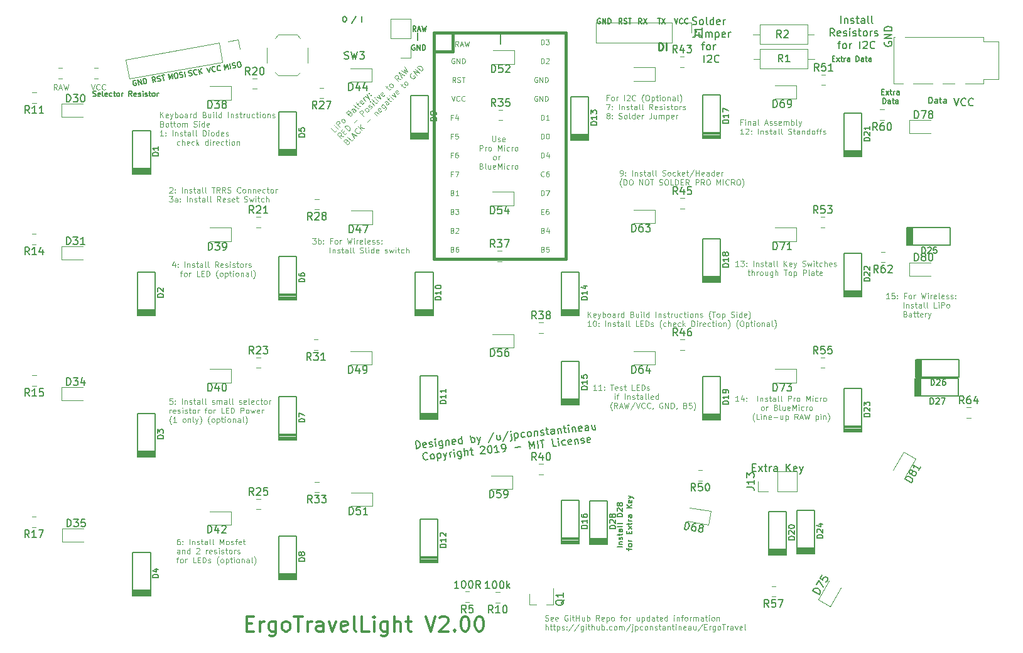
<source format=gbr>
G04 #@! TF.GenerationSoftware,KiCad,Pcbnew,(5.0.0)*
G04 #@! TF.CreationDate,2019-04-30T00:35:40-06:00*
G04 #@! TF.ProjectId,ErgoTravel,4572676F54726176656C2E6B69636164,rev?*
G04 #@! TF.SameCoordinates,Original*
G04 #@! TF.FileFunction,Legend,Top*
G04 #@! TF.FilePolarity,Positive*
%FSLAX46Y46*%
G04 Gerber Fmt 4.6, Leading zero omitted, Abs format (unit mm)*
G04 Created by KiCad (PCBNEW (5.0.0)) date 04/30/19 00:35:40*
%MOMM*%
%LPD*%
G01*
G04 APERTURE LIST*
%ADD10C,0.150000*%
%ADD11C,0.100000*%
%ADD12C,0.200000*%
%ADD13C,0.250000*%
%ADD14C,0.300000*%
%ADD15C,0.120000*%
%ADD16C,0.381000*%
G04 APERTURE END LIST*
D10*
X120659666Y-46606666D02*
X120793000Y-46606666D01*
X120859666Y-46640000D01*
X120926333Y-46706666D01*
X120959666Y-46840000D01*
X120959666Y-47073333D01*
X120926333Y-47206666D01*
X120859666Y-47273333D01*
X120793000Y-47306666D01*
X120659666Y-47306666D01*
X120593000Y-47273333D01*
X120526333Y-47206666D01*
X120493000Y-47073333D01*
X120493000Y-46840000D01*
X120526333Y-46706666D01*
X120593000Y-46640000D01*
X120659666Y-46606666D01*
X122293000Y-46573333D02*
X121693000Y-47473333D01*
X123059666Y-47306666D02*
X123059666Y-46606666D01*
D11*
X119634371Y-61888833D02*
X119381833Y-62141371D01*
X118851503Y-61611041D01*
X119811148Y-61712056D02*
X119457594Y-61358502D01*
X119280817Y-61181726D02*
X119280817Y-61232233D01*
X119331325Y-61232233D01*
X119331325Y-61181726D01*
X119280817Y-61181726D01*
X119331325Y-61232233D01*
X120063686Y-61459518D02*
X119533356Y-60929188D01*
X119735386Y-60727157D01*
X119811148Y-60701903D01*
X119861655Y-60701903D01*
X119937417Y-60727157D01*
X120013178Y-60802919D01*
X120038432Y-60878680D01*
X120038432Y-60929188D01*
X120013178Y-61004949D01*
X119811148Y-61206980D01*
X120669777Y-60853426D02*
X120594016Y-60878680D01*
X120543508Y-60878680D01*
X120467747Y-60853426D01*
X120316224Y-60701903D01*
X120290970Y-60626142D01*
X120290970Y-60575634D01*
X120316224Y-60499873D01*
X120391985Y-60424111D01*
X120467747Y-60398858D01*
X120518254Y-60398858D01*
X120594016Y-60424111D01*
X120745539Y-60575634D01*
X120770792Y-60651396D01*
X120770792Y-60701903D01*
X120745539Y-60777665D01*
X120669777Y-60853426D01*
X121376884Y-59590736D02*
X121477899Y-59540228D01*
X121528407Y-59540228D01*
X121604168Y-59565482D01*
X121679930Y-59641243D01*
X121705184Y-59717005D01*
X121705184Y-59767512D01*
X121679930Y-59843274D01*
X121477899Y-60045304D01*
X120947569Y-59514974D01*
X121124346Y-59338197D01*
X121200107Y-59312944D01*
X121250615Y-59312944D01*
X121326376Y-59338197D01*
X121376884Y-59388705D01*
X121402138Y-59464466D01*
X121402138Y-59514974D01*
X121376884Y-59590736D01*
X121200107Y-59767512D01*
X122235514Y-59287690D02*
X121957722Y-59009898D01*
X121881960Y-58984644D01*
X121806199Y-59009898D01*
X121705184Y-59110913D01*
X121679930Y-59186675D01*
X122210260Y-59262436D02*
X122185006Y-59338197D01*
X122058737Y-59464466D01*
X121982976Y-59489720D01*
X121907214Y-59464466D01*
X121856706Y-59413959D01*
X121831453Y-59338197D01*
X121856706Y-59262436D01*
X121982976Y-59136167D01*
X122008229Y-59060405D01*
X122058737Y-58757360D02*
X122260767Y-58555329D01*
X121957722Y-58504822D02*
X122412290Y-58959390D01*
X122488052Y-58984644D01*
X122563813Y-58959390D01*
X122614321Y-58908883D01*
X122361783Y-58454314D02*
X122563813Y-58252283D01*
X122260767Y-58201776D02*
X122715336Y-58656344D01*
X122791098Y-58681598D01*
X122866859Y-58656344D01*
X122917367Y-58605837D01*
X123270920Y-58201776D02*
X123245666Y-58277537D01*
X123144651Y-58378552D01*
X123068890Y-58403806D01*
X122993128Y-58378552D01*
X122791098Y-58176522D01*
X122765844Y-58100761D01*
X122791098Y-58024999D01*
X122892113Y-57923984D01*
X122967874Y-57898730D01*
X123043636Y-57923984D01*
X123094143Y-57974491D01*
X122892113Y-58277537D01*
X123548712Y-57974491D02*
X123195159Y-57620938D01*
X123296174Y-57721953D02*
X123270920Y-57646192D01*
X123270920Y-57595684D01*
X123296174Y-57519923D01*
X123346681Y-57469415D01*
X123472951Y-57343146D02*
X123952773Y-57570430D01*
X123725489Y-57090608D02*
X123952773Y-57570430D01*
X124028534Y-57747207D01*
X124028534Y-57797715D01*
X124003281Y-57873476D01*
X124230565Y-57191623D02*
X124281073Y-57191623D01*
X124281073Y-57242131D01*
X124230565Y-57242131D01*
X124230565Y-57191623D01*
X124281073Y-57242131D01*
X123952773Y-56913831D02*
X124003281Y-56913831D01*
X124003281Y-56964339D01*
X123952773Y-56964339D01*
X123952773Y-56913831D01*
X124003281Y-56964339D01*
X120551085Y-62704531D02*
X120121770Y-62628770D01*
X120248039Y-63007577D02*
X119717709Y-62477247D01*
X119919739Y-62275216D01*
X119995501Y-62249962D01*
X120046008Y-62249962D01*
X120121770Y-62275216D01*
X120197531Y-62350978D01*
X120222785Y-62426739D01*
X120222785Y-62477247D01*
X120197531Y-62553008D01*
X119995501Y-62755039D01*
X120500577Y-62199455D02*
X120677354Y-62022678D01*
X121030907Y-62224708D02*
X120778369Y-62477247D01*
X120248039Y-61946917D01*
X120500577Y-61694378D01*
X121258191Y-61997424D02*
X120727861Y-61467094D01*
X120854130Y-61340825D01*
X120955146Y-61290317D01*
X121056161Y-61290317D01*
X121131922Y-61315571D01*
X121258191Y-61391333D01*
X121333953Y-61467094D01*
X121409714Y-61593363D01*
X121434968Y-61669125D01*
X121434968Y-61770140D01*
X121384460Y-61871155D01*
X121258191Y-61997424D01*
X121990552Y-60861003D02*
X122394613Y-60456942D01*
X123253243Y-60002373D02*
X122722912Y-59472043D01*
X122924943Y-59270012D01*
X123000704Y-59244758D01*
X123051212Y-59244758D01*
X123126973Y-59270012D01*
X123202735Y-59345774D01*
X123227989Y-59421535D01*
X123227989Y-59472043D01*
X123202735Y-59547804D01*
X123000704Y-59749835D01*
X123859334Y-59396281D02*
X123783573Y-59421535D01*
X123733065Y-59421535D01*
X123657304Y-59396281D01*
X123505781Y-59244758D01*
X123480527Y-59168997D01*
X123480527Y-59118489D01*
X123505781Y-59042728D01*
X123581542Y-58966967D01*
X123657304Y-58941713D01*
X123707811Y-58941713D01*
X123783573Y-58966967D01*
X123935096Y-59118489D01*
X123960349Y-59194251D01*
X123960349Y-59244758D01*
X123935096Y-59320520D01*
X123859334Y-59396281D01*
X124212887Y-58992220D02*
X124288649Y-58966967D01*
X124389664Y-58865951D01*
X124414918Y-58790190D01*
X124389664Y-58714428D01*
X124364410Y-58689175D01*
X124288649Y-58663921D01*
X124212887Y-58689175D01*
X124137126Y-58764936D01*
X124061365Y-58790190D01*
X123985603Y-58764936D01*
X123960349Y-58739682D01*
X123935096Y-58663921D01*
X123960349Y-58588159D01*
X124036111Y-58512398D01*
X124111872Y-58487144D01*
X124692710Y-58562906D02*
X124339157Y-58209352D01*
X124162380Y-58032575D02*
X124162380Y-58083083D01*
X124212887Y-58083083D01*
X124212887Y-58032575D01*
X124162380Y-58032575D01*
X124212887Y-58083083D01*
X124515933Y-58032575D02*
X124717964Y-57830545D01*
X124414918Y-57780037D02*
X124869487Y-58234606D01*
X124945248Y-58259860D01*
X125021010Y-58234606D01*
X125071517Y-58184098D01*
X125248294Y-58007322D02*
X124894740Y-57653768D01*
X124717964Y-57476992D02*
X124717964Y-57527499D01*
X124768471Y-57527499D01*
X124768471Y-57476992D01*
X124717964Y-57476992D01*
X124768471Y-57527499D01*
X125096771Y-57451738D02*
X125576593Y-57679022D01*
X125349309Y-57199200D01*
X126081670Y-57123438D02*
X126056416Y-57199200D01*
X125955401Y-57300215D01*
X125879639Y-57325469D01*
X125803878Y-57300215D01*
X125601847Y-57098184D01*
X125576593Y-57022423D01*
X125601847Y-56946661D01*
X125702862Y-56845646D01*
X125778624Y-56820392D01*
X125854385Y-56845646D01*
X125904893Y-56896154D01*
X125702862Y-57199200D01*
X126334208Y-56214301D02*
X126536238Y-56012270D01*
X126233193Y-55961763D02*
X126687761Y-56416331D01*
X126763523Y-56441585D01*
X126839284Y-56416331D01*
X126889792Y-56365824D01*
X127142330Y-56113286D02*
X127066568Y-56138539D01*
X127016061Y-56138539D01*
X126940299Y-56113286D01*
X126788776Y-55961763D01*
X126763523Y-55886001D01*
X126763523Y-55835494D01*
X126788776Y-55759732D01*
X126864538Y-55683971D01*
X126940299Y-55658717D01*
X126990807Y-55658717D01*
X127066568Y-55683971D01*
X127218091Y-55835494D01*
X127243345Y-55911255D01*
X127243345Y-55961763D01*
X127218091Y-56037524D01*
X127142330Y-56113286D01*
X128253498Y-55002118D02*
X127824183Y-54926356D01*
X127950452Y-55305164D02*
X127420122Y-54774833D01*
X127622152Y-54572803D01*
X127697914Y-54547549D01*
X127748421Y-54547549D01*
X127824183Y-54572803D01*
X127899944Y-54648564D01*
X127925198Y-54724326D01*
X127925198Y-54774833D01*
X127899944Y-54850595D01*
X127697914Y-55052625D01*
X128304005Y-54648564D02*
X128556543Y-54396026D01*
X128405021Y-54850595D02*
X128051467Y-54143488D01*
X128758574Y-54497042D01*
X128354513Y-53840442D02*
X129011112Y-54244503D01*
X128733320Y-53764681D01*
X129213143Y-54042473D01*
X128809082Y-53385874D01*
X121013229Y-63419214D02*
X121114245Y-63368706D01*
X121164752Y-63368706D01*
X121240514Y-63393960D01*
X121316275Y-63469722D01*
X121341529Y-63545483D01*
X121341529Y-63595991D01*
X121316275Y-63671752D01*
X121114245Y-63873783D01*
X120583915Y-63343453D01*
X120760691Y-63166676D01*
X120836453Y-63141422D01*
X120886960Y-63141422D01*
X120962722Y-63166676D01*
X121013229Y-63217184D01*
X121038483Y-63292945D01*
X121038483Y-63343453D01*
X121013229Y-63419214D01*
X120836453Y-63595991D01*
X121897113Y-63090914D02*
X121644575Y-63343453D01*
X121114245Y-62813123D01*
X121897113Y-62787869D02*
X122149651Y-62535331D01*
X121998128Y-62989899D02*
X121644575Y-62282792D01*
X122351682Y-62636346D01*
X122780996Y-62106016D02*
X122780996Y-62156523D01*
X122730489Y-62257539D01*
X122679981Y-62308046D01*
X122578966Y-62358554D01*
X122477951Y-62358554D01*
X122402189Y-62333300D01*
X122275920Y-62257539D01*
X122200159Y-62181777D01*
X122124397Y-62055508D01*
X122099143Y-61979747D01*
X122099143Y-61878731D01*
X122149651Y-61777716D01*
X122200159Y-61727209D01*
X122301174Y-61676701D01*
X122351682Y-61676701D01*
X123058788Y-61929239D02*
X122528458Y-61398909D01*
X123361834Y-61626193D02*
X122831504Y-61550432D01*
X122831504Y-61095863D02*
X122831504Y-61701955D01*
X123791149Y-60792817D02*
X124195210Y-60388756D01*
X124700286Y-59580634D02*
X125053840Y-59934188D01*
X124750794Y-59631142D02*
X124750794Y-59580634D01*
X124776048Y-59504873D01*
X124851809Y-59429112D01*
X124927571Y-59403858D01*
X125003332Y-59429112D01*
X125281124Y-59706903D01*
X125710439Y-59227081D02*
X125685185Y-59302842D01*
X125584170Y-59403858D01*
X125508408Y-59429112D01*
X125432647Y-59403858D01*
X125230616Y-59201827D01*
X125205363Y-59126066D01*
X125230616Y-59050304D01*
X125331632Y-58949289D01*
X125407393Y-58924035D01*
X125483154Y-58949289D01*
X125533662Y-58999797D01*
X125331632Y-59302842D01*
X125861962Y-58418959D02*
X126291277Y-58848274D01*
X126316530Y-58924035D01*
X126316530Y-58974543D01*
X126291277Y-59050304D01*
X126215515Y-59126066D01*
X126139754Y-59151320D01*
X126190261Y-58747259D02*
X126165007Y-58823020D01*
X126063992Y-58924035D01*
X125988231Y-58949289D01*
X125937723Y-58949289D01*
X125861962Y-58924035D01*
X125710439Y-58772512D01*
X125685185Y-58696751D01*
X125685185Y-58646243D01*
X125710439Y-58570482D01*
X125811454Y-58469467D01*
X125887216Y-58444213D01*
X126695338Y-58292690D02*
X126417546Y-58014898D01*
X126341784Y-57989644D01*
X126266023Y-58014898D01*
X126165007Y-58115913D01*
X126139754Y-58191675D01*
X126670084Y-58267436D02*
X126644830Y-58343198D01*
X126518561Y-58469467D01*
X126442799Y-58494720D01*
X126367038Y-58469467D01*
X126316530Y-58418959D01*
X126291277Y-58343198D01*
X126316530Y-58267436D01*
X126442799Y-58141167D01*
X126468053Y-58065406D01*
X126518561Y-57762360D02*
X126720591Y-57560329D01*
X126417546Y-57509822D02*
X126872114Y-57964390D01*
X126947876Y-57989644D01*
X127023637Y-57964390D01*
X127074145Y-57913883D01*
X127250921Y-57737106D02*
X126897368Y-57383553D01*
X126720591Y-57206776D02*
X126720591Y-57257284D01*
X126771099Y-57257284D01*
X126771099Y-57206776D01*
X126720591Y-57206776D01*
X126771099Y-57257284D01*
X127099399Y-57181522D02*
X127579221Y-57408806D01*
X127351937Y-56928984D01*
X128084297Y-56853223D02*
X128059043Y-56928984D01*
X127958028Y-57029999D01*
X127882267Y-57055253D01*
X127806505Y-57029999D01*
X127604475Y-56827969D01*
X127579221Y-56752207D01*
X127604475Y-56676446D01*
X127705490Y-56575431D01*
X127781252Y-56550177D01*
X127857013Y-56575431D01*
X127907521Y-56625938D01*
X127705490Y-56928984D01*
X128336835Y-55944085D02*
X128538866Y-55742055D01*
X128235820Y-55691547D02*
X128690389Y-56146116D01*
X128766150Y-56171370D01*
X128841912Y-56146116D01*
X128892419Y-56095608D01*
X129144957Y-55843070D02*
X129069196Y-55868324D01*
X129018688Y-55868324D01*
X128942927Y-55843070D01*
X128791404Y-55691547D01*
X128766150Y-55615786D01*
X128766150Y-55565278D01*
X128791404Y-55489517D01*
X128867166Y-55413755D01*
X128942927Y-55388501D01*
X128993435Y-55388501D01*
X129069196Y-55413755D01*
X129220719Y-55565278D01*
X129245973Y-55641039D01*
X129245973Y-55691547D01*
X129220719Y-55767309D01*
X129144957Y-55843070D01*
X129725795Y-54252080D02*
X129650034Y-54277334D01*
X129574272Y-54353095D01*
X129523765Y-54454110D01*
X129523765Y-54555125D01*
X129549018Y-54630887D01*
X129624780Y-54757156D01*
X129700541Y-54832917D01*
X129826810Y-54908679D01*
X129902572Y-54933933D01*
X130003587Y-54933933D01*
X130104602Y-54883425D01*
X130155110Y-54832917D01*
X130205618Y-54731902D01*
X130205618Y-54681395D01*
X130028841Y-54504618D01*
X129927826Y-54605633D01*
X130483410Y-54504618D02*
X129953080Y-53974288D01*
X130786455Y-54201572D01*
X130256125Y-53671242D01*
X131038993Y-53949034D02*
X130508663Y-53418704D01*
X130634932Y-53292435D01*
X130735948Y-53241927D01*
X130836963Y-53241927D01*
X130912724Y-53267181D01*
X131038993Y-53342942D01*
X131114755Y-53418704D01*
X131190516Y-53544973D01*
X131215770Y-53620734D01*
X131215770Y-53721750D01*
X131165263Y-53822765D01*
X131038993Y-53949034D01*
X194184428Y-84607785D02*
X193755857Y-84607785D01*
X193970142Y-84607785D02*
X193970142Y-83857785D01*
X193898714Y-83964928D01*
X193827285Y-84036357D01*
X193755857Y-84072071D01*
X194863000Y-83857785D02*
X194505857Y-83857785D01*
X194470142Y-84214928D01*
X194505857Y-84179214D01*
X194577285Y-84143500D01*
X194755857Y-84143500D01*
X194827285Y-84179214D01*
X194863000Y-84214928D01*
X194898714Y-84286357D01*
X194898714Y-84464928D01*
X194863000Y-84536357D01*
X194827285Y-84572071D01*
X194755857Y-84607785D01*
X194577285Y-84607785D01*
X194505857Y-84572071D01*
X194470142Y-84536357D01*
X195220142Y-84536357D02*
X195255857Y-84572071D01*
X195220142Y-84607785D01*
X195184428Y-84572071D01*
X195220142Y-84536357D01*
X195220142Y-84607785D01*
X195220142Y-84143500D02*
X195255857Y-84179214D01*
X195220142Y-84214928D01*
X195184428Y-84179214D01*
X195220142Y-84143500D01*
X195220142Y-84214928D01*
X196398714Y-84214928D02*
X196148714Y-84214928D01*
X196148714Y-84607785D02*
X196148714Y-83857785D01*
X196505857Y-83857785D01*
X196898714Y-84607785D02*
X196827285Y-84572071D01*
X196791571Y-84536357D01*
X196755857Y-84464928D01*
X196755857Y-84250642D01*
X196791571Y-84179214D01*
X196827285Y-84143500D01*
X196898714Y-84107785D01*
X197005857Y-84107785D01*
X197077285Y-84143500D01*
X197113000Y-84179214D01*
X197148714Y-84250642D01*
X197148714Y-84464928D01*
X197113000Y-84536357D01*
X197077285Y-84572071D01*
X197005857Y-84607785D01*
X196898714Y-84607785D01*
X197470142Y-84607785D02*
X197470142Y-84107785D01*
X197470142Y-84250642D02*
X197505857Y-84179214D01*
X197541571Y-84143500D01*
X197613000Y-84107785D01*
X197684428Y-84107785D01*
X198434428Y-83857785D02*
X198613000Y-84607785D01*
X198755857Y-84072071D01*
X198898714Y-84607785D01*
X199077285Y-83857785D01*
X199363000Y-84607785D02*
X199363000Y-84107785D01*
X199363000Y-83857785D02*
X199327285Y-83893500D01*
X199363000Y-83929214D01*
X199398714Y-83893500D01*
X199363000Y-83857785D01*
X199363000Y-83929214D01*
X199720142Y-84607785D02*
X199720142Y-84107785D01*
X199720142Y-84250642D02*
X199755857Y-84179214D01*
X199791571Y-84143500D01*
X199863000Y-84107785D01*
X199934428Y-84107785D01*
X200470142Y-84572071D02*
X200398714Y-84607785D01*
X200255857Y-84607785D01*
X200184428Y-84572071D01*
X200148714Y-84500642D01*
X200148714Y-84214928D01*
X200184428Y-84143500D01*
X200255857Y-84107785D01*
X200398714Y-84107785D01*
X200470142Y-84143500D01*
X200505857Y-84214928D01*
X200505857Y-84286357D01*
X200148714Y-84357785D01*
X200934428Y-84607785D02*
X200863000Y-84572071D01*
X200827285Y-84500642D01*
X200827285Y-83857785D01*
X201505857Y-84572071D02*
X201434428Y-84607785D01*
X201291571Y-84607785D01*
X201220142Y-84572071D01*
X201184428Y-84500642D01*
X201184428Y-84214928D01*
X201220142Y-84143500D01*
X201291571Y-84107785D01*
X201434428Y-84107785D01*
X201505857Y-84143500D01*
X201541571Y-84214928D01*
X201541571Y-84286357D01*
X201184428Y-84357785D01*
X201827285Y-84572071D02*
X201898714Y-84607785D01*
X202041571Y-84607785D01*
X202113000Y-84572071D01*
X202148714Y-84500642D01*
X202148714Y-84464928D01*
X202113000Y-84393500D01*
X202041571Y-84357785D01*
X201934428Y-84357785D01*
X201863000Y-84322071D01*
X201827285Y-84250642D01*
X201827285Y-84214928D01*
X201863000Y-84143500D01*
X201934428Y-84107785D01*
X202041571Y-84107785D01*
X202113000Y-84143500D01*
X202434428Y-84572071D02*
X202505857Y-84607785D01*
X202648714Y-84607785D01*
X202720142Y-84572071D01*
X202755857Y-84500642D01*
X202755857Y-84464928D01*
X202720142Y-84393500D01*
X202648714Y-84357785D01*
X202541571Y-84357785D01*
X202470142Y-84322071D01*
X202434428Y-84250642D01*
X202434428Y-84214928D01*
X202470142Y-84143500D01*
X202541571Y-84107785D01*
X202648714Y-84107785D01*
X202720142Y-84143500D01*
X203077285Y-84536357D02*
X203113000Y-84572071D01*
X203077285Y-84607785D01*
X203041571Y-84572071D01*
X203077285Y-84536357D01*
X203077285Y-84607785D01*
X203077285Y-84143500D02*
X203113000Y-84179214D01*
X203077285Y-84214928D01*
X203041571Y-84179214D01*
X203077285Y-84143500D01*
X203077285Y-84214928D01*
X196077285Y-85832785D02*
X196077285Y-85082785D01*
X196434428Y-85332785D02*
X196434428Y-85832785D01*
X196434428Y-85404214D02*
X196470142Y-85368500D01*
X196541571Y-85332785D01*
X196648714Y-85332785D01*
X196720142Y-85368500D01*
X196755857Y-85439928D01*
X196755857Y-85832785D01*
X197077285Y-85797071D02*
X197148714Y-85832785D01*
X197291571Y-85832785D01*
X197363000Y-85797071D01*
X197398714Y-85725642D01*
X197398714Y-85689928D01*
X197363000Y-85618500D01*
X197291571Y-85582785D01*
X197184428Y-85582785D01*
X197113000Y-85547071D01*
X197077285Y-85475642D01*
X197077285Y-85439928D01*
X197113000Y-85368500D01*
X197184428Y-85332785D01*
X197291571Y-85332785D01*
X197363000Y-85368500D01*
X197613000Y-85332785D02*
X197898714Y-85332785D01*
X197720142Y-85082785D02*
X197720142Y-85725642D01*
X197755857Y-85797071D01*
X197827285Y-85832785D01*
X197898714Y-85832785D01*
X198470142Y-85832785D02*
X198470142Y-85439928D01*
X198434428Y-85368500D01*
X198363000Y-85332785D01*
X198220142Y-85332785D01*
X198148714Y-85368500D01*
X198470142Y-85797071D02*
X198398714Y-85832785D01*
X198220142Y-85832785D01*
X198148714Y-85797071D01*
X198113000Y-85725642D01*
X198113000Y-85654214D01*
X198148714Y-85582785D01*
X198220142Y-85547071D01*
X198398714Y-85547071D01*
X198470142Y-85511357D01*
X198934428Y-85832785D02*
X198863000Y-85797071D01*
X198827285Y-85725642D01*
X198827285Y-85082785D01*
X199327285Y-85832785D02*
X199255857Y-85797071D01*
X199220142Y-85725642D01*
X199220142Y-85082785D01*
X200541571Y-85832785D02*
X200184428Y-85832785D01*
X200184428Y-85082785D01*
X200791571Y-85832785D02*
X200791571Y-85332785D01*
X200791571Y-85082785D02*
X200755857Y-85118500D01*
X200791571Y-85154214D01*
X200827285Y-85118500D01*
X200791571Y-85082785D01*
X200791571Y-85154214D01*
X201148714Y-85832785D02*
X201148714Y-85082785D01*
X201434428Y-85082785D01*
X201505857Y-85118500D01*
X201541571Y-85154214D01*
X201577285Y-85225642D01*
X201577285Y-85332785D01*
X201541571Y-85404214D01*
X201505857Y-85439928D01*
X201434428Y-85475642D01*
X201148714Y-85475642D01*
X202005857Y-85832785D02*
X201934428Y-85797071D01*
X201898714Y-85761357D01*
X201863000Y-85689928D01*
X201863000Y-85475642D01*
X201898714Y-85404214D01*
X201934428Y-85368500D01*
X202005857Y-85332785D01*
X202113000Y-85332785D01*
X202184428Y-85368500D01*
X202220142Y-85404214D01*
X202255857Y-85475642D01*
X202255857Y-85689928D01*
X202220142Y-85761357D01*
X202184428Y-85797071D01*
X202113000Y-85832785D01*
X202005857Y-85832785D01*
X196327285Y-86664928D02*
X196434428Y-86700642D01*
X196470142Y-86736357D01*
X196505857Y-86807785D01*
X196505857Y-86914928D01*
X196470142Y-86986357D01*
X196434428Y-87022071D01*
X196363000Y-87057785D01*
X196077285Y-87057785D01*
X196077285Y-86307785D01*
X196327285Y-86307785D01*
X196398714Y-86343500D01*
X196434428Y-86379214D01*
X196470142Y-86450642D01*
X196470142Y-86522071D01*
X196434428Y-86593500D01*
X196398714Y-86629214D01*
X196327285Y-86664928D01*
X196077285Y-86664928D01*
X197148714Y-87057785D02*
X197148714Y-86664928D01*
X197113000Y-86593500D01*
X197041571Y-86557785D01*
X196898714Y-86557785D01*
X196827285Y-86593500D01*
X197148714Y-87022071D02*
X197077285Y-87057785D01*
X196898714Y-87057785D01*
X196827285Y-87022071D01*
X196791571Y-86950642D01*
X196791571Y-86879214D01*
X196827285Y-86807785D01*
X196898714Y-86772071D01*
X197077285Y-86772071D01*
X197148714Y-86736357D01*
X197398714Y-86557785D02*
X197684428Y-86557785D01*
X197505857Y-86307785D02*
X197505857Y-86950642D01*
X197541571Y-87022071D01*
X197613000Y-87057785D01*
X197684428Y-87057785D01*
X197827285Y-86557785D02*
X198113000Y-86557785D01*
X197934428Y-86307785D02*
X197934428Y-86950642D01*
X197970142Y-87022071D01*
X198041571Y-87057785D01*
X198113000Y-87057785D01*
X198648714Y-87022071D02*
X198577285Y-87057785D01*
X198434428Y-87057785D01*
X198363000Y-87022071D01*
X198327285Y-86950642D01*
X198327285Y-86664928D01*
X198363000Y-86593500D01*
X198434428Y-86557785D01*
X198577285Y-86557785D01*
X198648714Y-86593500D01*
X198684428Y-86664928D01*
X198684428Y-86736357D01*
X198327285Y-86807785D01*
X199005857Y-87057785D02*
X199005857Y-86557785D01*
X199005857Y-86700642D02*
X199041571Y-86629214D01*
X199077285Y-86593500D01*
X199148714Y-86557785D01*
X199220142Y-86557785D01*
X199398714Y-86557785D02*
X199577285Y-87057785D01*
X199755857Y-86557785D02*
X199577285Y-87057785D01*
X199505857Y-87236357D01*
X199470142Y-87272071D01*
X199398714Y-87307785D01*
X116377142Y-76469285D02*
X116841428Y-76469285D01*
X116591428Y-76755000D01*
X116698571Y-76755000D01*
X116770000Y-76790714D01*
X116805714Y-76826428D01*
X116841428Y-76897857D01*
X116841428Y-77076428D01*
X116805714Y-77147857D01*
X116770000Y-77183571D01*
X116698571Y-77219285D01*
X116484285Y-77219285D01*
X116412857Y-77183571D01*
X116377142Y-77147857D01*
X117162857Y-77219285D02*
X117162857Y-76469285D01*
X117162857Y-76755000D02*
X117234285Y-76719285D01*
X117377142Y-76719285D01*
X117448571Y-76755000D01*
X117484285Y-76790714D01*
X117520000Y-76862142D01*
X117520000Y-77076428D01*
X117484285Y-77147857D01*
X117448571Y-77183571D01*
X117377142Y-77219285D01*
X117234285Y-77219285D01*
X117162857Y-77183571D01*
X117841428Y-77147857D02*
X117877142Y-77183571D01*
X117841428Y-77219285D01*
X117805714Y-77183571D01*
X117841428Y-77147857D01*
X117841428Y-77219285D01*
X117841428Y-76755000D02*
X117877142Y-76790714D01*
X117841428Y-76826428D01*
X117805714Y-76790714D01*
X117841428Y-76755000D01*
X117841428Y-76826428D01*
X119020000Y-76826428D02*
X118770000Y-76826428D01*
X118770000Y-77219285D02*
X118770000Y-76469285D01*
X119127142Y-76469285D01*
X119520000Y-77219285D02*
X119448571Y-77183571D01*
X119412857Y-77147857D01*
X119377142Y-77076428D01*
X119377142Y-76862142D01*
X119412857Y-76790714D01*
X119448571Y-76755000D01*
X119520000Y-76719285D01*
X119627142Y-76719285D01*
X119698571Y-76755000D01*
X119734285Y-76790714D01*
X119770000Y-76862142D01*
X119770000Y-77076428D01*
X119734285Y-77147857D01*
X119698571Y-77183571D01*
X119627142Y-77219285D01*
X119520000Y-77219285D01*
X120091428Y-77219285D02*
X120091428Y-76719285D01*
X120091428Y-76862142D02*
X120127142Y-76790714D01*
X120162857Y-76755000D01*
X120234285Y-76719285D01*
X120305714Y-76719285D01*
X121055714Y-76469285D02*
X121234285Y-77219285D01*
X121377142Y-76683571D01*
X121520000Y-77219285D01*
X121698571Y-76469285D01*
X121984285Y-77219285D02*
X121984285Y-76719285D01*
X121984285Y-76469285D02*
X121948571Y-76505000D01*
X121984285Y-76540714D01*
X122020000Y-76505000D01*
X121984285Y-76469285D01*
X121984285Y-76540714D01*
X122341428Y-77219285D02*
X122341428Y-76719285D01*
X122341428Y-76862142D02*
X122377142Y-76790714D01*
X122412857Y-76755000D01*
X122484285Y-76719285D01*
X122555714Y-76719285D01*
X123091428Y-77183571D02*
X123020000Y-77219285D01*
X122877142Y-77219285D01*
X122805714Y-77183571D01*
X122770000Y-77112142D01*
X122770000Y-76826428D01*
X122805714Y-76755000D01*
X122877142Y-76719285D01*
X123020000Y-76719285D01*
X123091428Y-76755000D01*
X123127142Y-76826428D01*
X123127142Y-76897857D01*
X122770000Y-76969285D01*
X123555714Y-77219285D02*
X123484285Y-77183571D01*
X123448571Y-77112142D01*
X123448571Y-76469285D01*
X124127142Y-77183571D02*
X124055714Y-77219285D01*
X123912857Y-77219285D01*
X123841428Y-77183571D01*
X123805714Y-77112142D01*
X123805714Y-76826428D01*
X123841428Y-76755000D01*
X123912857Y-76719285D01*
X124055714Y-76719285D01*
X124127142Y-76755000D01*
X124162857Y-76826428D01*
X124162857Y-76897857D01*
X123805714Y-76969285D01*
X124448571Y-77183571D02*
X124520000Y-77219285D01*
X124662857Y-77219285D01*
X124734285Y-77183571D01*
X124770000Y-77112142D01*
X124770000Y-77076428D01*
X124734285Y-77005000D01*
X124662857Y-76969285D01*
X124555714Y-76969285D01*
X124484285Y-76933571D01*
X124448571Y-76862142D01*
X124448571Y-76826428D01*
X124484285Y-76755000D01*
X124555714Y-76719285D01*
X124662857Y-76719285D01*
X124734285Y-76755000D01*
X125055714Y-77183571D02*
X125127142Y-77219285D01*
X125270000Y-77219285D01*
X125341428Y-77183571D01*
X125377142Y-77112142D01*
X125377142Y-77076428D01*
X125341428Y-77005000D01*
X125270000Y-76969285D01*
X125162857Y-76969285D01*
X125091428Y-76933571D01*
X125055714Y-76862142D01*
X125055714Y-76826428D01*
X125091428Y-76755000D01*
X125162857Y-76719285D01*
X125270000Y-76719285D01*
X125341428Y-76755000D01*
X125698571Y-77147857D02*
X125734285Y-77183571D01*
X125698571Y-77219285D01*
X125662857Y-77183571D01*
X125698571Y-77147857D01*
X125698571Y-77219285D01*
X125698571Y-76755000D02*
X125734285Y-76790714D01*
X125698571Y-76826428D01*
X125662857Y-76790714D01*
X125698571Y-76755000D01*
X125698571Y-76826428D01*
X118734285Y-78444285D02*
X118734285Y-77694285D01*
X119091428Y-77944285D02*
X119091428Y-78444285D01*
X119091428Y-78015714D02*
X119127142Y-77980000D01*
X119198571Y-77944285D01*
X119305714Y-77944285D01*
X119377142Y-77980000D01*
X119412857Y-78051428D01*
X119412857Y-78444285D01*
X119734285Y-78408571D02*
X119805714Y-78444285D01*
X119948571Y-78444285D01*
X120020000Y-78408571D01*
X120055714Y-78337142D01*
X120055714Y-78301428D01*
X120020000Y-78230000D01*
X119948571Y-78194285D01*
X119841428Y-78194285D01*
X119770000Y-78158571D01*
X119734285Y-78087142D01*
X119734285Y-78051428D01*
X119770000Y-77980000D01*
X119841428Y-77944285D01*
X119948571Y-77944285D01*
X120020000Y-77980000D01*
X120270000Y-77944285D02*
X120555714Y-77944285D01*
X120377142Y-77694285D02*
X120377142Y-78337142D01*
X120412857Y-78408571D01*
X120484285Y-78444285D01*
X120555714Y-78444285D01*
X121127142Y-78444285D02*
X121127142Y-78051428D01*
X121091428Y-77980000D01*
X121020000Y-77944285D01*
X120877142Y-77944285D01*
X120805714Y-77980000D01*
X121127142Y-78408571D02*
X121055714Y-78444285D01*
X120877142Y-78444285D01*
X120805714Y-78408571D01*
X120770000Y-78337142D01*
X120770000Y-78265714D01*
X120805714Y-78194285D01*
X120877142Y-78158571D01*
X121055714Y-78158571D01*
X121127142Y-78122857D01*
X121591428Y-78444285D02*
X121520000Y-78408571D01*
X121484285Y-78337142D01*
X121484285Y-77694285D01*
X121984285Y-78444285D02*
X121912857Y-78408571D01*
X121877142Y-78337142D01*
X121877142Y-77694285D01*
X122805714Y-78408571D02*
X122912857Y-78444285D01*
X123091428Y-78444285D01*
X123162857Y-78408571D01*
X123198571Y-78372857D01*
X123234285Y-78301428D01*
X123234285Y-78230000D01*
X123198571Y-78158571D01*
X123162857Y-78122857D01*
X123091428Y-78087142D01*
X122948571Y-78051428D01*
X122877142Y-78015714D01*
X122841428Y-77980000D01*
X122805714Y-77908571D01*
X122805714Y-77837142D01*
X122841428Y-77765714D01*
X122877142Y-77730000D01*
X122948571Y-77694285D01*
X123127142Y-77694285D01*
X123234285Y-77730000D01*
X123662857Y-78444285D02*
X123591428Y-78408571D01*
X123555714Y-78337142D01*
X123555714Y-77694285D01*
X123948571Y-78444285D02*
X123948571Y-77944285D01*
X123948571Y-77694285D02*
X123912857Y-77730000D01*
X123948571Y-77765714D01*
X123984285Y-77730000D01*
X123948571Y-77694285D01*
X123948571Y-77765714D01*
X124627142Y-78444285D02*
X124627142Y-77694285D01*
X124627142Y-78408571D02*
X124555714Y-78444285D01*
X124412857Y-78444285D01*
X124341428Y-78408571D01*
X124305714Y-78372857D01*
X124270000Y-78301428D01*
X124270000Y-78087142D01*
X124305714Y-78015714D01*
X124341428Y-77980000D01*
X124412857Y-77944285D01*
X124555714Y-77944285D01*
X124627142Y-77980000D01*
X125270000Y-78408571D02*
X125198571Y-78444285D01*
X125055714Y-78444285D01*
X124984285Y-78408571D01*
X124948571Y-78337142D01*
X124948571Y-78051428D01*
X124984285Y-77980000D01*
X125055714Y-77944285D01*
X125198571Y-77944285D01*
X125270000Y-77980000D01*
X125305714Y-78051428D01*
X125305714Y-78122857D01*
X124948571Y-78194285D01*
X126162857Y-78408571D02*
X126234285Y-78444285D01*
X126377142Y-78444285D01*
X126448571Y-78408571D01*
X126484285Y-78337142D01*
X126484285Y-78301428D01*
X126448571Y-78230000D01*
X126377142Y-78194285D01*
X126270000Y-78194285D01*
X126198571Y-78158571D01*
X126162857Y-78087142D01*
X126162857Y-78051428D01*
X126198571Y-77980000D01*
X126270000Y-77944285D01*
X126377142Y-77944285D01*
X126448571Y-77980000D01*
X126734285Y-77944285D02*
X126877142Y-78444285D01*
X127020000Y-78087142D01*
X127162857Y-78444285D01*
X127305714Y-77944285D01*
X127591428Y-78444285D02*
X127591428Y-77944285D01*
X127591428Y-77694285D02*
X127555714Y-77730000D01*
X127591428Y-77765714D01*
X127627142Y-77730000D01*
X127591428Y-77694285D01*
X127591428Y-77765714D01*
X127841428Y-77944285D02*
X128127142Y-77944285D01*
X127948571Y-77694285D02*
X127948571Y-78337142D01*
X127984285Y-78408571D01*
X128055714Y-78444285D01*
X128127142Y-78444285D01*
X128698571Y-78408571D02*
X128627142Y-78444285D01*
X128484285Y-78444285D01*
X128412857Y-78408571D01*
X128377142Y-78372857D01*
X128341428Y-78301428D01*
X128341428Y-78087142D01*
X128377142Y-78015714D01*
X128412857Y-77980000D01*
X128484285Y-77944285D01*
X128627142Y-77944285D01*
X128698571Y-77980000D01*
X129020000Y-78444285D02*
X129020000Y-77694285D01*
X129341428Y-78444285D02*
X129341428Y-78051428D01*
X129305714Y-77980000D01*
X129234285Y-77944285D01*
X129127142Y-77944285D01*
X129055714Y-77980000D01*
X129020000Y-78015714D01*
X173864428Y-98428285D02*
X173435857Y-98428285D01*
X173650142Y-98428285D02*
X173650142Y-97678285D01*
X173578714Y-97785428D01*
X173507285Y-97856857D01*
X173435857Y-97892571D01*
X174507285Y-97928285D02*
X174507285Y-98428285D01*
X174328714Y-97642571D02*
X174150142Y-98178285D01*
X174614428Y-98178285D01*
X174900142Y-98356857D02*
X174935857Y-98392571D01*
X174900142Y-98428285D01*
X174864428Y-98392571D01*
X174900142Y-98356857D01*
X174900142Y-98428285D01*
X174900142Y-97964000D02*
X174935857Y-97999714D01*
X174900142Y-98035428D01*
X174864428Y-97999714D01*
X174900142Y-97964000D01*
X174900142Y-98035428D01*
X176400142Y-98428285D02*
X176400142Y-97678285D01*
X176757285Y-97928285D02*
X176757285Y-98428285D01*
X176757285Y-97999714D02*
X176793000Y-97964000D01*
X176864428Y-97928285D01*
X176971571Y-97928285D01*
X177043000Y-97964000D01*
X177078714Y-98035428D01*
X177078714Y-98428285D01*
X177400142Y-98392571D02*
X177471571Y-98428285D01*
X177614428Y-98428285D01*
X177685857Y-98392571D01*
X177721571Y-98321142D01*
X177721571Y-98285428D01*
X177685857Y-98214000D01*
X177614428Y-98178285D01*
X177507285Y-98178285D01*
X177435857Y-98142571D01*
X177400142Y-98071142D01*
X177400142Y-98035428D01*
X177435857Y-97964000D01*
X177507285Y-97928285D01*
X177614428Y-97928285D01*
X177685857Y-97964000D01*
X177935857Y-97928285D02*
X178221571Y-97928285D01*
X178043000Y-97678285D02*
X178043000Y-98321142D01*
X178078714Y-98392571D01*
X178150142Y-98428285D01*
X178221571Y-98428285D01*
X178793000Y-98428285D02*
X178793000Y-98035428D01*
X178757285Y-97964000D01*
X178685857Y-97928285D01*
X178543000Y-97928285D01*
X178471571Y-97964000D01*
X178793000Y-98392571D02*
X178721571Y-98428285D01*
X178543000Y-98428285D01*
X178471571Y-98392571D01*
X178435857Y-98321142D01*
X178435857Y-98249714D01*
X178471571Y-98178285D01*
X178543000Y-98142571D01*
X178721571Y-98142571D01*
X178793000Y-98106857D01*
X179257285Y-98428285D02*
X179185857Y-98392571D01*
X179150142Y-98321142D01*
X179150142Y-97678285D01*
X179650142Y-98428285D02*
X179578714Y-98392571D01*
X179543000Y-98321142D01*
X179543000Y-97678285D01*
X180507285Y-98428285D02*
X180507285Y-97678285D01*
X180793000Y-97678285D01*
X180864428Y-97714000D01*
X180900142Y-97749714D01*
X180935857Y-97821142D01*
X180935857Y-97928285D01*
X180900142Y-97999714D01*
X180864428Y-98035428D01*
X180793000Y-98071142D01*
X180507285Y-98071142D01*
X181257285Y-98428285D02*
X181257285Y-97928285D01*
X181257285Y-98071142D02*
X181293000Y-97999714D01*
X181328714Y-97964000D01*
X181400142Y-97928285D01*
X181471571Y-97928285D01*
X181828714Y-98428285D02*
X181757285Y-98392571D01*
X181721571Y-98356857D01*
X181685857Y-98285428D01*
X181685857Y-98071142D01*
X181721571Y-97999714D01*
X181757285Y-97964000D01*
X181828714Y-97928285D01*
X181935857Y-97928285D01*
X182007285Y-97964000D01*
X182043000Y-97999714D01*
X182078714Y-98071142D01*
X182078714Y-98285428D01*
X182043000Y-98356857D01*
X182007285Y-98392571D01*
X181935857Y-98428285D01*
X181828714Y-98428285D01*
X182971571Y-98428285D02*
X182971571Y-97678285D01*
X183221571Y-98214000D01*
X183471571Y-97678285D01*
X183471571Y-98428285D01*
X183828714Y-98428285D02*
X183828714Y-97928285D01*
X183828714Y-97678285D02*
X183793000Y-97714000D01*
X183828714Y-97749714D01*
X183864428Y-97714000D01*
X183828714Y-97678285D01*
X183828714Y-97749714D01*
X184507285Y-98392571D02*
X184435857Y-98428285D01*
X184293000Y-98428285D01*
X184221571Y-98392571D01*
X184185857Y-98356857D01*
X184150142Y-98285428D01*
X184150142Y-98071142D01*
X184185857Y-97999714D01*
X184221571Y-97964000D01*
X184293000Y-97928285D01*
X184435857Y-97928285D01*
X184507285Y-97964000D01*
X184828714Y-98428285D02*
X184828714Y-97928285D01*
X184828714Y-98071142D02*
X184864428Y-97999714D01*
X184900142Y-97964000D01*
X184971571Y-97928285D01*
X185043000Y-97928285D01*
X185400142Y-98428285D02*
X185328714Y-98392571D01*
X185293000Y-98356857D01*
X185257285Y-98285428D01*
X185257285Y-98071142D01*
X185293000Y-97999714D01*
X185328714Y-97964000D01*
X185400142Y-97928285D01*
X185507285Y-97928285D01*
X185578714Y-97964000D01*
X185614428Y-97999714D01*
X185650142Y-98071142D01*
X185650142Y-98285428D01*
X185614428Y-98356857D01*
X185578714Y-98392571D01*
X185507285Y-98428285D01*
X185400142Y-98428285D01*
X177007285Y-99653285D02*
X176935857Y-99617571D01*
X176900142Y-99581857D01*
X176864428Y-99510428D01*
X176864428Y-99296142D01*
X176900142Y-99224714D01*
X176935857Y-99189000D01*
X177007285Y-99153285D01*
X177114428Y-99153285D01*
X177185857Y-99189000D01*
X177221571Y-99224714D01*
X177257285Y-99296142D01*
X177257285Y-99510428D01*
X177221571Y-99581857D01*
X177185857Y-99617571D01*
X177114428Y-99653285D01*
X177007285Y-99653285D01*
X177578714Y-99653285D02*
X177578714Y-99153285D01*
X177578714Y-99296142D02*
X177614428Y-99224714D01*
X177650142Y-99189000D01*
X177721571Y-99153285D01*
X177793000Y-99153285D01*
X178864428Y-99260428D02*
X178971571Y-99296142D01*
X179007285Y-99331857D01*
X179043000Y-99403285D01*
X179043000Y-99510428D01*
X179007285Y-99581857D01*
X178971571Y-99617571D01*
X178900142Y-99653285D01*
X178614428Y-99653285D01*
X178614428Y-98903285D01*
X178864428Y-98903285D01*
X178935857Y-98939000D01*
X178971571Y-98974714D01*
X179007285Y-99046142D01*
X179007285Y-99117571D01*
X178971571Y-99189000D01*
X178935857Y-99224714D01*
X178864428Y-99260428D01*
X178614428Y-99260428D01*
X179471571Y-99653285D02*
X179400142Y-99617571D01*
X179364428Y-99546142D01*
X179364428Y-98903285D01*
X180078714Y-99153285D02*
X180078714Y-99653285D01*
X179757285Y-99153285D02*
X179757285Y-99546142D01*
X179793000Y-99617571D01*
X179864428Y-99653285D01*
X179971571Y-99653285D01*
X180043000Y-99617571D01*
X180078714Y-99581857D01*
X180721571Y-99617571D02*
X180650142Y-99653285D01*
X180507285Y-99653285D01*
X180435857Y-99617571D01*
X180400142Y-99546142D01*
X180400142Y-99260428D01*
X180435857Y-99189000D01*
X180507285Y-99153285D01*
X180650142Y-99153285D01*
X180721571Y-99189000D01*
X180757285Y-99260428D01*
X180757285Y-99331857D01*
X180400142Y-99403285D01*
X181078714Y-99653285D02*
X181078714Y-98903285D01*
X181328714Y-99439000D01*
X181578714Y-98903285D01*
X181578714Y-99653285D01*
X181935857Y-99653285D02*
X181935857Y-99153285D01*
X181935857Y-98903285D02*
X181900142Y-98939000D01*
X181935857Y-98974714D01*
X181971571Y-98939000D01*
X181935857Y-98903285D01*
X181935857Y-98974714D01*
X182614428Y-99617571D02*
X182543000Y-99653285D01*
X182400142Y-99653285D01*
X182328714Y-99617571D01*
X182293000Y-99581857D01*
X182257285Y-99510428D01*
X182257285Y-99296142D01*
X182293000Y-99224714D01*
X182328714Y-99189000D01*
X182400142Y-99153285D01*
X182543000Y-99153285D01*
X182614428Y-99189000D01*
X182935857Y-99653285D02*
X182935857Y-99153285D01*
X182935857Y-99296142D02*
X182971571Y-99224714D01*
X183007285Y-99189000D01*
X183078714Y-99153285D01*
X183150142Y-99153285D01*
X183507285Y-99653285D02*
X183435857Y-99617571D01*
X183400142Y-99581857D01*
X183364428Y-99510428D01*
X183364428Y-99296142D01*
X183400142Y-99224714D01*
X183435857Y-99189000D01*
X183507285Y-99153285D01*
X183614428Y-99153285D01*
X183685857Y-99189000D01*
X183721571Y-99224714D01*
X183757285Y-99296142D01*
X183757285Y-99510428D01*
X183721571Y-99581857D01*
X183685857Y-99617571D01*
X183614428Y-99653285D01*
X183507285Y-99653285D01*
X175971571Y-101164000D02*
X175935857Y-101128285D01*
X175864428Y-101021142D01*
X175828714Y-100949714D01*
X175793000Y-100842571D01*
X175757285Y-100664000D01*
X175757285Y-100521142D01*
X175793000Y-100342571D01*
X175828714Y-100235428D01*
X175864428Y-100164000D01*
X175935857Y-100056857D01*
X175971571Y-100021142D01*
X176614428Y-100878285D02*
X176257285Y-100878285D01*
X176257285Y-100128285D01*
X176864428Y-100878285D02*
X176864428Y-100378285D01*
X176864428Y-100128285D02*
X176828714Y-100164000D01*
X176864428Y-100199714D01*
X176900142Y-100164000D01*
X176864428Y-100128285D01*
X176864428Y-100199714D01*
X177221571Y-100378285D02*
X177221571Y-100878285D01*
X177221571Y-100449714D02*
X177257285Y-100414000D01*
X177328714Y-100378285D01*
X177435857Y-100378285D01*
X177507285Y-100414000D01*
X177543000Y-100485428D01*
X177543000Y-100878285D01*
X178185857Y-100842571D02*
X178114428Y-100878285D01*
X177971571Y-100878285D01*
X177900142Y-100842571D01*
X177864428Y-100771142D01*
X177864428Y-100485428D01*
X177900142Y-100414000D01*
X177971571Y-100378285D01*
X178114428Y-100378285D01*
X178185857Y-100414000D01*
X178221571Y-100485428D01*
X178221571Y-100556857D01*
X177864428Y-100628285D01*
X178543000Y-100592571D02*
X179114428Y-100592571D01*
X179793000Y-100378285D02*
X179793000Y-100878285D01*
X179471571Y-100378285D02*
X179471571Y-100771142D01*
X179507285Y-100842571D01*
X179578714Y-100878285D01*
X179685857Y-100878285D01*
X179757285Y-100842571D01*
X179793000Y-100806857D01*
X180150142Y-100378285D02*
X180150142Y-101128285D01*
X180150142Y-100414000D02*
X180221571Y-100378285D01*
X180364428Y-100378285D01*
X180435857Y-100414000D01*
X180471571Y-100449714D01*
X180507285Y-100521142D01*
X180507285Y-100735428D01*
X180471571Y-100806857D01*
X180435857Y-100842571D01*
X180364428Y-100878285D01*
X180221571Y-100878285D01*
X180150142Y-100842571D01*
X181828714Y-100878285D02*
X181578714Y-100521142D01*
X181400142Y-100878285D02*
X181400142Y-100128285D01*
X181685857Y-100128285D01*
X181757285Y-100164000D01*
X181793000Y-100199714D01*
X181828714Y-100271142D01*
X181828714Y-100378285D01*
X181793000Y-100449714D01*
X181757285Y-100485428D01*
X181685857Y-100521142D01*
X181400142Y-100521142D01*
X182114428Y-100664000D02*
X182471571Y-100664000D01*
X182043000Y-100878285D02*
X182293000Y-100128285D01*
X182543000Y-100878285D01*
X182721571Y-100128285D02*
X182900142Y-100878285D01*
X183043000Y-100342571D01*
X183185857Y-100878285D01*
X183364428Y-100128285D01*
X184221571Y-100378285D02*
X184221571Y-101128285D01*
X184221571Y-100414000D02*
X184293000Y-100378285D01*
X184435857Y-100378285D01*
X184507285Y-100414000D01*
X184543000Y-100449714D01*
X184578714Y-100521142D01*
X184578714Y-100735428D01*
X184543000Y-100806857D01*
X184507285Y-100842571D01*
X184435857Y-100878285D01*
X184293000Y-100878285D01*
X184221571Y-100842571D01*
X184900142Y-100878285D02*
X184900142Y-100378285D01*
X184900142Y-100128285D02*
X184864428Y-100164000D01*
X184900142Y-100199714D01*
X184935857Y-100164000D01*
X184900142Y-100128285D01*
X184900142Y-100199714D01*
X185257285Y-100378285D02*
X185257285Y-100878285D01*
X185257285Y-100449714D02*
X185293000Y-100414000D01*
X185364428Y-100378285D01*
X185471571Y-100378285D01*
X185543000Y-100414000D01*
X185578714Y-100485428D01*
X185578714Y-100878285D01*
X185864428Y-101164000D02*
X185900142Y-101128285D01*
X185971571Y-101021142D01*
X186007285Y-100949714D01*
X186043000Y-100842571D01*
X186078714Y-100664000D01*
X186078714Y-100521142D01*
X186043000Y-100342571D01*
X186007285Y-100235428D01*
X185971571Y-100164000D01*
X185900142Y-100056857D01*
X185864428Y-100021142D01*
X154687428Y-96926785D02*
X154258857Y-96926785D01*
X154473142Y-96926785D02*
X154473142Y-96176785D01*
X154401714Y-96283928D01*
X154330285Y-96355357D01*
X154258857Y-96391071D01*
X155401714Y-96926785D02*
X154973142Y-96926785D01*
X155187428Y-96926785D02*
X155187428Y-96176785D01*
X155116000Y-96283928D01*
X155044571Y-96355357D01*
X154973142Y-96391071D01*
X155723142Y-96855357D02*
X155758857Y-96891071D01*
X155723142Y-96926785D01*
X155687428Y-96891071D01*
X155723142Y-96855357D01*
X155723142Y-96926785D01*
X155723142Y-96462500D02*
X155758857Y-96498214D01*
X155723142Y-96533928D01*
X155687428Y-96498214D01*
X155723142Y-96462500D01*
X155723142Y-96533928D01*
X156544571Y-96176785D02*
X156973142Y-96176785D01*
X156758857Y-96926785D02*
X156758857Y-96176785D01*
X157508857Y-96891071D02*
X157437428Y-96926785D01*
X157294571Y-96926785D01*
X157223142Y-96891071D01*
X157187428Y-96819642D01*
X157187428Y-96533928D01*
X157223142Y-96462500D01*
X157294571Y-96426785D01*
X157437428Y-96426785D01*
X157508857Y-96462500D01*
X157544571Y-96533928D01*
X157544571Y-96605357D01*
X157187428Y-96676785D01*
X157830285Y-96891071D02*
X157901714Y-96926785D01*
X158044571Y-96926785D01*
X158116000Y-96891071D01*
X158151714Y-96819642D01*
X158151714Y-96783928D01*
X158116000Y-96712500D01*
X158044571Y-96676785D01*
X157937428Y-96676785D01*
X157866000Y-96641071D01*
X157830285Y-96569642D01*
X157830285Y-96533928D01*
X157866000Y-96462500D01*
X157937428Y-96426785D01*
X158044571Y-96426785D01*
X158116000Y-96462500D01*
X158366000Y-96426785D02*
X158651714Y-96426785D01*
X158473142Y-96176785D02*
X158473142Y-96819642D01*
X158508857Y-96891071D01*
X158580285Y-96926785D01*
X158651714Y-96926785D01*
X159830285Y-96926785D02*
X159473142Y-96926785D01*
X159473142Y-96176785D01*
X160080285Y-96533928D02*
X160330285Y-96533928D01*
X160437428Y-96926785D02*
X160080285Y-96926785D01*
X160080285Y-96176785D01*
X160437428Y-96176785D01*
X160758857Y-96926785D02*
X160758857Y-96176785D01*
X160937428Y-96176785D01*
X161044571Y-96212500D01*
X161116000Y-96283928D01*
X161151714Y-96355357D01*
X161187428Y-96498214D01*
X161187428Y-96605357D01*
X161151714Y-96748214D01*
X161116000Y-96819642D01*
X161044571Y-96891071D01*
X160937428Y-96926785D01*
X160758857Y-96926785D01*
X161473142Y-96891071D02*
X161544571Y-96926785D01*
X161687428Y-96926785D01*
X161758857Y-96891071D01*
X161794571Y-96819642D01*
X161794571Y-96783928D01*
X161758857Y-96712500D01*
X161687428Y-96676785D01*
X161580285Y-96676785D01*
X161508857Y-96641071D01*
X161473142Y-96569642D01*
X161473142Y-96533928D01*
X161508857Y-96462500D01*
X161580285Y-96426785D01*
X161687428Y-96426785D01*
X161758857Y-96462500D01*
X157151714Y-98151785D02*
X157151714Y-97651785D01*
X157151714Y-97401785D02*
X157116000Y-97437500D01*
X157151714Y-97473214D01*
X157187428Y-97437500D01*
X157151714Y-97401785D01*
X157151714Y-97473214D01*
X157401714Y-97651785D02*
X157687428Y-97651785D01*
X157508857Y-98151785D02*
X157508857Y-97508928D01*
X157544571Y-97437500D01*
X157616000Y-97401785D01*
X157687428Y-97401785D01*
X158508857Y-98151785D02*
X158508857Y-97401785D01*
X158866000Y-97651785D02*
X158866000Y-98151785D01*
X158866000Y-97723214D02*
X158901714Y-97687500D01*
X158973142Y-97651785D01*
X159080285Y-97651785D01*
X159151714Y-97687500D01*
X159187428Y-97758928D01*
X159187428Y-98151785D01*
X159508857Y-98116071D02*
X159580285Y-98151785D01*
X159723142Y-98151785D01*
X159794571Y-98116071D01*
X159830285Y-98044642D01*
X159830285Y-98008928D01*
X159794571Y-97937500D01*
X159723142Y-97901785D01*
X159616000Y-97901785D01*
X159544571Y-97866071D01*
X159508857Y-97794642D01*
X159508857Y-97758928D01*
X159544571Y-97687500D01*
X159616000Y-97651785D01*
X159723142Y-97651785D01*
X159794571Y-97687500D01*
X160044571Y-97651785D02*
X160330285Y-97651785D01*
X160151714Y-97401785D02*
X160151714Y-98044642D01*
X160187428Y-98116071D01*
X160258857Y-98151785D01*
X160330285Y-98151785D01*
X160901714Y-98151785D02*
X160901714Y-97758928D01*
X160866000Y-97687500D01*
X160794571Y-97651785D01*
X160651714Y-97651785D01*
X160580285Y-97687500D01*
X160901714Y-98116071D02*
X160830285Y-98151785D01*
X160651714Y-98151785D01*
X160580285Y-98116071D01*
X160544571Y-98044642D01*
X160544571Y-97973214D01*
X160580285Y-97901785D01*
X160651714Y-97866071D01*
X160830285Y-97866071D01*
X160901714Y-97830357D01*
X161366000Y-98151785D02*
X161294571Y-98116071D01*
X161258857Y-98044642D01*
X161258857Y-97401785D01*
X161758857Y-98151785D02*
X161687428Y-98116071D01*
X161651714Y-98044642D01*
X161651714Y-97401785D01*
X162330285Y-98116071D02*
X162258857Y-98151785D01*
X162116000Y-98151785D01*
X162044571Y-98116071D01*
X162008857Y-98044642D01*
X162008857Y-97758928D01*
X162044571Y-97687500D01*
X162116000Y-97651785D01*
X162258857Y-97651785D01*
X162330285Y-97687500D01*
X162366000Y-97758928D01*
X162366000Y-97830357D01*
X162008857Y-97901785D01*
X163008857Y-98151785D02*
X163008857Y-97401785D01*
X163008857Y-98116071D02*
X162937428Y-98151785D01*
X162794571Y-98151785D01*
X162723142Y-98116071D01*
X162687428Y-98080357D01*
X162651714Y-98008928D01*
X162651714Y-97794642D01*
X162687428Y-97723214D01*
X162723142Y-97687500D01*
X162794571Y-97651785D01*
X162937428Y-97651785D01*
X163008857Y-97687500D01*
X156794571Y-99662500D02*
X156758857Y-99626785D01*
X156687428Y-99519642D01*
X156651714Y-99448214D01*
X156616000Y-99341071D01*
X156580285Y-99162500D01*
X156580285Y-99019642D01*
X156616000Y-98841071D01*
X156651714Y-98733928D01*
X156687428Y-98662500D01*
X156758857Y-98555357D01*
X156794571Y-98519642D01*
X157508857Y-99376785D02*
X157258857Y-99019642D01*
X157080285Y-99376785D02*
X157080285Y-98626785D01*
X157366000Y-98626785D01*
X157437428Y-98662500D01*
X157473142Y-98698214D01*
X157508857Y-98769642D01*
X157508857Y-98876785D01*
X157473142Y-98948214D01*
X157437428Y-98983928D01*
X157366000Y-99019642D01*
X157080285Y-99019642D01*
X157794571Y-99162500D02*
X158151714Y-99162500D01*
X157723142Y-99376785D02*
X157973142Y-98626785D01*
X158223142Y-99376785D01*
X158401714Y-98626785D02*
X158580285Y-99376785D01*
X158723142Y-98841071D01*
X158866000Y-99376785D01*
X159044571Y-98626785D01*
X159866000Y-98591071D02*
X159223142Y-99555357D01*
X160008857Y-98626785D02*
X160258857Y-99376785D01*
X160508857Y-98626785D01*
X161187428Y-99305357D02*
X161151714Y-99341071D01*
X161044571Y-99376785D01*
X160973142Y-99376785D01*
X160866000Y-99341071D01*
X160794571Y-99269642D01*
X160758857Y-99198214D01*
X160723142Y-99055357D01*
X160723142Y-98948214D01*
X160758857Y-98805357D01*
X160794571Y-98733928D01*
X160866000Y-98662500D01*
X160973142Y-98626785D01*
X161044571Y-98626785D01*
X161151714Y-98662500D01*
X161187428Y-98698214D01*
X161937428Y-99305357D02*
X161901714Y-99341071D01*
X161794571Y-99376785D01*
X161723142Y-99376785D01*
X161616000Y-99341071D01*
X161544571Y-99269642D01*
X161508857Y-99198214D01*
X161473142Y-99055357D01*
X161473142Y-98948214D01*
X161508857Y-98805357D01*
X161544571Y-98733928D01*
X161616000Y-98662500D01*
X161723142Y-98626785D01*
X161794571Y-98626785D01*
X161901714Y-98662500D01*
X161937428Y-98698214D01*
X162294571Y-99341071D02*
X162294571Y-99376785D01*
X162258857Y-99448214D01*
X162223142Y-99483928D01*
X163580285Y-98662500D02*
X163508857Y-98626785D01*
X163401714Y-98626785D01*
X163294571Y-98662500D01*
X163223142Y-98733928D01*
X163187428Y-98805357D01*
X163151714Y-98948214D01*
X163151714Y-99055357D01*
X163187428Y-99198214D01*
X163223142Y-99269642D01*
X163294571Y-99341071D01*
X163401714Y-99376785D01*
X163473142Y-99376785D01*
X163580285Y-99341071D01*
X163616000Y-99305357D01*
X163616000Y-99055357D01*
X163473142Y-99055357D01*
X163937428Y-99376785D02*
X163937428Y-98626785D01*
X164366000Y-99376785D01*
X164366000Y-98626785D01*
X164723142Y-99376785D02*
X164723142Y-98626785D01*
X164901714Y-98626785D01*
X165008857Y-98662500D01*
X165080285Y-98733928D01*
X165116000Y-98805357D01*
X165151714Y-98948214D01*
X165151714Y-99055357D01*
X165116000Y-99198214D01*
X165080285Y-99269642D01*
X165008857Y-99341071D01*
X164901714Y-99376785D01*
X164723142Y-99376785D01*
X165508857Y-99341071D02*
X165508857Y-99376785D01*
X165473142Y-99448214D01*
X165437428Y-99483928D01*
X166651714Y-98983928D02*
X166758857Y-99019642D01*
X166794571Y-99055357D01*
X166830285Y-99126785D01*
X166830285Y-99233928D01*
X166794571Y-99305357D01*
X166758857Y-99341071D01*
X166687428Y-99376785D01*
X166401714Y-99376785D01*
X166401714Y-98626785D01*
X166651714Y-98626785D01*
X166723142Y-98662500D01*
X166758857Y-98698214D01*
X166794571Y-98769642D01*
X166794571Y-98841071D01*
X166758857Y-98912500D01*
X166723142Y-98948214D01*
X166651714Y-98983928D01*
X166401714Y-98983928D01*
X167508857Y-98626785D02*
X167151714Y-98626785D01*
X167116000Y-98983928D01*
X167151714Y-98948214D01*
X167223142Y-98912500D01*
X167401714Y-98912500D01*
X167473142Y-98948214D01*
X167508857Y-98983928D01*
X167544571Y-99055357D01*
X167544571Y-99233928D01*
X167508857Y-99305357D01*
X167473142Y-99341071D01*
X167401714Y-99376785D01*
X167223142Y-99376785D01*
X167151714Y-99341071D01*
X167116000Y-99305357D01*
X167794571Y-99662500D02*
X167830285Y-99626785D01*
X167901714Y-99519642D01*
X167937428Y-99448214D01*
X167973142Y-99341071D01*
X168008857Y-99162500D01*
X168008857Y-99019642D01*
X167973142Y-98841071D01*
X167937428Y-98733928D01*
X167901714Y-98662500D01*
X167830285Y-98555357D01*
X167794571Y-98519642D01*
X174356571Y-60824428D02*
X174106571Y-60824428D01*
X174106571Y-61217285D02*
X174106571Y-60467285D01*
X174463714Y-60467285D01*
X174749428Y-61217285D02*
X174749428Y-60717285D01*
X174749428Y-60467285D02*
X174713714Y-60503000D01*
X174749428Y-60538714D01*
X174785142Y-60503000D01*
X174749428Y-60467285D01*
X174749428Y-60538714D01*
X175106571Y-60717285D02*
X175106571Y-61217285D01*
X175106571Y-60788714D02*
X175142285Y-60753000D01*
X175213714Y-60717285D01*
X175320857Y-60717285D01*
X175392285Y-60753000D01*
X175428000Y-60824428D01*
X175428000Y-61217285D01*
X176106571Y-61217285D02*
X176106571Y-60824428D01*
X176070857Y-60753000D01*
X175999428Y-60717285D01*
X175856571Y-60717285D01*
X175785142Y-60753000D01*
X176106571Y-61181571D02*
X176035142Y-61217285D01*
X175856571Y-61217285D01*
X175785142Y-61181571D01*
X175749428Y-61110142D01*
X175749428Y-61038714D01*
X175785142Y-60967285D01*
X175856571Y-60931571D01*
X176035142Y-60931571D01*
X176106571Y-60895857D01*
X176570857Y-61217285D02*
X176499428Y-61181571D01*
X176463714Y-61110142D01*
X176463714Y-60467285D01*
X177392285Y-61003000D02*
X177749428Y-61003000D01*
X177320857Y-61217285D02*
X177570857Y-60467285D01*
X177820857Y-61217285D01*
X178035142Y-61181571D02*
X178106571Y-61217285D01*
X178249428Y-61217285D01*
X178320857Y-61181571D01*
X178356571Y-61110142D01*
X178356571Y-61074428D01*
X178320857Y-61003000D01*
X178249428Y-60967285D01*
X178142285Y-60967285D01*
X178070857Y-60931571D01*
X178035142Y-60860142D01*
X178035142Y-60824428D01*
X178070857Y-60753000D01*
X178142285Y-60717285D01*
X178249428Y-60717285D01*
X178320857Y-60753000D01*
X178642285Y-61181571D02*
X178713714Y-61217285D01*
X178856571Y-61217285D01*
X178928000Y-61181571D01*
X178963714Y-61110142D01*
X178963714Y-61074428D01*
X178928000Y-61003000D01*
X178856571Y-60967285D01*
X178749428Y-60967285D01*
X178678000Y-60931571D01*
X178642285Y-60860142D01*
X178642285Y-60824428D01*
X178678000Y-60753000D01*
X178749428Y-60717285D01*
X178856571Y-60717285D01*
X178928000Y-60753000D01*
X179570857Y-61181571D02*
X179499428Y-61217285D01*
X179356571Y-61217285D01*
X179285142Y-61181571D01*
X179249428Y-61110142D01*
X179249428Y-60824428D01*
X179285142Y-60753000D01*
X179356571Y-60717285D01*
X179499428Y-60717285D01*
X179570857Y-60753000D01*
X179606571Y-60824428D01*
X179606571Y-60895857D01*
X179249428Y-60967285D01*
X179928000Y-61217285D02*
X179928000Y-60717285D01*
X179928000Y-60788714D02*
X179963714Y-60753000D01*
X180035142Y-60717285D01*
X180142285Y-60717285D01*
X180213714Y-60753000D01*
X180249428Y-60824428D01*
X180249428Y-61217285D01*
X180249428Y-60824428D02*
X180285142Y-60753000D01*
X180356571Y-60717285D01*
X180463714Y-60717285D01*
X180535142Y-60753000D01*
X180570857Y-60824428D01*
X180570857Y-61217285D01*
X180928000Y-61217285D02*
X180928000Y-60467285D01*
X180928000Y-60753000D02*
X180999428Y-60717285D01*
X181142285Y-60717285D01*
X181213714Y-60753000D01*
X181249428Y-60788714D01*
X181285142Y-60860142D01*
X181285142Y-61074428D01*
X181249428Y-61145857D01*
X181213714Y-61181571D01*
X181142285Y-61217285D01*
X180999428Y-61217285D01*
X180928000Y-61181571D01*
X181713714Y-61217285D02*
X181642285Y-61181571D01*
X181606571Y-61110142D01*
X181606571Y-60467285D01*
X181928000Y-60717285D02*
X182106571Y-61217285D01*
X182285142Y-60717285D02*
X182106571Y-61217285D01*
X182035142Y-61395857D01*
X181999428Y-61431571D01*
X181928000Y-61467285D01*
X174499428Y-62442285D02*
X174070857Y-62442285D01*
X174285142Y-62442285D02*
X174285142Y-61692285D01*
X174213714Y-61799428D01*
X174142285Y-61870857D01*
X174070857Y-61906571D01*
X174785142Y-61763714D02*
X174820857Y-61728000D01*
X174892285Y-61692285D01*
X175070857Y-61692285D01*
X175142285Y-61728000D01*
X175178000Y-61763714D01*
X175213714Y-61835142D01*
X175213714Y-61906571D01*
X175178000Y-62013714D01*
X174749428Y-62442285D01*
X175213714Y-62442285D01*
X175535142Y-62370857D02*
X175570857Y-62406571D01*
X175535142Y-62442285D01*
X175499428Y-62406571D01*
X175535142Y-62370857D01*
X175535142Y-62442285D01*
X175535142Y-61978000D02*
X175570857Y-62013714D01*
X175535142Y-62049428D01*
X175499428Y-62013714D01*
X175535142Y-61978000D01*
X175535142Y-62049428D01*
X176463714Y-62442285D02*
X176463714Y-61692285D01*
X176820857Y-61942285D02*
X176820857Y-62442285D01*
X176820857Y-62013714D02*
X176856571Y-61978000D01*
X176928000Y-61942285D01*
X177035142Y-61942285D01*
X177106571Y-61978000D01*
X177142285Y-62049428D01*
X177142285Y-62442285D01*
X177463714Y-62406571D02*
X177535142Y-62442285D01*
X177678000Y-62442285D01*
X177749428Y-62406571D01*
X177785142Y-62335142D01*
X177785142Y-62299428D01*
X177749428Y-62228000D01*
X177678000Y-62192285D01*
X177570857Y-62192285D01*
X177499428Y-62156571D01*
X177463714Y-62085142D01*
X177463714Y-62049428D01*
X177499428Y-61978000D01*
X177570857Y-61942285D01*
X177678000Y-61942285D01*
X177749428Y-61978000D01*
X177999428Y-61942285D02*
X178285142Y-61942285D01*
X178106571Y-61692285D02*
X178106571Y-62335142D01*
X178142285Y-62406571D01*
X178213714Y-62442285D01*
X178285142Y-62442285D01*
X178856571Y-62442285D02*
X178856571Y-62049428D01*
X178820857Y-61978000D01*
X178749428Y-61942285D01*
X178606571Y-61942285D01*
X178535142Y-61978000D01*
X178856571Y-62406571D02*
X178785142Y-62442285D01*
X178606571Y-62442285D01*
X178535142Y-62406571D01*
X178499428Y-62335142D01*
X178499428Y-62263714D01*
X178535142Y-62192285D01*
X178606571Y-62156571D01*
X178785142Y-62156571D01*
X178856571Y-62120857D01*
X179320857Y-62442285D02*
X179249428Y-62406571D01*
X179213714Y-62335142D01*
X179213714Y-61692285D01*
X179713714Y-62442285D02*
X179642285Y-62406571D01*
X179606571Y-62335142D01*
X179606571Y-61692285D01*
X180535142Y-62406571D02*
X180642285Y-62442285D01*
X180820857Y-62442285D01*
X180892285Y-62406571D01*
X180928000Y-62370857D01*
X180963714Y-62299428D01*
X180963714Y-62228000D01*
X180928000Y-62156571D01*
X180892285Y-62120857D01*
X180820857Y-62085142D01*
X180678000Y-62049428D01*
X180606571Y-62013714D01*
X180570857Y-61978000D01*
X180535142Y-61906571D01*
X180535142Y-61835142D01*
X180570857Y-61763714D01*
X180606571Y-61728000D01*
X180678000Y-61692285D01*
X180856571Y-61692285D01*
X180963714Y-61728000D01*
X181178000Y-61942285D02*
X181463714Y-61942285D01*
X181285142Y-61692285D02*
X181285142Y-62335142D01*
X181320857Y-62406571D01*
X181392285Y-62442285D01*
X181463714Y-62442285D01*
X182035142Y-62442285D02*
X182035142Y-62049428D01*
X181999428Y-61978000D01*
X181928000Y-61942285D01*
X181785142Y-61942285D01*
X181713714Y-61978000D01*
X182035142Y-62406571D02*
X181963714Y-62442285D01*
X181785142Y-62442285D01*
X181713714Y-62406571D01*
X181678000Y-62335142D01*
X181678000Y-62263714D01*
X181713714Y-62192285D01*
X181785142Y-62156571D01*
X181963714Y-62156571D01*
X182035142Y-62120857D01*
X182392285Y-61942285D02*
X182392285Y-62442285D01*
X182392285Y-62013714D02*
X182428000Y-61978000D01*
X182499428Y-61942285D01*
X182606571Y-61942285D01*
X182678000Y-61978000D01*
X182713714Y-62049428D01*
X182713714Y-62442285D01*
X183392285Y-62442285D02*
X183392285Y-61692285D01*
X183392285Y-62406571D02*
X183320857Y-62442285D01*
X183178000Y-62442285D01*
X183106571Y-62406571D01*
X183070857Y-62370857D01*
X183035142Y-62299428D01*
X183035142Y-62085142D01*
X183070857Y-62013714D01*
X183106571Y-61978000D01*
X183178000Y-61942285D01*
X183320857Y-61942285D01*
X183392285Y-61978000D01*
X183856571Y-62442285D02*
X183785142Y-62406571D01*
X183749428Y-62370857D01*
X183713714Y-62299428D01*
X183713714Y-62085142D01*
X183749428Y-62013714D01*
X183785142Y-61978000D01*
X183856571Y-61942285D01*
X183963714Y-61942285D01*
X184035142Y-61978000D01*
X184070857Y-62013714D01*
X184106571Y-62085142D01*
X184106571Y-62299428D01*
X184070857Y-62370857D01*
X184035142Y-62406571D01*
X183963714Y-62442285D01*
X183856571Y-62442285D01*
X184320857Y-61942285D02*
X184606571Y-61942285D01*
X184428000Y-62442285D02*
X184428000Y-61799428D01*
X184463714Y-61728000D01*
X184535142Y-61692285D01*
X184606571Y-61692285D01*
X184749428Y-61942285D02*
X185035142Y-61942285D01*
X184856571Y-62442285D02*
X184856571Y-61799428D01*
X184892285Y-61728000D01*
X184963714Y-61692285D01*
X185035142Y-61692285D01*
X185249428Y-62406571D02*
X185320857Y-62442285D01*
X185463714Y-62442285D01*
X185535142Y-62406571D01*
X185570857Y-62335142D01*
X185570857Y-62299428D01*
X185535142Y-62228000D01*
X185463714Y-62192285D01*
X185356571Y-62192285D01*
X185285142Y-62156571D01*
X185249428Y-62085142D01*
X185249428Y-62049428D01*
X185285142Y-61978000D01*
X185356571Y-61942285D01*
X185463714Y-61942285D01*
X185535142Y-61978000D01*
X147781857Y-127961071D02*
X147889000Y-127996785D01*
X148067571Y-127996785D01*
X148139000Y-127961071D01*
X148174714Y-127925357D01*
X148210428Y-127853928D01*
X148210428Y-127782500D01*
X148174714Y-127711071D01*
X148139000Y-127675357D01*
X148067571Y-127639642D01*
X147924714Y-127603928D01*
X147853285Y-127568214D01*
X147817571Y-127532500D01*
X147781857Y-127461071D01*
X147781857Y-127389642D01*
X147817571Y-127318214D01*
X147853285Y-127282500D01*
X147924714Y-127246785D01*
X148103285Y-127246785D01*
X148210428Y-127282500D01*
X148817571Y-127961071D02*
X148746142Y-127996785D01*
X148603285Y-127996785D01*
X148531857Y-127961071D01*
X148496142Y-127889642D01*
X148496142Y-127603928D01*
X148531857Y-127532500D01*
X148603285Y-127496785D01*
X148746142Y-127496785D01*
X148817571Y-127532500D01*
X148853285Y-127603928D01*
X148853285Y-127675357D01*
X148496142Y-127746785D01*
X149460428Y-127961071D02*
X149389000Y-127996785D01*
X149246142Y-127996785D01*
X149174714Y-127961071D01*
X149139000Y-127889642D01*
X149139000Y-127603928D01*
X149174714Y-127532500D01*
X149246142Y-127496785D01*
X149389000Y-127496785D01*
X149460428Y-127532500D01*
X149496142Y-127603928D01*
X149496142Y-127675357D01*
X149139000Y-127746785D01*
X150781857Y-127282500D02*
X150710428Y-127246785D01*
X150603285Y-127246785D01*
X150496142Y-127282500D01*
X150424714Y-127353928D01*
X150389000Y-127425357D01*
X150353285Y-127568214D01*
X150353285Y-127675357D01*
X150389000Y-127818214D01*
X150424714Y-127889642D01*
X150496142Y-127961071D01*
X150603285Y-127996785D01*
X150674714Y-127996785D01*
X150781857Y-127961071D01*
X150817571Y-127925357D01*
X150817571Y-127675357D01*
X150674714Y-127675357D01*
X151139000Y-127996785D02*
X151139000Y-127496785D01*
X151139000Y-127246785D02*
X151103285Y-127282500D01*
X151139000Y-127318214D01*
X151174714Y-127282500D01*
X151139000Y-127246785D01*
X151139000Y-127318214D01*
X151389000Y-127496785D02*
X151674714Y-127496785D01*
X151496142Y-127246785D02*
X151496142Y-127889642D01*
X151531857Y-127961071D01*
X151603285Y-127996785D01*
X151674714Y-127996785D01*
X151924714Y-127996785D02*
X151924714Y-127246785D01*
X151924714Y-127603928D02*
X152353285Y-127603928D01*
X152353285Y-127996785D02*
X152353285Y-127246785D01*
X153031857Y-127496785D02*
X153031857Y-127996785D01*
X152710428Y-127496785D02*
X152710428Y-127889642D01*
X152746142Y-127961071D01*
X152817571Y-127996785D01*
X152924714Y-127996785D01*
X152996142Y-127961071D01*
X153031857Y-127925357D01*
X153389000Y-127996785D02*
X153389000Y-127246785D01*
X153389000Y-127532500D02*
X153460428Y-127496785D01*
X153603285Y-127496785D01*
X153674714Y-127532500D01*
X153710428Y-127568214D01*
X153746142Y-127639642D01*
X153746142Y-127853928D01*
X153710428Y-127925357D01*
X153674714Y-127961071D01*
X153603285Y-127996785D01*
X153460428Y-127996785D01*
X153389000Y-127961071D01*
X155067571Y-127996785D02*
X154817571Y-127639642D01*
X154639000Y-127996785D02*
X154639000Y-127246785D01*
X154924714Y-127246785D01*
X154996142Y-127282500D01*
X155031857Y-127318214D01*
X155067571Y-127389642D01*
X155067571Y-127496785D01*
X155031857Y-127568214D01*
X154996142Y-127603928D01*
X154924714Y-127639642D01*
X154639000Y-127639642D01*
X155674714Y-127961071D02*
X155603285Y-127996785D01*
X155460428Y-127996785D01*
X155389000Y-127961071D01*
X155353285Y-127889642D01*
X155353285Y-127603928D01*
X155389000Y-127532500D01*
X155460428Y-127496785D01*
X155603285Y-127496785D01*
X155674714Y-127532500D01*
X155710428Y-127603928D01*
X155710428Y-127675357D01*
X155353285Y-127746785D01*
X156031857Y-127496785D02*
X156031857Y-128246785D01*
X156031857Y-127532500D02*
X156103285Y-127496785D01*
X156246142Y-127496785D01*
X156317571Y-127532500D01*
X156353285Y-127568214D01*
X156389000Y-127639642D01*
X156389000Y-127853928D01*
X156353285Y-127925357D01*
X156317571Y-127961071D01*
X156246142Y-127996785D01*
X156103285Y-127996785D01*
X156031857Y-127961071D01*
X156817571Y-127996785D02*
X156746142Y-127961071D01*
X156710428Y-127925357D01*
X156674714Y-127853928D01*
X156674714Y-127639642D01*
X156710428Y-127568214D01*
X156746142Y-127532500D01*
X156817571Y-127496785D01*
X156924714Y-127496785D01*
X156996142Y-127532500D01*
X157031857Y-127568214D01*
X157067571Y-127639642D01*
X157067571Y-127853928D01*
X157031857Y-127925357D01*
X156996142Y-127961071D01*
X156924714Y-127996785D01*
X156817571Y-127996785D01*
X157853285Y-127496785D02*
X158139000Y-127496785D01*
X157960428Y-127996785D02*
X157960428Y-127353928D01*
X157996142Y-127282500D01*
X158067571Y-127246785D01*
X158139000Y-127246785D01*
X158496142Y-127996785D02*
X158424714Y-127961071D01*
X158389000Y-127925357D01*
X158353285Y-127853928D01*
X158353285Y-127639642D01*
X158389000Y-127568214D01*
X158424714Y-127532500D01*
X158496142Y-127496785D01*
X158603285Y-127496785D01*
X158674714Y-127532500D01*
X158710428Y-127568214D01*
X158746142Y-127639642D01*
X158746142Y-127853928D01*
X158710428Y-127925357D01*
X158674714Y-127961071D01*
X158603285Y-127996785D01*
X158496142Y-127996785D01*
X159067571Y-127996785D02*
X159067571Y-127496785D01*
X159067571Y-127639642D02*
X159103285Y-127568214D01*
X159139000Y-127532500D01*
X159210428Y-127496785D01*
X159281857Y-127496785D01*
X160424714Y-127496785D02*
X160424714Y-127996785D01*
X160103285Y-127496785D02*
X160103285Y-127889642D01*
X160139000Y-127961071D01*
X160210428Y-127996785D01*
X160317571Y-127996785D01*
X160389000Y-127961071D01*
X160424714Y-127925357D01*
X160781857Y-127496785D02*
X160781857Y-128246785D01*
X160781857Y-127532500D02*
X160853285Y-127496785D01*
X160996142Y-127496785D01*
X161067571Y-127532500D01*
X161103285Y-127568214D01*
X161139000Y-127639642D01*
X161139000Y-127853928D01*
X161103285Y-127925357D01*
X161067571Y-127961071D01*
X160996142Y-127996785D01*
X160853285Y-127996785D01*
X160781857Y-127961071D01*
X161781857Y-127996785D02*
X161781857Y-127246785D01*
X161781857Y-127961071D02*
X161710428Y-127996785D01*
X161567571Y-127996785D01*
X161496142Y-127961071D01*
X161460428Y-127925357D01*
X161424714Y-127853928D01*
X161424714Y-127639642D01*
X161460428Y-127568214D01*
X161496142Y-127532500D01*
X161567571Y-127496785D01*
X161710428Y-127496785D01*
X161781857Y-127532500D01*
X162460428Y-127996785D02*
X162460428Y-127603928D01*
X162424714Y-127532500D01*
X162353285Y-127496785D01*
X162210428Y-127496785D01*
X162139000Y-127532500D01*
X162460428Y-127961071D02*
X162389000Y-127996785D01*
X162210428Y-127996785D01*
X162139000Y-127961071D01*
X162103285Y-127889642D01*
X162103285Y-127818214D01*
X162139000Y-127746785D01*
X162210428Y-127711071D01*
X162389000Y-127711071D01*
X162460428Y-127675357D01*
X162710428Y-127496785D02*
X162996142Y-127496785D01*
X162817571Y-127246785D02*
X162817571Y-127889642D01*
X162853285Y-127961071D01*
X162924714Y-127996785D01*
X162996142Y-127996785D01*
X163531857Y-127961071D02*
X163460428Y-127996785D01*
X163317571Y-127996785D01*
X163246142Y-127961071D01*
X163210428Y-127889642D01*
X163210428Y-127603928D01*
X163246142Y-127532500D01*
X163317571Y-127496785D01*
X163460428Y-127496785D01*
X163531857Y-127532500D01*
X163567571Y-127603928D01*
X163567571Y-127675357D01*
X163210428Y-127746785D01*
X164210428Y-127996785D02*
X164210428Y-127246785D01*
X164210428Y-127961071D02*
X164139000Y-127996785D01*
X163996142Y-127996785D01*
X163924714Y-127961071D01*
X163889000Y-127925357D01*
X163853285Y-127853928D01*
X163853285Y-127639642D01*
X163889000Y-127568214D01*
X163924714Y-127532500D01*
X163996142Y-127496785D01*
X164139000Y-127496785D01*
X164210428Y-127532500D01*
X165139000Y-127996785D02*
X165139000Y-127496785D01*
X165139000Y-127246785D02*
X165103285Y-127282500D01*
X165139000Y-127318214D01*
X165174714Y-127282500D01*
X165139000Y-127246785D01*
X165139000Y-127318214D01*
X165496142Y-127496785D02*
X165496142Y-127996785D01*
X165496142Y-127568214D02*
X165531857Y-127532500D01*
X165603285Y-127496785D01*
X165710428Y-127496785D01*
X165781857Y-127532500D01*
X165817571Y-127603928D01*
X165817571Y-127996785D01*
X166067571Y-127496785D02*
X166353285Y-127496785D01*
X166174714Y-127996785D02*
X166174714Y-127353928D01*
X166210428Y-127282500D01*
X166281857Y-127246785D01*
X166353285Y-127246785D01*
X166710428Y-127996785D02*
X166639000Y-127961071D01*
X166603285Y-127925357D01*
X166567571Y-127853928D01*
X166567571Y-127639642D01*
X166603285Y-127568214D01*
X166639000Y-127532500D01*
X166710428Y-127496785D01*
X166817571Y-127496785D01*
X166889000Y-127532500D01*
X166924714Y-127568214D01*
X166960428Y-127639642D01*
X166960428Y-127853928D01*
X166924714Y-127925357D01*
X166889000Y-127961071D01*
X166817571Y-127996785D01*
X166710428Y-127996785D01*
X167281857Y-127996785D02*
X167281857Y-127496785D01*
X167281857Y-127639642D02*
X167317571Y-127568214D01*
X167353285Y-127532500D01*
X167424714Y-127496785D01*
X167496142Y-127496785D01*
X167746142Y-127996785D02*
X167746142Y-127496785D01*
X167746142Y-127568214D02*
X167781857Y-127532500D01*
X167853285Y-127496785D01*
X167960428Y-127496785D01*
X168031857Y-127532500D01*
X168067571Y-127603928D01*
X168067571Y-127996785D01*
X168067571Y-127603928D02*
X168103285Y-127532500D01*
X168174714Y-127496785D01*
X168281857Y-127496785D01*
X168353285Y-127532500D01*
X168389000Y-127603928D01*
X168389000Y-127996785D01*
X169067571Y-127996785D02*
X169067571Y-127603928D01*
X169031857Y-127532500D01*
X168960428Y-127496785D01*
X168817571Y-127496785D01*
X168746142Y-127532500D01*
X169067571Y-127961071D02*
X168996142Y-127996785D01*
X168817571Y-127996785D01*
X168746142Y-127961071D01*
X168710428Y-127889642D01*
X168710428Y-127818214D01*
X168746142Y-127746785D01*
X168817571Y-127711071D01*
X168996142Y-127711071D01*
X169067571Y-127675357D01*
X169317571Y-127496785D02*
X169603285Y-127496785D01*
X169424714Y-127246785D02*
X169424714Y-127889642D01*
X169460428Y-127961071D01*
X169531857Y-127996785D01*
X169603285Y-127996785D01*
X169853285Y-127996785D02*
X169853285Y-127496785D01*
X169853285Y-127246785D02*
X169817571Y-127282500D01*
X169853285Y-127318214D01*
X169889000Y-127282500D01*
X169853285Y-127246785D01*
X169853285Y-127318214D01*
X170317571Y-127996785D02*
X170246142Y-127961071D01*
X170210428Y-127925357D01*
X170174714Y-127853928D01*
X170174714Y-127639642D01*
X170210428Y-127568214D01*
X170246142Y-127532500D01*
X170317571Y-127496785D01*
X170424714Y-127496785D01*
X170496142Y-127532500D01*
X170531857Y-127568214D01*
X170567571Y-127639642D01*
X170567571Y-127853928D01*
X170531857Y-127925357D01*
X170496142Y-127961071D01*
X170424714Y-127996785D01*
X170317571Y-127996785D01*
X170889000Y-127496785D02*
X170889000Y-127996785D01*
X170889000Y-127568214D02*
X170924714Y-127532500D01*
X170996142Y-127496785D01*
X171103285Y-127496785D01*
X171174714Y-127532500D01*
X171210428Y-127603928D01*
X171210428Y-127996785D01*
X147817571Y-129221785D02*
X147817571Y-128471785D01*
X148139000Y-129221785D02*
X148139000Y-128828928D01*
X148103285Y-128757500D01*
X148031857Y-128721785D01*
X147924714Y-128721785D01*
X147853285Y-128757500D01*
X147817571Y-128793214D01*
X148389000Y-128721785D02*
X148674714Y-128721785D01*
X148496142Y-128471785D02*
X148496142Y-129114642D01*
X148531857Y-129186071D01*
X148603285Y-129221785D01*
X148674714Y-129221785D01*
X148817571Y-128721785D02*
X149103285Y-128721785D01*
X148924714Y-128471785D02*
X148924714Y-129114642D01*
X148960428Y-129186071D01*
X149031857Y-129221785D01*
X149103285Y-129221785D01*
X149353285Y-128721785D02*
X149353285Y-129471785D01*
X149353285Y-128757500D02*
X149424714Y-128721785D01*
X149567571Y-128721785D01*
X149639000Y-128757500D01*
X149674714Y-128793214D01*
X149710428Y-128864642D01*
X149710428Y-129078928D01*
X149674714Y-129150357D01*
X149639000Y-129186071D01*
X149567571Y-129221785D01*
X149424714Y-129221785D01*
X149353285Y-129186071D01*
X149996142Y-129186071D02*
X150067571Y-129221785D01*
X150210428Y-129221785D01*
X150281857Y-129186071D01*
X150317571Y-129114642D01*
X150317571Y-129078928D01*
X150281857Y-129007500D01*
X150210428Y-128971785D01*
X150103285Y-128971785D01*
X150031857Y-128936071D01*
X149996142Y-128864642D01*
X149996142Y-128828928D01*
X150031857Y-128757500D01*
X150103285Y-128721785D01*
X150210428Y-128721785D01*
X150281857Y-128757500D01*
X150639000Y-129150357D02*
X150674714Y-129186071D01*
X150639000Y-129221785D01*
X150603285Y-129186071D01*
X150639000Y-129150357D01*
X150639000Y-129221785D01*
X150639000Y-128757500D02*
X150674714Y-128793214D01*
X150639000Y-128828928D01*
X150603285Y-128793214D01*
X150639000Y-128757500D01*
X150639000Y-128828928D01*
X151531857Y-128436071D02*
X150889000Y-129400357D01*
X152317571Y-128436071D02*
X151674714Y-129400357D01*
X152889000Y-128721785D02*
X152889000Y-129328928D01*
X152853285Y-129400357D01*
X152817571Y-129436071D01*
X152746142Y-129471785D01*
X152639000Y-129471785D01*
X152567571Y-129436071D01*
X152889000Y-129186071D02*
X152817571Y-129221785D01*
X152674714Y-129221785D01*
X152603285Y-129186071D01*
X152567571Y-129150357D01*
X152531857Y-129078928D01*
X152531857Y-128864642D01*
X152567571Y-128793214D01*
X152603285Y-128757500D01*
X152674714Y-128721785D01*
X152817571Y-128721785D01*
X152889000Y-128757500D01*
X153246142Y-129221785D02*
X153246142Y-128721785D01*
X153246142Y-128471785D02*
X153210428Y-128507500D01*
X153246142Y-128543214D01*
X153281857Y-128507500D01*
X153246142Y-128471785D01*
X153246142Y-128543214D01*
X153496142Y-128721785D02*
X153781857Y-128721785D01*
X153603285Y-128471785D02*
X153603285Y-129114642D01*
X153639000Y-129186071D01*
X153710428Y-129221785D01*
X153781857Y-129221785D01*
X154031857Y-129221785D02*
X154031857Y-128471785D01*
X154353285Y-129221785D02*
X154353285Y-128828928D01*
X154317571Y-128757500D01*
X154246142Y-128721785D01*
X154139000Y-128721785D01*
X154067571Y-128757500D01*
X154031857Y-128793214D01*
X155031857Y-128721785D02*
X155031857Y-129221785D01*
X154710428Y-128721785D02*
X154710428Y-129114642D01*
X154746142Y-129186071D01*
X154817571Y-129221785D01*
X154924714Y-129221785D01*
X154996142Y-129186071D01*
X155031857Y-129150357D01*
X155389000Y-129221785D02*
X155389000Y-128471785D01*
X155389000Y-128757500D02*
X155460428Y-128721785D01*
X155603285Y-128721785D01*
X155674714Y-128757500D01*
X155710428Y-128793214D01*
X155746142Y-128864642D01*
X155746142Y-129078928D01*
X155710428Y-129150357D01*
X155674714Y-129186071D01*
X155603285Y-129221785D01*
X155460428Y-129221785D01*
X155389000Y-129186071D01*
X156067571Y-129150357D02*
X156103285Y-129186071D01*
X156067571Y-129221785D01*
X156031857Y-129186071D01*
X156067571Y-129150357D01*
X156067571Y-129221785D01*
X156746142Y-129186071D02*
X156674714Y-129221785D01*
X156531857Y-129221785D01*
X156460428Y-129186071D01*
X156424714Y-129150357D01*
X156389000Y-129078928D01*
X156389000Y-128864642D01*
X156424714Y-128793214D01*
X156460428Y-128757500D01*
X156531857Y-128721785D01*
X156674714Y-128721785D01*
X156746142Y-128757500D01*
X157174714Y-129221785D02*
X157103285Y-129186071D01*
X157067571Y-129150357D01*
X157031857Y-129078928D01*
X157031857Y-128864642D01*
X157067571Y-128793214D01*
X157103285Y-128757500D01*
X157174714Y-128721785D01*
X157281857Y-128721785D01*
X157353285Y-128757500D01*
X157389000Y-128793214D01*
X157424714Y-128864642D01*
X157424714Y-129078928D01*
X157389000Y-129150357D01*
X157353285Y-129186071D01*
X157281857Y-129221785D01*
X157174714Y-129221785D01*
X157746142Y-129221785D02*
X157746142Y-128721785D01*
X157746142Y-128793214D02*
X157781857Y-128757500D01*
X157853285Y-128721785D01*
X157960428Y-128721785D01*
X158031857Y-128757500D01*
X158067571Y-128828928D01*
X158067571Y-129221785D01*
X158067571Y-128828928D02*
X158103285Y-128757500D01*
X158174714Y-128721785D01*
X158281857Y-128721785D01*
X158353285Y-128757500D01*
X158389000Y-128828928D01*
X158389000Y-129221785D01*
X159281857Y-128436071D02*
X158639000Y-129400357D01*
X159531857Y-128721785D02*
X159531857Y-129364642D01*
X159496142Y-129436071D01*
X159424714Y-129471785D01*
X159389000Y-129471785D01*
X159531857Y-128471785D02*
X159496142Y-128507500D01*
X159531857Y-128543214D01*
X159567571Y-128507500D01*
X159531857Y-128471785D01*
X159531857Y-128543214D01*
X159889000Y-128721785D02*
X159889000Y-129471785D01*
X159889000Y-128757500D02*
X159960428Y-128721785D01*
X160103285Y-128721785D01*
X160174714Y-128757500D01*
X160210428Y-128793214D01*
X160246142Y-128864642D01*
X160246142Y-129078928D01*
X160210428Y-129150357D01*
X160174714Y-129186071D01*
X160103285Y-129221785D01*
X159960428Y-129221785D01*
X159889000Y-129186071D01*
X160889000Y-129186071D02*
X160817571Y-129221785D01*
X160674714Y-129221785D01*
X160603285Y-129186071D01*
X160567571Y-129150357D01*
X160531857Y-129078928D01*
X160531857Y-128864642D01*
X160567571Y-128793214D01*
X160603285Y-128757500D01*
X160674714Y-128721785D01*
X160817571Y-128721785D01*
X160889000Y-128757500D01*
X161317571Y-129221785D02*
X161246142Y-129186071D01*
X161210428Y-129150357D01*
X161174714Y-129078928D01*
X161174714Y-128864642D01*
X161210428Y-128793214D01*
X161246142Y-128757500D01*
X161317571Y-128721785D01*
X161424714Y-128721785D01*
X161496142Y-128757500D01*
X161531857Y-128793214D01*
X161567571Y-128864642D01*
X161567571Y-129078928D01*
X161531857Y-129150357D01*
X161496142Y-129186071D01*
X161424714Y-129221785D01*
X161317571Y-129221785D01*
X161889000Y-128721785D02*
X161889000Y-129221785D01*
X161889000Y-128793214D02*
X161924714Y-128757500D01*
X161996142Y-128721785D01*
X162103285Y-128721785D01*
X162174714Y-128757500D01*
X162210428Y-128828928D01*
X162210428Y-129221785D01*
X162531857Y-129186071D02*
X162603285Y-129221785D01*
X162746142Y-129221785D01*
X162817571Y-129186071D01*
X162853285Y-129114642D01*
X162853285Y-129078928D01*
X162817571Y-129007500D01*
X162746142Y-128971785D01*
X162639000Y-128971785D01*
X162567571Y-128936071D01*
X162531857Y-128864642D01*
X162531857Y-128828928D01*
X162567571Y-128757500D01*
X162639000Y-128721785D01*
X162746142Y-128721785D01*
X162817571Y-128757500D01*
X163067571Y-128721785D02*
X163353285Y-128721785D01*
X163174714Y-128471785D02*
X163174714Y-129114642D01*
X163210428Y-129186071D01*
X163281857Y-129221785D01*
X163353285Y-129221785D01*
X163924714Y-129221785D02*
X163924714Y-128828928D01*
X163889000Y-128757500D01*
X163817571Y-128721785D01*
X163674714Y-128721785D01*
X163603285Y-128757500D01*
X163924714Y-129186071D02*
X163853285Y-129221785D01*
X163674714Y-129221785D01*
X163603285Y-129186071D01*
X163567571Y-129114642D01*
X163567571Y-129043214D01*
X163603285Y-128971785D01*
X163674714Y-128936071D01*
X163853285Y-128936071D01*
X163924714Y-128900357D01*
X164281857Y-128721785D02*
X164281857Y-129221785D01*
X164281857Y-128793214D02*
X164317571Y-128757500D01*
X164389000Y-128721785D01*
X164496142Y-128721785D01*
X164567571Y-128757500D01*
X164603285Y-128828928D01*
X164603285Y-129221785D01*
X164853285Y-128721785D02*
X165139000Y-128721785D01*
X164960428Y-128471785D02*
X164960428Y-129114642D01*
X164996142Y-129186071D01*
X165067571Y-129221785D01*
X165139000Y-129221785D01*
X165389000Y-129221785D02*
X165389000Y-128721785D01*
X165389000Y-128471785D02*
X165353285Y-128507500D01*
X165389000Y-128543214D01*
X165424714Y-128507500D01*
X165389000Y-128471785D01*
X165389000Y-128543214D01*
X165746142Y-128721785D02*
X165746142Y-129221785D01*
X165746142Y-128793214D02*
X165781857Y-128757500D01*
X165853285Y-128721785D01*
X165960428Y-128721785D01*
X166031857Y-128757500D01*
X166067571Y-128828928D01*
X166067571Y-129221785D01*
X166710428Y-129186071D02*
X166639000Y-129221785D01*
X166496142Y-129221785D01*
X166424714Y-129186071D01*
X166389000Y-129114642D01*
X166389000Y-128828928D01*
X166424714Y-128757500D01*
X166496142Y-128721785D01*
X166639000Y-128721785D01*
X166710428Y-128757500D01*
X166746142Y-128828928D01*
X166746142Y-128900357D01*
X166389000Y-128971785D01*
X167389000Y-129221785D02*
X167389000Y-128828928D01*
X167353285Y-128757500D01*
X167281857Y-128721785D01*
X167139000Y-128721785D01*
X167067571Y-128757500D01*
X167389000Y-129186071D02*
X167317571Y-129221785D01*
X167139000Y-129221785D01*
X167067571Y-129186071D01*
X167031857Y-129114642D01*
X167031857Y-129043214D01*
X167067571Y-128971785D01*
X167139000Y-128936071D01*
X167317571Y-128936071D01*
X167389000Y-128900357D01*
X168067571Y-128721785D02*
X168067571Y-129221785D01*
X167746142Y-128721785D02*
X167746142Y-129114642D01*
X167781857Y-129186071D01*
X167853285Y-129221785D01*
X167960428Y-129221785D01*
X168031857Y-129186071D01*
X168067571Y-129150357D01*
X168960428Y-128436071D02*
X168317571Y-129400357D01*
X169210428Y-128828928D02*
X169460428Y-128828928D01*
X169567571Y-129221785D02*
X169210428Y-129221785D01*
X169210428Y-128471785D01*
X169567571Y-128471785D01*
X169889000Y-129221785D02*
X169889000Y-128721785D01*
X169889000Y-128864642D02*
X169924714Y-128793214D01*
X169960428Y-128757500D01*
X170031857Y-128721785D01*
X170103285Y-128721785D01*
X170674714Y-128721785D02*
X170674714Y-129328928D01*
X170639000Y-129400357D01*
X170603285Y-129436071D01*
X170531857Y-129471785D01*
X170424714Y-129471785D01*
X170353285Y-129436071D01*
X170674714Y-129186071D02*
X170603285Y-129221785D01*
X170460428Y-129221785D01*
X170389000Y-129186071D01*
X170353285Y-129150357D01*
X170317571Y-129078928D01*
X170317571Y-128864642D01*
X170353285Y-128793214D01*
X170389000Y-128757500D01*
X170460428Y-128721785D01*
X170603285Y-128721785D01*
X170674714Y-128757500D01*
X171139000Y-129221785D02*
X171067571Y-129186071D01*
X171031857Y-129150357D01*
X170996142Y-129078928D01*
X170996142Y-128864642D01*
X171031857Y-128793214D01*
X171067571Y-128757500D01*
X171139000Y-128721785D01*
X171246142Y-128721785D01*
X171317571Y-128757500D01*
X171353285Y-128793214D01*
X171389000Y-128864642D01*
X171389000Y-129078928D01*
X171353285Y-129150357D01*
X171317571Y-129186071D01*
X171246142Y-129221785D01*
X171139000Y-129221785D01*
X171603285Y-128471785D02*
X172031857Y-128471785D01*
X171817571Y-129221785D02*
X171817571Y-128471785D01*
X172281857Y-129221785D02*
X172281857Y-128721785D01*
X172281857Y-128864642D02*
X172317571Y-128793214D01*
X172353285Y-128757500D01*
X172424714Y-128721785D01*
X172496142Y-128721785D01*
X173067571Y-129221785D02*
X173067571Y-128828928D01*
X173031857Y-128757500D01*
X172960428Y-128721785D01*
X172817571Y-128721785D01*
X172746142Y-128757500D01*
X173067571Y-129186071D02*
X172996142Y-129221785D01*
X172817571Y-129221785D01*
X172746142Y-129186071D01*
X172710428Y-129114642D01*
X172710428Y-129043214D01*
X172746142Y-128971785D01*
X172817571Y-128936071D01*
X172996142Y-128936071D01*
X173067571Y-128900357D01*
X173353285Y-128721785D02*
X173531857Y-129221785D01*
X173710428Y-128721785D01*
X174281857Y-129186071D02*
X174210428Y-129221785D01*
X174067571Y-129221785D01*
X173996142Y-129186071D01*
X173960428Y-129114642D01*
X173960428Y-128828928D01*
X173996142Y-128757500D01*
X174067571Y-128721785D01*
X174210428Y-128721785D01*
X174281857Y-128757500D01*
X174317571Y-128828928D01*
X174317571Y-128900357D01*
X173960428Y-128971785D01*
X174746142Y-129221785D02*
X174674714Y-129186071D01*
X174639000Y-129114642D01*
X174639000Y-128471785D01*
D10*
X86786000Y-57306333D02*
X86886000Y-57339666D01*
X87052666Y-57339666D01*
X87119333Y-57306333D01*
X87152666Y-57273000D01*
X87186000Y-57206333D01*
X87186000Y-57139666D01*
X87152666Y-57073000D01*
X87119333Y-57039666D01*
X87052666Y-57006333D01*
X86919333Y-56973000D01*
X86852666Y-56939666D01*
X86819333Y-56906333D01*
X86786000Y-56839666D01*
X86786000Y-56773000D01*
X86819333Y-56706333D01*
X86852666Y-56673000D01*
X86919333Y-56639666D01*
X87086000Y-56639666D01*
X87186000Y-56673000D01*
X87752666Y-57306333D02*
X87686000Y-57339666D01*
X87552666Y-57339666D01*
X87486000Y-57306333D01*
X87452666Y-57239666D01*
X87452666Y-56973000D01*
X87486000Y-56906333D01*
X87552666Y-56873000D01*
X87686000Y-56873000D01*
X87752666Y-56906333D01*
X87786000Y-56973000D01*
X87786000Y-57039666D01*
X87452666Y-57106333D01*
X88186000Y-57339666D02*
X88119333Y-57306333D01*
X88086000Y-57239666D01*
X88086000Y-56639666D01*
X88719333Y-57306333D02*
X88652666Y-57339666D01*
X88519333Y-57339666D01*
X88452666Y-57306333D01*
X88419333Y-57239666D01*
X88419333Y-56973000D01*
X88452666Y-56906333D01*
X88519333Y-56873000D01*
X88652666Y-56873000D01*
X88719333Y-56906333D01*
X88752666Y-56973000D01*
X88752666Y-57039666D01*
X88419333Y-57106333D01*
X89352666Y-57306333D02*
X89286000Y-57339666D01*
X89152666Y-57339666D01*
X89086000Y-57306333D01*
X89052666Y-57273000D01*
X89019333Y-57206333D01*
X89019333Y-57006333D01*
X89052666Y-56939666D01*
X89086000Y-56906333D01*
X89152666Y-56873000D01*
X89286000Y-56873000D01*
X89352666Y-56906333D01*
X89552666Y-56873000D02*
X89819333Y-56873000D01*
X89652666Y-56639666D02*
X89652666Y-57239666D01*
X89686000Y-57306333D01*
X89752666Y-57339666D01*
X89819333Y-57339666D01*
X90152666Y-57339666D02*
X90086000Y-57306333D01*
X90052666Y-57273000D01*
X90019333Y-57206333D01*
X90019333Y-57006333D01*
X90052666Y-56939666D01*
X90086000Y-56906333D01*
X90152666Y-56873000D01*
X90252666Y-56873000D01*
X90319333Y-56906333D01*
X90352666Y-56939666D01*
X90386000Y-57006333D01*
X90386000Y-57206333D01*
X90352666Y-57273000D01*
X90319333Y-57306333D01*
X90252666Y-57339666D01*
X90152666Y-57339666D01*
X90686000Y-57339666D02*
X90686000Y-56873000D01*
X90686000Y-57006333D02*
X90719333Y-56939666D01*
X90752666Y-56906333D01*
X90819333Y-56873000D01*
X90886000Y-56873000D01*
X92052666Y-57339666D02*
X91819333Y-57006333D01*
X91652666Y-57339666D02*
X91652666Y-56639666D01*
X91919333Y-56639666D01*
X91986000Y-56673000D01*
X92019333Y-56706333D01*
X92052666Y-56773000D01*
X92052666Y-56873000D01*
X92019333Y-56939666D01*
X91986000Y-56973000D01*
X91919333Y-57006333D01*
X91652666Y-57006333D01*
X92619333Y-57306333D02*
X92552666Y-57339666D01*
X92419333Y-57339666D01*
X92352666Y-57306333D01*
X92319333Y-57239666D01*
X92319333Y-56973000D01*
X92352666Y-56906333D01*
X92419333Y-56873000D01*
X92552666Y-56873000D01*
X92619333Y-56906333D01*
X92652666Y-56973000D01*
X92652666Y-57039666D01*
X92319333Y-57106333D01*
X92919333Y-57306333D02*
X92986000Y-57339666D01*
X93119333Y-57339666D01*
X93186000Y-57306333D01*
X93219333Y-57239666D01*
X93219333Y-57206333D01*
X93186000Y-57139666D01*
X93119333Y-57106333D01*
X93019333Y-57106333D01*
X92952666Y-57073000D01*
X92919333Y-57006333D01*
X92919333Y-56973000D01*
X92952666Y-56906333D01*
X93019333Y-56873000D01*
X93119333Y-56873000D01*
X93186000Y-56906333D01*
X93519333Y-57339666D02*
X93519333Y-56873000D01*
X93519333Y-56639666D02*
X93486000Y-56673000D01*
X93519333Y-56706333D01*
X93552666Y-56673000D01*
X93519333Y-56639666D01*
X93519333Y-56706333D01*
X93819333Y-57306333D02*
X93886000Y-57339666D01*
X94019333Y-57339666D01*
X94086000Y-57306333D01*
X94119333Y-57239666D01*
X94119333Y-57206333D01*
X94086000Y-57139666D01*
X94019333Y-57106333D01*
X93919333Y-57106333D01*
X93852666Y-57073000D01*
X93819333Y-57006333D01*
X93819333Y-56973000D01*
X93852666Y-56906333D01*
X93919333Y-56873000D01*
X94019333Y-56873000D01*
X94086000Y-56906333D01*
X94319333Y-56873000D02*
X94586000Y-56873000D01*
X94419333Y-56639666D02*
X94419333Y-57239666D01*
X94452666Y-57306333D01*
X94519333Y-57339666D01*
X94586000Y-57339666D01*
X94919333Y-57339666D02*
X94852666Y-57306333D01*
X94819333Y-57273000D01*
X94786000Y-57206333D01*
X94786000Y-57006333D01*
X94819333Y-56939666D01*
X94852666Y-56906333D01*
X94919333Y-56873000D01*
X95019333Y-56873000D01*
X95086000Y-56906333D01*
X95119333Y-56939666D01*
X95152666Y-57006333D01*
X95152666Y-57206333D01*
X95119333Y-57273000D01*
X95086000Y-57306333D01*
X95019333Y-57339666D01*
X94919333Y-57339666D01*
X95452666Y-57339666D02*
X95452666Y-56873000D01*
X95452666Y-57006333D02*
X95486000Y-56939666D01*
X95519333Y-56906333D01*
X95586000Y-56873000D01*
X95652666Y-56873000D01*
D11*
X157886285Y-68052785D02*
X158029142Y-68052785D01*
X158100571Y-68017071D01*
X158136285Y-67981357D01*
X158207714Y-67874214D01*
X158243428Y-67731357D01*
X158243428Y-67445642D01*
X158207714Y-67374214D01*
X158172000Y-67338500D01*
X158100571Y-67302785D01*
X157957714Y-67302785D01*
X157886285Y-67338500D01*
X157850571Y-67374214D01*
X157814857Y-67445642D01*
X157814857Y-67624214D01*
X157850571Y-67695642D01*
X157886285Y-67731357D01*
X157957714Y-67767071D01*
X158100571Y-67767071D01*
X158172000Y-67731357D01*
X158207714Y-67695642D01*
X158243428Y-67624214D01*
X158564857Y-67981357D02*
X158600571Y-68017071D01*
X158564857Y-68052785D01*
X158529142Y-68017071D01*
X158564857Y-67981357D01*
X158564857Y-68052785D01*
X158564857Y-67588500D02*
X158600571Y-67624214D01*
X158564857Y-67659928D01*
X158529142Y-67624214D01*
X158564857Y-67588500D01*
X158564857Y-67659928D01*
X159493428Y-68052785D02*
X159493428Y-67302785D01*
X159850571Y-67552785D02*
X159850571Y-68052785D01*
X159850571Y-67624214D02*
X159886285Y-67588500D01*
X159957714Y-67552785D01*
X160064857Y-67552785D01*
X160136285Y-67588500D01*
X160172000Y-67659928D01*
X160172000Y-68052785D01*
X160493428Y-68017071D02*
X160564857Y-68052785D01*
X160707714Y-68052785D01*
X160779142Y-68017071D01*
X160814857Y-67945642D01*
X160814857Y-67909928D01*
X160779142Y-67838500D01*
X160707714Y-67802785D01*
X160600571Y-67802785D01*
X160529142Y-67767071D01*
X160493428Y-67695642D01*
X160493428Y-67659928D01*
X160529142Y-67588500D01*
X160600571Y-67552785D01*
X160707714Y-67552785D01*
X160779142Y-67588500D01*
X161029142Y-67552785D02*
X161314857Y-67552785D01*
X161136285Y-67302785D02*
X161136285Y-67945642D01*
X161172000Y-68017071D01*
X161243428Y-68052785D01*
X161314857Y-68052785D01*
X161886285Y-68052785D02*
X161886285Y-67659928D01*
X161850571Y-67588500D01*
X161779142Y-67552785D01*
X161636285Y-67552785D01*
X161564857Y-67588500D01*
X161886285Y-68017071D02*
X161814857Y-68052785D01*
X161636285Y-68052785D01*
X161564857Y-68017071D01*
X161529142Y-67945642D01*
X161529142Y-67874214D01*
X161564857Y-67802785D01*
X161636285Y-67767071D01*
X161814857Y-67767071D01*
X161886285Y-67731357D01*
X162350571Y-68052785D02*
X162279142Y-68017071D01*
X162243428Y-67945642D01*
X162243428Y-67302785D01*
X162743428Y-68052785D02*
X162672000Y-68017071D01*
X162636285Y-67945642D01*
X162636285Y-67302785D01*
X163564857Y-68017071D02*
X163672000Y-68052785D01*
X163850571Y-68052785D01*
X163922000Y-68017071D01*
X163957714Y-67981357D01*
X163993428Y-67909928D01*
X163993428Y-67838500D01*
X163957714Y-67767071D01*
X163922000Y-67731357D01*
X163850571Y-67695642D01*
X163707714Y-67659928D01*
X163636285Y-67624214D01*
X163600571Y-67588500D01*
X163564857Y-67517071D01*
X163564857Y-67445642D01*
X163600571Y-67374214D01*
X163636285Y-67338500D01*
X163707714Y-67302785D01*
X163886285Y-67302785D01*
X163993428Y-67338500D01*
X164422000Y-68052785D02*
X164350571Y-68017071D01*
X164314857Y-67981357D01*
X164279142Y-67909928D01*
X164279142Y-67695642D01*
X164314857Y-67624214D01*
X164350571Y-67588500D01*
X164422000Y-67552785D01*
X164529142Y-67552785D01*
X164600571Y-67588500D01*
X164636285Y-67624214D01*
X164672000Y-67695642D01*
X164672000Y-67909928D01*
X164636285Y-67981357D01*
X164600571Y-68017071D01*
X164529142Y-68052785D01*
X164422000Y-68052785D01*
X165314857Y-68017071D02*
X165243428Y-68052785D01*
X165100571Y-68052785D01*
X165029142Y-68017071D01*
X164993428Y-67981357D01*
X164957714Y-67909928D01*
X164957714Y-67695642D01*
X164993428Y-67624214D01*
X165029142Y-67588500D01*
X165100571Y-67552785D01*
X165243428Y-67552785D01*
X165314857Y-67588500D01*
X165636285Y-68052785D02*
X165636285Y-67302785D01*
X165707714Y-67767071D02*
X165922000Y-68052785D01*
X165922000Y-67552785D02*
X165636285Y-67838500D01*
X166529142Y-68017071D02*
X166457714Y-68052785D01*
X166314857Y-68052785D01*
X166243428Y-68017071D01*
X166207714Y-67945642D01*
X166207714Y-67659928D01*
X166243428Y-67588500D01*
X166314857Y-67552785D01*
X166457714Y-67552785D01*
X166529142Y-67588500D01*
X166564857Y-67659928D01*
X166564857Y-67731357D01*
X166207714Y-67802785D01*
X166779142Y-67552785D02*
X167064857Y-67552785D01*
X166886285Y-67302785D02*
X166886285Y-67945642D01*
X166922000Y-68017071D01*
X166993428Y-68052785D01*
X167064857Y-68052785D01*
X167850571Y-67267071D02*
X167207714Y-68231357D01*
X168100571Y-68052785D02*
X168100571Y-67302785D01*
X168100571Y-67659928D02*
X168529142Y-67659928D01*
X168529142Y-68052785D02*
X168529142Y-67302785D01*
X169172000Y-68017071D02*
X169100571Y-68052785D01*
X168957714Y-68052785D01*
X168886285Y-68017071D01*
X168850571Y-67945642D01*
X168850571Y-67659928D01*
X168886285Y-67588500D01*
X168957714Y-67552785D01*
X169100571Y-67552785D01*
X169172000Y-67588500D01*
X169207714Y-67659928D01*
X169207714Y-67731357D01*
X168850571Y-67802785D01*
X169850571Y-68052785D02*
X169850571Y-67659928D01*
X169814857Y-67588500D01*
X169743428Y-67552785D01*
X169600571Y-67552785D01*
X169529142Y-67588500D01*
X169850571Y-68017071D02*
X169779142Y-68052785D01*
X169600571Y-68052785D01*
X169529142Y-68017071D01*
X169493428Y-67945642D01*
X169493428Y-67874214D01*
X169529142Y-67802785D01*
X169600571Y-67767071D01*
X169779142Y-67767071D01*
X169850571Y-67731357D01*
X170529142Y-68052785D02*
X170529142Y-67302785D01*
X170529142Y-68017071D02*
X170457714Y-68052785D01*
X170314857Y-68052785D01*
X170243428Y-68017071D01*
X170207714Y-67981357D01*
X170172000Y-67909928D01*
X170172000Y-67695642D01*
X170207714Y-67624214D01*
X170243428Y-67588500D01*
X170314857Y-67552785D01*
X170457714Y-67552785D01*
X170529142Y-67588500D01*
X171172000Y-68017071D02*
X171100571Y-68052785D01*
X170957714Y-68052785D01*
X170886285Y-68017071D01*
X170850571Y-67945642D01*
X170850571Y-67659928D01*
X170886285Y-67588500D01*
X170957714Y-67552785D01*
X171100571Y-67552785D01*
X171172000Y-67588500D01*
X171207714Y-67659928D01*
X171207714Y-67731357D01*
X170850571Y-67802785D01*
X171529142Y-68052785D02*
X171529142Y-67552785D01*
X171529142Y-67695642D02*
X171564857Y-67624214D01*
X171600571Y-67588500D01*
X171672000Y-67552785D01*
X171743428Y-67552785D01*
X158064857Y-69563500D02*
X158029142Y-69527785D01*
X157957714Y-69420642D01*
X157922000Y-69349214D01*
X157886285Y-69242071D01*
X157850571Y-69063500D01*
X157850571Y-68920642D01*
X157886285Y-68742071D01*
X157922000Y-68634928D01*
X157957714Y-68563500D01*
X158029142Y-68456357D01*
X158064857Y-68420642D01*
X158350571Y-69277785D02*
X158350571Y-68527785D01*
X158529142Y-68527785D01*
X158636285Y-68563500D01*
X158707714Y-68634928D01*
X158743428Y-68706357D01*
X158779142Y-68849214D01*
X158779142Y-68956357D01*
X158743428Y-69099214D01*
X158707714Y-69170642D01*
X158636285Y-69242071D01*
X158529142Y-69277785D01*
X158350571Y-69277785D01*
X159243428Y-68527785D02*
X159386285Y-68527785D01*
X159457714Y-68563500D01*
X159529142Y-68634928D01*
X159564857Y-68777785D01*
X159564857Y-69027785D01*
X159529142Y-69170642D01*
X159457714Y-69242071D01*
X159386285Y-69277785D01*
X159243428Y-69277785D01*
X159172000Y-69242071D01*
X159100571Y-69170642D01*
X159064857Y-69027785D01*
X159064857Y-68777785D01*
X159100571Y-68634928D01*
X159172000Y-68563500D01*
X159243428Y-68527785D01*
X160457714Y-69277785D02*
X160457714Y-68527785D01*
X160886285Y-69277785D01*
X160886285Y-68527785D01*
X161386285Y-68527785D02*
X161529142Y-68527785D01*
X161600571Y-68563500D01*
X161672000Y-68634928D01*
X161707714Y-68777785D01*
X161707714Y-69027785D01*
X161672000Y-69170642D01*
X161600571Y-69242071D01*
X161529142Y-69277785D01*
X161386285Y-69277785D01*
X161314857Y-69242071D01*
X161243428Y-69170642D01*
X161207714Y-69027785D01*
X161207714Y-68777785D01*
X161243428Y-68634928D01*
X161314857Y-68563500D01*
X161386285Y-68527785D01*
X161922000Y-68527785D02*
X162350571Y-68527785D01*
X162136285Y-69277785D02*
X162136285Y-68527785D01*
X163136285Y-69242071D02*
X163243428Y-69277785D01*
X163422000Y-69277785D01*
X163493428Y-69242071D01*
X163529142Y-69206357D01*
X163564857Y-69134928D01*
X163564857Y-69063500D01*
X163529142Y-68992071D01*
X163493428Y-68956357D01*
X163422000Y-68920642D01*
X163279142Y-68884928D01*
X163207714Y-68849214D01*
X163172000Y-68813500D01*
X163136285Y-68742071D01*
X163136285Y-68670642D01*
X163172000Y-68599214D01*
X163207714Y-68563500D01*
X163279142Y-68527785D01*
X163457714Y-68527785D01*
X163564857Y-68563500D01*
X164029142Y-68527785D02*
X164172000Y-68527785D01*
X164243428Y-68563500D01*
X164314857Y-68634928D01*
X164350571Y-68777785D01*
X164350571Y-69027785D01*
X164314857Y-69170642D01*
X164243428Y-69242071D01*
X164172000Y-69277785D01*
X164029142Y-69277785D01*
X163957714Y-69242071D01*
X163886285Y-69170642D01*
X163850571Y-69027785D01*
X163850571Y-68777785D01*
X163886285Y-68634928D01*
X163957714Y-68563500D01*
X164029142Y-68527785D01*
X165029142Y-69277785D02*
X164672000Y-69277785D01*
X164672000Y-68527785D01*
X165279142Y-69277785D02*
X165279142Y-68527785D01*
X165457714Y-68527785D01*
X165564857Y-68563500D01*
X165636285Y-68634928D01*
X165672000Y-68706357D01*
X165707714Y-68849214D01*
X165707714Y-68956357D01*
X165672000Y-69099214D01*
X165636285Y-69170642D01*
X165564857Y-69242071D01*
X165457714Y-69277785D01*
X165279142Y-69277785D01*
X166029142Y-68884928D02*
X166279142Y-68884928D01*
X166386285Y-69277785D02*
X166029142Y-69277785D01*
X166029142Y-68527785D01*
X166386285Y-68527785D01*
X167136285Y-69277785D02*
X166886285Y-68920642D01*
X166707714Y-69277785D02*
X166707714Y-68527785D01*
X166993428Y-68527785D01*
X167064857Y-68563500D01*
X167100571Y-68599214D01*
X167136285Y-68670642D01*
X167136285Y-68777785D01*
X167100571Y-68849214D01*
X167064857Y-68884928D01*
X166993428Y-68920642D01*
X166707714Y-68920642D01*
X168029142Y-69277785D02*
X168029142Y-68527785D01*
X168314857Y-68527785D01*
X168386285Y-68563500D01*
X168422000Y-68599214D01*
X168457714Y-68670642D01*
X168457714Y-68777785D01*
X168422000Y-68849214D01*
X168386285Y-68884928D01*
X168314857Y-68920642D01*
X168029142Y-68920642D01*
X169207714Y-69277785D02*
X168957714Y-68920642D01*
X168779142Y-69277785D02*
X168779142Y-68527785D01*
X169064857Y-68527785D01*
X169136285Y-68563500D01*
X169172000Y-68599214D01*
X169207714Y-68670642D01*
X169207714Y-68777785D01*
X169172000Y-68849214D01*
X169136285Y-68884928D01*
X169064857Y-68920642D01*
X168779142Y-68920642D01*
X169672000Y-68527785D02*
X169814857Y-68527785D01*
X169886285Y-68563500D01*
X169957714Y-68634928D01*
X169993428Y-68777785D01*
X169993428Y-69027785D01*
X169957714Y-69170642D01*
X169886285Y-69242071D01*
X169814857Y-69277785D01*
X169672000Y-69277785D01*
X169600571Y-69242071D01*
X169529142Y-69170642D01*
X169493428Y-69027785D01*
X169493428Y-68777785D01*
X169529142Y-68634928D01*
X169600571Y-68563500D01*
X169672000Y-68527785D01*
X170886285Y-69277785D02*
X170886285Y-68527785D01*
X171136285Y-69063500D01*
X171386285Y-68527785D01*
X171386285Y-69277785D01*
X171743428Y-69277785D02*
X171743428Y-68527785D01*
X172529142Y-69206357D02*
X172493428Y-69242071D01*
X172386285Y-69277785D01*
X172314857Y-69277785D01*
X172207714Y-69242071D01*
X172136285Y-69170642D01*
X172100571Y-69099214D01*
X172064857Y-68956357D01*
X172064857Y-68849214D01*
X172100571Y-68706357D01*
X172136285Y-68634928D01*
X172207714Y-68563500D01*
X172314857Y-68527785D01*
X172386285Y-68527785D01*
X172493428Y-68563500D01*
X172529142Y-68599214D01*
X173279142Y-69277785D02*
X173029142Y-68920642D01*
X172850571Y-69277785D02*
X172850571Y-68527785D01*
X173136285Y-68527785D01*
X173207714Y-68563500D01*
X173243428Y-68599214D01*
X173279142Y-68670642D01*
X173279142Y-68777785D01*
X173243428Y-68849214D01*
X173207714Y-68884928D01*
X173136285Y-68920642D01*
X172850571Y-68920642D01*
X173743428Y-68527785D02*
X173886285Y-68527785D01*
X173957714Y-68563500D01*
X174029142Y-68634928D01*
X174064857Y-68777785D01*
X174064857Y-69027785D01*
X174029142Y-69170642D01*
X173957714Y-69242071D01*
X173886285Y-69277785D01*
X173743428Y-69277785D01*
X173672000Y-69242071D01*
X173600571Y-69170642D01*
X173564857Y-69027785D01*
X173564857Y-68777785D01*
X173600571Y-68634928D01*
X173672000Y-68563500D01*
X173743428Y-68527785D01*
X174314857Y-69563500D02*
X174350571Y-69527785D01*
X174422000Y-69420642D01*
X174457714Y-69349214D01*
X174493428Y-69242071D01*
X174529142Y-69063500D01*
X174529142Y-68920642D01*
X174493428Y-68742071D01*
X174457714Y-68634928D01*
X174422000Y-68563500D01*
X174350571Y-68456357D01*
X174314857Y-68420642D01*
X97501714Y-98059285D02*
X97144571Y-98059285D01*
X97108857Y-98416428D01*
X97144571Y-98380714D01*
X97216000Y-98345000D01*
X97394571Y-98345000D01*
X97466000Y-98380714D01*
X97501714Y-98416428D01*
X97537428Y-98487857D01*
X97537428Y-98666428D01*
X97501714Y-98737857D01*
X97466000Y-98773571D01*
X97394571Y-98809285D01*
X97216000Y-98809285D01*
X97144571Y-98773571D01*
X97108857Y-98737857D01*
X97858857Y-98737857D02*
X97894571Y-98773571D01*
X97858857Y-98809285D01*
X97823142Y-98773571D01*
X97858857Y-98737857D01*
X97858857Y-98809285D01*
X97858857Y-98345000D02*
X97894571Y-98380714D01*
X97858857Y-98416428D01*
X97823142Y-98380714D01*
X97858857Y-98345000D01*
X97858857Y-98416428D01*
X98787428Y-98809285D02*
X98787428Y-98059285D01*
X99144571Y-98309285D02*
X99144571Y-98809285D01*
X99144571Y-98380714D02*
X99180285Y-98345000D01*
X99251714Y-98309285D01*
X99358857Y-98309285D01*
X99430285Y-98345000D01*
X99466000Y-98416428D01*
X99466000Y-98809285D01*
X99787428Y-98773571D02*
X99858857Y-98809285D01*
X100001714Y-98809285D01*
X100073142Y-98773571D01*
X100108857Y-98702142D01*
X100108857Y-98666428D01*
X100073142Y-98595000D01*
X100001714Y-98559285D01*
X99894571Y-98559285D01*
X99823142Y-98523571D01*
X99787428Y-98452142D01*
X99787428Y-98416428D01*
X99823142Y-98345000D01*
X99894571Y-98309285D01*
X100001714Y-98309285D01*
X100073142Y-98345000D01*
X100323142Y-98309285D02*
X100608857Y-98309285D01*
X100430285Y-98059285D02*
X100430285Y-98702142D01*
X100466000Y-98773571D01*
X100537428Y-98809285D01*
X100608857Y-98809285D01*
X101180285Y-98809285D02*
X101180285Y-98416428D01*
X101144571Y-98345000D01*
X101073142Y-98309285D01*
X100930285Y-98309285D01*
X100858857Y-98345000D01*
X101180285Y-98773571D02*
X101108857Y-98809285D01*
X100930285Y-98809285D01*
X100858857Y-98773571D01*
X100823142Y-98702142D01*
X100823142Y-98630714D01*
X100858857Y-98559285D01*
X100930285Y-98523571D01*
X101108857Y-98523571D01*
X101180285Y-98487857D01*
X101644571Y-98809285D02*
X101573142Y-98773571D01*
X101537428Y-98702142D01*
X101537428Y-98059285D01*
X102037428Y-98809285D02*
X101966000Y-98773571D01*
X101930285Y-98702142D01*
X101930285Y-98059285D01*
X102858857Y-98773571D02*
X102930285Y-98809285D01*
X103073142Y-98809285D01*
X103144571Y-98773571D01*
X103180285Y-98702142D01*
X103180285Y-98666428D01*
X103144571Y-98595000D01*
X103073142Y-98559285D01*
X102966000Y-98559285D01*
X102894571Y-98523571D01*
X102858857Y-98452142D01*
X102858857Y-98416428D01*
X102894571Y-98345000D01*
X102966000Y-98309285D01*
X103073142Y-98309285D01*
X103144571Y-98345000D01*
X103501714Y-98809285D02*
X103501714Y-98309285D01*
X103501714Y-98380714D02*
X103537428Y-98345000D01*
X103608857Y-98309285D01*
X103716000Y-98309285D01*
X103787428Y-98345000D01*
X103823142Y-98416428D01*
X103823142Y-98809285D01*
X103823142Y-98416428D02*
X103858857Y-98345000D01*
X103930285Y-98309285D01*
X104037428Y-98309285D01*
X104108857Y-98345000D01*
X104144571Y-98416428D01*
X104144571Y-98809285D01*
X104823142Y-98809285D02*
X104823142Y-98416428D01*
X104787428Y-98345000D01*
X104716000Y-98309285D01*
X104573142Y-98309285D01*
X104501714Y-98345000D01*
X104823142Y-98773571D02*
X104751714Y-98809285D01*
X104573142Y-98809285D01*
X104501714Y-98773571D01*
X104466000Y-98702142D01*
X104466000Y-98630714D01*
X104501714Y-98559285D01*
X104573142Y-98523571D01*
X104751714Y-98523571D01*
X104823142Y-98487857D01*
X105287428Y-98809285D02*
X105216000Y-98773571D01*
X105180285Y-98702142D01*
X105180285Y-98059285D01*
X105680285Y-98809285D02*
X105608857Y-98773571D01*
X105573142Y-98702142D01*
X105573142Y-98059285D01*
X106501714Y-98773571D02*
X106573142Y-98809285D01*
X106716000Y-98809285D01*
X106787428Y-98773571D01*
X106823142Y-98702142D01*
X106823142Y-98666428D01*
X106787428Y-98595000D01*
X106716000Y-98559285D01*
X106608857Y-98559285D01*
X106537428Y-98523571D01*
X106501714Y-98452142D01*
X106501714Y-98416428D01*
X106537428Y-98345000D01*
X106608857Y-98309285D01*
X106716000Y-98309285D01*
X106787428Y-98345000D01*
X107430285Y-98773571D02*
X107358857Y-98809285D01*
X107216000Y-98809285D01*
X107144571Y-98773571D01*
X107108857Y-98702142D01*
X107108857Y-98416428D01*
X107144571Y-98345000D01*
X107216000Y-98309285D01*
X107358857Y-98309285D01*
X107430285Y-98345000D01*
X107466000Y-98416428D01*
X107466000Y-98487857D01*
X107108857Y-98559285D01*
X107894571Y-98809285D02*
X107823142Y-98773571D01*
X107787428Y-98702142D01*
X107787428Y-98059285D01*
X108466000Y-98773571D02*
X108394571Y-98809285D01*
X108251714Y-98809285D01*
X108180285Y-98773571D01*
X108144571Y-98702142D01*
X108144571Y-98416428D01*
X108180285Y-98345000D01*
X108251714Y-98309285D01*
X108394571Y-98309285D01*
X108466000Y-98345000D01*
X108501714Y-98416428D01*
X108501714Y-98487857D01*
X108144571Y-98559285D01*
X109144571Y-98773571D02*
X109073142Y-98809285D01*
X108930285Y-98809285D01*
X108858857Y-98773571D01*
X108823142Y-98737857D01*
X108787428Y-98666428D01*
X108787428Y-98452142D01*
X108823142Y-98380714D01*
X108858857Y-98345000D01*
X108930285Y-98309285D01*
X109073142Y-98309285D01*
X109144571Y-98345000D01*
X109358857Y-98309285D02*
X109644571Y-98309285D01*
X109466000Y-98059285D02*
X109466000Y-98702142D01*
X109501714Y-98773571D01*
X109573142Y-98809285D01*
X109644571Y-98809285D01*
X110001714Y-98809285D02*
X109930285Y-98773571D01*
X109894571Y-98737857D01*
X109858857Y-98666428D01*
X109858857Y-98452142D01*
X109894571Y-98380714D01*
X109930285Y-98345000D01*
X110001714Y-98309285D01*
X110108857Y-98309285D01*
X110180285Y-98345000D01*
X110216000Y-98380714D01*
X110251714Y-98452142D01*
X110251714Y-98666428D01*
X110216000Y-98737857D01*
X110180285Y-98773571D01*
X110108857Y-98809285D01*
X110001714Y-98809285D01*
X110573142Y-98809285D02*
X110573142Y-98309285D01*
X110573142Y-98452142D02*
X110608857Y-98380714D01*
X110644571Y-98345000D01*
X110716000Y-98309285D01*
X110787428Y-98309285D01*
X97144571Y-100034285D02*
X97144571Y-99534285D01*
X97144571Y-99677142D02*
X97180285Y-99605714D01*
X97216000Y-99570000D01*
X97287428Y-99534285D01*
X97358857Y-99534285D01*
X97894571Y-99998571D02*
X97823142Y-100034285D01*
X97680285Y-100034285D01*
X97608857Y-99998571D01*
X97573142Y-99927142D01*
X97573142Y-99641428D01*
X97608857Y-99570000D01*
X97680285Y-99534285D01*
X97823142Y-99534285D01*
X97894571Y-99570000D01*
X97930285Y-99641428D01*
X97930285Y-99712857D01*
X97573142Y-99784285D01*
X98216000Y-99998571D02*
X98287428Y-100034285D01*
X98430285Y-100034285D01*
X98501714Y-99998571D01*
X98537428Y-99927142D01*
X98537428Y-99891428D01*
X98501714Y-99820000D01*
X98430285Y-99784285D01*
X98323142Y-99784285D01*
X98251714Y-99748571D01*
X98216000Y-99677142D01*
X98216000Y-99641428D01*
X98251714Y-99570000D01*
X98323142Y-99534285D01*
X98430285Y-99534285D01*
X98501714Y-99570000D01*
X98858857Y-100034285D02*
X98858857Y-99534285D01*
X98858857Y-99284285D02*
X98823142Y-99320000D01*
X98858857Y-99355714D01*
X98894571Y-99320000D01*
X98858857Y-99284285D01*
X98858857Y-99355714D01*
X99180285Y-99998571D02*
X99251714Y-100034285D01*
X99394571Y-100034285D01*
X99466000Y-99998571D01*
X99501714Y-99927142D01*
X99501714Y-99891428D01*
X99466000Y-99820000D01*
X99394571Y-99784285D01*
X99287428Y-99784285D01*
X99216000Y-99748571D01*
X99180285Y-99677142D01*
X99180285Y-99641428D01*
X99216000Y-99570000D01*
X99287428Y-99534285D01*
X99394571Y-99534285D01*
X99466000Y-99570000D01*
X99716000Y-99534285D02*
X100001714Y-99534285D01*
X99823142Y-99284285D02*
X99823142Y-99927142D01*
X99858857Y-99998571D01*
X99930285Y-100034285D01*
X100001714Y-100034285D01*
X100358857Y-100034285D02*
X100287428Y-99998571D01*
X100251714Y-99962857D01*
X100216000Y-99891428D01*
X100216000Y-99677142D01*
X100251714Y-99605714D01*
X100287428Y-99570000D01*
X100358857Y-99534285D01*
X100466000Y-99534285D01*
X100537428Y-99570000D01*
X100573142Y-99605714D01*
X100608857Y-99677142D01*
X100608857Y-99891428D01*
X100573142Y-99962857D01*
X100537428Y-99998571D01*
X100466000Y-100034285D01*
X100358857Y-100034285D01*
X100930285Y-100034285D02*
X100930285Y-99534285D01*
X100930285Y-99677142D02*
X100966000Y-99605714D01*
X101001714Y-99570000D01*
X101073142Y-99534285D01*
X101144571Y-99534285D01*
X101858857Y-99534285D02*
X102144571Y-99534285D01*
X101966000Y-100034285D02*
X101966000Y-99391428D01*
X102001714Y-99320000D01*
X102073142Y-99284285D01*
X102144571Y-99284285D01*
X102501714Y-100034285D02*
X102430285Y-99998571D01*
X102394571Y-99962857D01*
X102358857Y-99891428D01*
X102358857Y-99677142D01*
X102394571Y-99605714D01*
X102430285Y-99570000D01*
X102501714Y-99534285D01*
X102608857Y-99534285D01*
X102680285Y-99570000D01*
X102716000Y-99605714D01*
X102751714Y-99677142D01*
X102751714Y-99891428D01*
X102716000Y-99962857D01*
X102680285Y-99998571D01*
X102608857Y-100034285D01*
X102501714Y-100034285D01*
X103073142Y-100034285D02*
X103073142Y-99534285D01*
X103073142Y-99677142D02*
X103108857Y-99605714D01*
X103144571Y-99570000D01*
X103216000Y-99534285D01*
X103287428Y-99534285D01*
X104466000Y-100034285D02*
X104108857Y-100034285D01*
X104108857Y-99284285D01*
X104716000Y-99641428D02*
X104966000Y-99641428D01*
X105073142Y-100034285D02*
X104716000Y-100034285D01*
X104716000Y-99284285D01*
X105073142Y-99284285D01*
X105394571Y-100034285D02*
X105394571Y-99284285D01*
X105573142Y-99284285D01*
X105680285Y-99320000D01*
X105751714Y-99391428D01*
X105787428Y-99462857D01*
X105823142Y-99605714D01*
X105823142Y-99712857D01*
X105787428Y-99855714D01*
X105751714Y-99927142D01*
X105680285Y-99998571D01*
X105573142Y-100034285D01*
X105394571Y-100034285D01*
X106716000Y-100034285D02*
X106716000Y-99284285D01*
X107001714Y-99284285D01*
X107073142Y-99320000D01*
X107108857Y-99355714D01*
X107144571Y-99427142D01*
X107144571Y-99534285D01*
X107108857Y-99605714D01*
X107073142Y-99641428D01*
X107001714Y-99677142D01*
X106716000Y-99677142D01*
X107573142Y-100034285D02*
X107501714Y-99998571D01*
X107466000Y-99962857D01*
X107430285Y-99891428D01*
X107430285Y-99677142D01*
X107466000Y-99605714D01*
X107501714Y-99570000D01*
X107573142Y-99534285D01*
X107680285Y-99534285D01*
X107751714Y-99570000D01*
X107787428Y-99605714D01*
X107823142Y-99677142D01*
X107823142Y-99891428D01*
X107787428Y-99962857D01*
X107751714Y-99998571D01*
X107680285Y-100034285D01*
X107573142Y-100034285D01*
X108073142Y-99534285D02*
X108216000Y-100034285D01*
X108358857Y-99677142D01*
X108501714Y-100034285D01*
X108644571Y-99534285D01*
X109216000Y-99998571D02*
X109144571Y-100034285D01*
X109001714Y-100034285D01*
X108930285Y-99998571D01*
X108894571Y-99927142D01*
X108894571Y-99641428D01*
X108930285Y-99570000D01*
X109001714Y-99534285D01*
X109144571Y-99534285D01*
X109216000Y-99570000D01*
X109251714Y-99641428D01*
X109251714Y-99712857D01*
X108894571Y-99784285D01*
X109573142Y-100034285D02*
X109573142Y-99534285D01*
X109573142Y-99677142D02*
X109608857Y-99605714D01*
X109644571Y-99570000D01*
X109716000Y-99534285D01*
X109787428Y-99534285D01*
X97358857Y-101545000D02*
X97323142Y-101509285D01*
X97251714Y-101402142D01*
X97216000Y-101330714D01*
X97180285Y-101223571D01*
X97144571Y-101045000D01*
X97144571Y-100902142D01*
X97180285Y-100723571D01*
X97216000Y-100616428D01*
X97251714Y-100545000D01*
X97323142Y-100437857D01*
X97358857Y-100402142D01*
X98037428Y-101259285D02*
X97608857Y-101259285D01*
X97823142Y-101259285D02*
X97823142Y-100509285D01*
X97751714Y-100616428D01*
X97680285Y-100687857D01*
X97608857Y-100723571D01*
X99037428Y-101259285D02*
X98966000Y-101223571D01*
X98930285Y-101187857D01*
X98894571Y-101116428D01*
X98894571Y-100902142D01*
X98930285Y-100830714D01*
X98966000Y-100795000D01*
X99037428Y-100759285D01*
X99144571Y-100759285D01*
X99216000Y-100795000D01*
X99251714Y-100830714D01*
X99287428Y-100902142D01*
X99287428Y-101116428D01*
X99251714Y-101187857D01*
X99216000Y-101223571D01*
X99144571Y-101259285D01*
X99037428Y-101259285D01*
X99608857Y-100759285D02*
X99608857Y-101259285D01*
X99608857Y-100830714D02*
X99644571Y-100795000D01*
X99716000Y-100759285D01*
X99823142Y-100759285D01*
X99894571Y-100795000D01*
X99930285Y-100866428D01*
X99930285Y-101259285D01*
X100394571Y-101259285D02*
X100323142Y-101223571D01*
X100287428Y-101152142D01*
X100287428Y-100509285D01*
X100608857Y-100759285D02*
X100787428Y-101259285D01*
X100966000Y-100759285D02*
X100787428Y-101259285D01*
X100716000Y-101437857D01*
X100680285Y-101473571D01*
X100608857Y-101509285D01*
X101180285Y-101545000D02*
X101216000Y-101509285D01*
X101287428Y-101402142D01*
X101323142Y-101330714D01*
X101358857Y-101223571D01*
X101394571Y-101045000D01*
X101394571Y-100902142D01*
X101358857Y-100723571D01*
X101323142Y-100616428D01*
X101287428Y-100545000D01*
X101216000Y-100437857D01*
X101180285Y-100402142D01*
X102537428Y-101545000D02*
X102501714Y-101509285D01*
X102430285Y-101402142D01*
X102394571Y-101330714D01*
X102358857Y-101223571D01*
X102323142Y-101045000D01*
X102323142Y-100902142D01*
X102358857Y-100723571D01*
X102394571Y-100616428D01*
X102430285Y-100545000D01*
X102501714Y-100437857D01*
X102537428Y-100402142D01*
X102930285Y-101259285D02*
X102858857Y-101223571D01*
X102823142Y-101187857D01*
X102787428Y-101116428D01*
X102787428Y-100902142D01*
X102823142Y-100830714D01*
X102858857Y-100795000D01*
X102930285Y-100759285D01*
X103037428Y-100759285D01*
X103108857Y-100795000D01*
X103144571Y-100830714D01*
X103180285Y-100902142D01*
X103180285Y-101116428D01*
X103144571Y-101187857D01*
X103108857Y-101223571D01*
X103037428Y-101259285D01*
X102930285Y-101259285D01*
X103501714Y-100759285D02*
X103501714Y-101509285D01*
X103501714Y-100795000D02*
X103573142Y-100759285D01*
X103716000Y-100759285D01*
X103787428Y-100795000D01*
X103823142Y-100830714D01*
X103858857Y-100902142D01*
X103858857Y-101116428D01*
X103823142Y-101187857D01*
X103787428Y-101223571D01*
X103716000Y-101259285D01*
X103573142Y-101259285D01*
X103501714Y-101223571D01*
X104073142Y-100759285D02*
X104358857Y-100759285D01*
X104180285Y-100509285D02*
X104180285Y-101152142D01*
X104216000Y-101223571D01*
X104287428Y-101259285D01*
X104358857Y-101259285D01*
X104608857Y-101259285D02*
X104608857Y-100759285D01*
X104608857Y-100509285D02*
X104573142Y-100545000D01*
X104608857Y-100580714D01*
X104644571Y-100545000D01*
X104608857Y-100509285D01*
X104608857Y-100580714D01*
X105073142Y-101259285D02*
X105001714Y-101223571D01*
X104966000Y-101187857D01*
X104930285Y-101116428D01*
X104930285Y-100902142D01*
X104966000Y-100830714D01*
X105001714Y-100795000D01*
X105073142Y-100759285D01*
X105180285Y-100759285D01*
X105251714Y-100795000D01*
X105287428Y-100830714D01*
X105323142Y-100902142D01*
X105323142Y-101116428D01*
X105287428Y-101187857D01*
X105251714Y-101223571D01*
X105180285Y-101259285D01*
X105073142Y-101259285D01*
X105644571Y-100759285D02*
X105644571Y-101259285D01*
X105644571Y-100830714D02*
X105680285Y-100795000D01*
X105751714Y-100759285D01*
X105858857Y-100759285D01*
X105930285Y-100795000D01*
X105966000Y-100866428D01*
X105966000Y-101259285D01*
X106644571Y-101259285D02*
X106644571Y-100866428D01*
X106608857Y-100795000D01*
X106537428Y-100759285D01*
X106394571Y-100759285D01*
X106323142Y-100795000D01*
X106644571Y-101223571D02*
X106573142Y-101259285D01*
X106394571Y-101259285D01*
X106323142Y-101223571D01*
X106287428Y-101152142D01*
X106287428Y-101080714D01*
X106323142Y-101009285D01*
X106394571Y-100973571D01*
X106573142Y-100973571D01*
X106644571Y-100937857D01*
X107108857Y-101259285D02*
X107037428Y-101223571D01*
X107001714Y-101152142D01*
X107001714Y-100509285D01*
X107323142Y-101545000D02*
X107358857Y-101509285D01*
X107430285Y-101402142D01*
X107466000Y-101330714D01*
X107501714Y-101223571D01*
X107537428Y-101045000D01*
X107537428Y-100902142D01*
X107501714Y-100723571D01*
X107466000Y-100616428D01*
X107430285Y-100545000D01*
X107358857Y-100437857D01*
X107323142Y-100402142D01*
X97847000Y-79871785D02*
X97847000Y-80371785D01*
X97668428Y-79586071D02*
X97489857Y-80121785D01*
X97954142Y-80121785D01*
X98239857Y-80300357D02*
X98275571Y-80336071D01*
X98239857Y-80371785D01*
X98204142Y-80336071D01*
X98239857Y-80300357D01*
X98239857Y-80371785D01*
X98239857Y-79907500D02*
X98275571Y-79943214D01*
X98239857Y-79978928D01*
X98204142Y-79943214D01*
X98239857Y-79907500D01*
X98239857Y-79978928D01*
X99168428Y-80371785D02*
X99168428Y-79621785D01*
X99525571Y-79871785D02*
X99525571Y-80371785D01*
X99525571Y-79943214D02*
X99561285Y-79907500D01*
X99632714Y-79871785D01*
X99739857Y-79871785D01*
X99811285Y-79907500D01*
X99847000Y-79978928D01*
X99847000Y-80371785D01*
X100168428Y-80336071D02*
X100239857Y-80371785D01*
X100382714Y-80371785D01*
X100454142Y-80336071D01*
X100489857Y-80264642D01*
X100489857Y-80228928D01*
X100454142Y-80157500D01*
X100382714Y-80121785D01*
X100275571Y-80121785D01*
X100204142Y-80086071D01*
X100168428Y-80014642D01*
X100168428Y-79978928D01*
X100204142Y-79907500D01*
X100275571Y-79871785D01*
X100382714Y-79871785D01*
X100454142Y-79907500D01*
X100704142Y-79871785D02*
X100989857Y-79871785D01*
X100811285Y-79621785D02*
X100811285Y-80264642D01*
X100847000Y-80336071D01*
X100918428Y-80371785D01*
X100989857Y-80371785D01*
X101561285Y-80371785D02*
X101561285Y-79978928D01*
X101525571Y-79907500D01*
X101454142Y-79871785D01*
X101311285Y-79871785D01*
X101239857Y-79907500D01*
X101561285Y-80336071D02*
X101489857Y-80371785D01*
X101311285Y-80371785D01*
X101239857Y-80336071D01*
X101204142Y-80264642D01*
X101204142Y-80193214D01*
X101239857Y-80121785D01*
X101311285Y-80086071D01*
X101489857Y-80086071D01*
X101561285Y-80050357D01*
X102025571Y-80371785D02*
X101954142Y-80336071D01*
X101918428Y-80264642D01*
X101918428Y-79621785D01*
X102418428Y-80371785D02*
X102347000Y-80336071D01*
X102311285Y-80264642D01*
X102311285Y-79621785D01*
X103704142Y-80371785D02*
X103454142Y-80014642D01*
X103275571Y-80371785D02*
X103275571Y-79621785D01*
X103561285Y-79621785D01*
X103632714Y-79657500D01*
X103668428Y-79693214D01*
X103704142Y-79764642D01*
X103704142Y-79871785D01*
X103668428Y-79943214D01*
X103632714Y-79978928D01*
X103561285Y-80014642D01*
X103275571Y-80014642D01*
X104311285Y-80336071D02*
X104239857Y-80371785D01*
X104097000Y-80371785D01*
X104025571Y-80336071D01*
X103989857Y-80264642D01*
X103989857Y-79978928D01*
X104025571Y-79907500D01*
X104097000Y-79871785D01*
X104239857Y-79871785D01*
X104311285Y-79907500D01*
X104347000Y-79978928D01*
X104347000Y-80050357D01*
X103989857Y-80121785D01*
X104632714Y-80336071D02*
X104704142Y-80371785D01*
X104847000Y-80371785D01*
X104918428Y-80336071D01*
X104954142Y-80264642D01*
X104954142Y-80228928D01*
X104918428Y-80157500D01*
X104847000Y-80121785D01*
X104739857Y-80121785D01*
X104668428Y-80086071D01*
X104632714Y-80014642D01*
X104632714Y-79978928D01*
X104668428Y-79907500D01*
X104739857Y-79871785D01*
X104847000Y-79871785D01*
X104918428Y-79907500D01*
X105275571Y-80371785D02*
X105275571Y-79871785D01*
X105275571Y-79621785D02*
X105239857Y-79657500D01*
X105275571Y-79693214D01*
X105311285Y-79657500D01*
X105275571Y-79621785D01*
X105275571Y-79693214D01*
X105597000Y-80336071D02*
X105668428Y-80371785D01*
X105811285Y-80371785D01*
X105882714Y-80336071D01*
X105918428Y-80264642D01*
X105918428Y-80228928D01*
X105882714Y-80157500D01*
X105811285Y-80121785D01*
X105704142Y-80121785D01*
X105632714Y-80086071D01*
X105597000Y-80014642D01*
X105597000Y-79978928D01*
X105632714Y-79907500D01*
X105704142Y-79871785D01*
X105811285Y-79871785D01*
X105882714Y-79907500D01*
X106132714Y-79871785D02*
X106418428Y-79871785D01*
X106239857Y-79621785D02*
X106239857Y-80264642D01*
X106275571Y-80336071D01*
X106347000Y-80371785D01*
X106418428Y-80371785D01*
X106775571Y-80371785D02*
X106704142Y-80336071D01*
X106668428Y-80300357D01*
X106632714Y-80228928D01*
X106632714Y-80014642D01*
X106668428Y-79943214D01*
X106704142Y-79907500D01*
X106775571Y-79871785D01*
X106882714Y-79871785D01*
X106954142Y-79907500D01*
X106989857Y-79943214D01*
X107025571Y-80014642D01*
X107025571Y-80228928D01*
X106989857Y-80300357D01*
X106954142Y-80336071D01*
X106882714Y-80371785D01*
X106775571Y-80371785D01*
X107347000Y-80371785D02*
X107347000Y-79871785D01*
X107347000Y-80014642D02*
X107382714Y-79943214D01*
X107418428Y-79907500D01*
X107489857Y-79871785D01*
X107561285Y-79871785D01*
X107775571Y-80336071D02*
X107847000Y-80371785D01*
X107989857Y-80371785D01*
X108061285Y-80336071D01*
X108097000Y-80264642D01*
X108097000Y-80228928D01*
X108061285Y-80157500D01*
X107989857Y-80121785D01*
X107882714Y-80121785D01*
X107811285Y-80086071D01*
X107775571Y-80014642D01*
X107775571Y-79978928D01*
X107811285Y-79907500D01*
X107882714Y-79871785D01*
X107989857Y-79871785D01*
X108061285Y-79907500D01*
X98561285Y-81096785D02*
X98847000Y-81096785D01*
X98668428Y-81596785D02*
X98668428Y-80953928D01*
X98704142Y-80882500D01*
X98775571Y-80846785D01*
X98847000Y-80846785D01*
X99204142Y-81596785D02*
X99132714Y-81561071D01*
X99097000Y-81525357D01*
X99061285Y-81453928D01*
X99061285Y-81239642D01*
X99097000Y-81168214D01*
X99132714Y-81132500D01*
X99204142Y-81096785D01*
X99311285Y-81096785D01*
X99382714Y-81132500D01*
X99418428Y-81168214D01*
X99454142Y-81239642D01*
X99454142Y-81453928D01*
X99418428Y-81525357D01*
X99382714Y-81561071D01*
X99311285Y-81596785D01*
X99204142Y-81596785D01*
X99775571Y-81596785D02*
X99775571Y-81096785D01*
X99775571Y-81239642D02*
X99811285Y-81168214D01*
X99847000Y-81132500D01*
X99918428Y-81096785D01*
X99989857Y-81096785D01*
X101168428Y-81596785D02*
X100811285Y-81596785D01*
X100811285Y-80846785D01*
X101418428Y-81203928D02*
X101668428Y-81203928D01*
X101775571Y-81596785D02*
X101418428Y-81596785D01*
X101418428Y-80846785D01*
X101775571Y-80846785D01*
X102097000Y-81596785D02*
X102097000Y-80846785D01*
X102275571Y-80846785D01*
X102382714Y-80882500D01*
X102454142Y-80953928D01*
X102489857Y-81025357D01*
X102525571Y-81168214D01*
X102525571Y-81275357D01*
X102489857Y-81418214D01*
X102454142Y-81489642D01*
X102382714Y-81561071D01*
X102275571Y-81596785D01*
X102097000Y-81596785D01*
X103632714Y-81882500D02*
X103597000Y-81846785D01*
X103525571Y-81739642D01*
X103489857Y-81668214D01*
X103454142Y-81561071D01*
X103418428Y-81382500D01*
X103418428Y-81239642D01*
X103454142Y-81061071D01*
X103489857Y-80953928D01*
X103525571Y-80882500D01*
X103597000Y-80775357D01*
X103632714Y-80739642D01*
X104025571Y-81596785D02*
X103954142Y-81561071D01*
X103918428Y-81525357D01*
X103882714Y-81453928D01*
X103882714Y-81239642D01*
X103918428Y-81168214D01*
X103954142Y-81132500D01*
X104025571Y-81096785D01*
X104132714Y-81096785D01*
X104204142Y-81132500D01*
X104239857Y-81168214D01*
X104275571Y-81239642D01*
X104275571Y-81453928D01*
X104239857Y-81525357D01*
X104204142Y-81561071D01*
X104132714Y-81596785D01*
X104025571Y-81596785D01*
X104597000Y-81096785D02*
X104597000Y-81846785D01*
X104597000Y-81132500D02*
X104668428Y-81096785D01*
X104811285Y-81096785D01*
X104882714Y-81132500D01*
X104918428Y-81168214D01*
X104954142Y-81239642D01*
X104954142Y-81453928D01*
X104918428Y-81525357D01*
X104882714Y-81561071D01*
X104811285Y-81596785D01*
X104668428Y-81596785D01*
X104597000Y-81561071D01*
X105168428Y-81096785D02*
X105454142Y-81096785D01*
X105275571Y-80846785D02*
X105275571Y-81489642D01*
X105311285Y-81561071D01*
X105382714Y-81596785D01*
X105454142Y-81596785D01*
X105704142Y-81596785D02*
X105704142Y-81096785D01*
X105704142Y-80846785D02*
X105668428Y-80882500D01*
X105704142Y-80918214D01*
X105739857Y-80882500D01*
X105704142Y-80846785D01*
X105704142Y-80918214D01*
X106168428Y-81596785D02*
X106097000Y-81561071D01*
X106061285Y-81525357D01*
X106025571Y-81453928D01*
X106025571Y-81239642D01*
X106061285Y-81168214D01*
X106097000Y-81132500D01*
X106168428Y-81096785D01*
X106275571Y-81096785D01*
X106347000Y-81132500D01*
X106382714Y-81168214D01*
X106418428Y-81239642D01*
X106418428Y-81453928D01*
X106382714Y-81525357D01*
X106347000Y-81561071D01*
X106275571Y-81596785D01*
X106168428Y-81596785D01*
X106739857Y-81096785D02*
X106739857Y-81596785D01*
X106739857Y-81168214D02*
X106775571Y-81132500D01*
X106847000Y-81096785D01*
X106954142Y-81096785D01*
X107025571Y-81132500D01*
X107061285Y-81203928D01*
X107061285Y-81596785D01*
X107739857Y-81596785D02*
X107739857Y-81203928D01*
X107704142Y-81132500D01*
X107632714Y-81096785D01*
X107489857Y-81096785D01*
X107418428Y-81132500D01*
X107739857Y-81561071D02*
X107668428Y-81596785D01*
X107489857Y-81596785D01*
X107418428Y-81561071D01*
X107382714Y-81489642D01*
X107382714Y-81418214D01*
X107418428Y-81346785D01*
X107489857Y-81311071D01*
X107668428Y-81311071D01*
X107739857Y-81275357D01*
X108204142Y-81596785D02*
X108132714Y-81561071D01*
X108097000Y-81489642D01*
X108097000Y-80846785D01*
X108418428Y-81882500D02*
X108454142Y-81846785D01*
X108525571Y-81739642D01*
X108561285Y-81668214D01*
X108597000Y-81561071D01*
X108632714Y-81382500D01*
X108632714Y-81239642D01*
X108597000Y-81061071D01*
X108561285Y-80953928D01*
X108525571Y-80882500D01*
X108454142Y-80775357D01*
X108418428Y-80739642D01*
X95874571Y-60223785D02*
X95874571Y-59473785D01*
X96303142Y-60223785D02*
X95981714Y-59795214D01*
X96303142Y-59473785D02*
X95874571Y-59902357D01*
X96910285Y-60188071D02*
X96838857Y-60223785D01*
X96696000Y-60223785D01*
X96624571Y-60188071D01*
X96588857Y-60116642D01*
X96588857Y-59830928D01*
X96624571Y-59759500D01*
X96696000Y-59723785D01*
X96838857Y-59723785D01*
X96910285Y-59759500D01*
X96946000Y-59830928D01*
X96946000Y-59902357D01*
X96588857Y-59973785D01*
X97196000Y-59723785D02*
X97374571Y-60223785D01*
X97553142Y-59723785D02*
X97374571Y-60223785D01*
X97303142Y-60402357D01*
X97267428Y-60438071D01*
X97196000Y-60473785D01*
X97838857Y-60223785D02*
X97838857Y-59473785D01*
X97838857Y-59759500D02*
X97910285Y-59723785D01*
X98053142Y-59723785D01*
X98124571Y-59759500D01*
X98160285Y-59795214D01*
X98196000Y-59866642D01*
X98196000Y-60080928D01*
X98160285Y-60152357D01*
X98124571Y-60188071D01*
X98053142Y-60223785D01*
X97910285Y-60223785D01*
X97838857Y-60188071D01*
X98624571Y-60223785D02*
X98553142Y-60188071D01*
X98517428Y-60152357D01*
X98481714Y-60080928D01*
X98481714Y-59866642D01*
X98517428Y-59795214D01*
X98553142Y-59759500D01*
X98624571Y-59723785D01*
X98731714Y-59723785D01*
X98803142Y-59759500D01*
X98838857Y-59795214D01*
X98874571Y-59866642D01*
X98874571Y-60080928D01*
X98838857Y-60152357D01*
X98803142Y-60188071D01*
X98731714Y-60223785D01*
X98624571Y-60223785D01*
X99517428Y-60223785D02*
X99517428Y-59830928D01*
X99481714Y-59759500D01*
X99410285Y-59723785D01*
X99267428Y-59723785D01*
X99196000Y-59759500D01*
X99517428Y-60188071D02*
X99446000Y-60223785D01*
X99267428Y-60223785D01*
X99196000Y-60188071D01*
X99160285Y-60116642D01*
X99160285Y-60045214D01*
X99196000Y-59973785D01*
X99267428Y-59938071D01*
X99446000Y-59938071D01*
X99517428Y-59902357D01*
X99874571Y-60223785D02*
X99874571Y-59723785D01*
X99874571Y-59866642D02*
X99910285Y-59795214D01*
X99946000Y-59759500D01*
X100017428Y-59723785D01*
X100088857Y-59723785D01*
X100660285Y-60223785D02*
X100660285Y-59473785D01*
X100660285Y-60188071D02*
X100588857Y-60223785D01*
X100446000Y-60223785D01*
X100374571Y-60188071D01*
X100338857Y-60152357D01*
X100303142Y-60080928D01*
X100303142Y-59866642D01*
X100338857Y-59795214D01*
X100374571Y-59759500D01*
X100446000Y-59723785D01*
X100588857Y-59723785D01*
X100660285Y-59759500D01*
X101838857Y-59830928D02*
X101946000Y-59866642D01*
X101981714Y-59902357D01*
X102017428Y-59973785D01*
X102017428Y-60080928D01*
X101981714Y-60152357D01*
X101946000Y-60188071D01*
X101874571Y-60223785D01*
X101588857Y-60223785D01*
X101588857Y-59473785D01*
X101838857Y-59473785D01*
X101910285Y-59509500D01*
X101946000Y-59545214D01*
X101981714Y-59616642D01*
X101981714Y-59688071D01*
X101946000Y-59759500D01*
X101910285Y-59795214D01*
X101838857Y-59830928D01*
X101588857Y-59830928D01*
X102660285Y-59723785D02*
X102660285Y-60223785D01*
X102338857Y-59723785D02*
X102338857Y-60116642D01*
X102374571Y-60188071D01*
X102446000Y-60223785D01*
X102553142Y-60223785D01*
X102624571Y-60188071D01*
X102660285Y-60152357D01*
X103017428Y-60223785D02*
X103017428Y-59723785D01*
X103017428Y-59473785D02*
X102981714Y-59509500D01*
X103017428Y-59545214D01*
X103053142Y-59509500D01*
X103017428Y-59473785D01*
X103017428Y-59545214D01*
X103481714Y-60223785D02*
X103410285Y-60188071D01*
X103374571Y-60116642D01*
X103374571Y-59473785D01*
X104088857Y-60223785D02*
X104088857Y-59473785D01*
X104088857Y-60188071D02*
X104017428Y-60223785D01*
X103874571Y-60223785D01*
X103803142Y-60188071D01*
X103767428Y-60152357D01*
X103731714Y-60080928D01*
X103731714Y-59866642D01*
X103767428Y-59795214D01*
X103803142Y-59759500D01*
X103874571Y-59723785D01*
X104017428Y-59723785D01*
X104088857Y-59759500D01*
X105017428Y-60223785D02*
X105017428Y-59473785D01*
X105374571Y-59723785D02*
X105374571Y-60223785D01*
X105374571Y-59795214D02*
X105410285Y-59759500D01*
X105481714Y-59723785D01*
X105588857Y-59723785D01*
X105660285Y-59759500D01*
X105696000Y-59830928D01*
X105696000Y-60223785D01*
X106017428Y-60188071D02*
X106088857Y-60223785D01*
X106231714Y-60223785D01*
X106303142Y-60188071D01*
X106338857Y-60116642D01*
X106338857Y-60080928D01*
X106303142Y-60009500D01*
X106231714Y-59973785D01*
X106124571Y-59973785D01*
X106053142Y-59938071D01*
X106017428Y-59866642D01*
X106017428Y-59830928D01*
X106053142Y-59759500D01*
X106124571Y-59723785D01*
X106231714Y-59723785D01*
X106303142Y-59759500D01*
X106553142Y-59723785D02*
X106838857Y-59723785D01*
X106660285Y-59473785D02*
X106660285Y-60116642D01*
X106696000Y-60188071D01*
X106767428Y-60223785D01*
X106838857Y-60223785D01*
X107088857Y-60223785D02*
X107088857Y-59723785D01*
X107088857Y-59866642D02*
X107124571Y-59795214D01*
X107160285Y-59759500D01*
X107231714Y-59723785D01*
X107303142Y-59723785D01*
X107874571Y-59723785D02*
X107874571Y-60223785D01*
X107553142Y-59723785D02*
X107553142Y-60116642D01*
X107588857Y-60188071D01*
X107660285Y-60223785D01*
X107767428Y-60223785D01*
X107838857Y-60188071D01*
X107874571Y-60152357D01*
X108553142Y-60188071D02*
X108481714Y-60223785D01*
X108338857Y-60223785D01*
X108267428Y-60188071D01*
X108231714Y-60152357D01*
X108196000Y-60080928D01*
X108196000Y-59866642D01*
X108231714Y-59795214D01*
X108267428Y-59759500D01*
X108338857Y-59723785D01*
X108481714Y-59723785D01*
X108553142Y-59759500D01*
X108767428Y-59723785D02*
X109053142Y-59723785D01*
X108874571Y-59473785D02*
X108874571Y-60116642D01*
X108910285Y-60188071D01*
X108981714Y-60223785D01*
X109053142Y-60223785D01*
X109303142Y-60223785D02*
X109303142Y-59723785D01*
X109303142Y-59473785D02*
X109267428Y-59509500D01*
X109303142Y-59545214D01*
X109338857Y-59509500D01*
X109303142Y-59473785D01*
X109303142Y-59545214D01*
X109767428Y-60223785D02*
X109696000Y-60188071D01*
X109660285Y-60152357D01*
X109624571Y-60080928D01*
X109624571Y-59866642D01*
X109660285Y-59795214D01*
X109696000Y-59759500D01*
X109767428Y-59723785D01*
X109874571Y-59723785D01*
X109946000Y-59759500D01*
X109981714Y-59795214D01*
X110017428Y-59866642D01*
X110017428Y-60080928D01*
X109981714Y-60152357D01*
X109946000Y-60188071D01*
X109874571Y-60223785D01*
X109767428Y-60223785D01*
X110338857Y-59723785D02*
X110338857Y-60223785D01*
X110338857Y-59795214D02*
X110374571Y-59759500D01*
X110446000Y-59723785D01*
X110553142Y-59723785D01*
X110624571Y-59759500D01*
X110660285Y-59830928D01*
X110660285Y-60223785D01*
X110981714Y-60188071D02*
X111053142Y-60223785D01*
X111196000Y-60223785D01*
X111267428Y-60188071D01*
X111303142Y-60116642D01*
X111303142Y-60080928D01*
X111267428Y-60009500D01*
X111196000Y-59973785D01*
X111088857Y-59973785D01*
X111017428Y-59938071D01*
X110981714Y-59866642D01*
X110981714Y-59830928D01*
X111017428Y-59759500D01*
X111088857Y-59723785D01*
X111196000Y-59723785D01*
X111267428Y-59759500D01*
X96124571Y-61055928D02*
X96231714Y-61091642D01*
X96267428Y-61127357D01*
X96303142Y-61198785D01*
X96303142Y-61305928D01*
X96267428Y-61377357D01*
X96231714Y-61413071D01*
X96160285Y-61448785D01*
X95874571Y-61448785D01*
X95874571Y-60698785D01*
X96124571Y-60698785D01*
X96196000Y-60734500D01*
X96231714Y-60770214D01*
X96267428Y-60841642D01*
X96267428Y-60913071D01*
X96231714Y-60984500D01*
X96196000Y-61020214D01*
X96124571Y-61055928D01*
X95874571Y-61055928D01*
X96731714Y-61448785D02*
X96660285Y-61413071D01*
X96624571Y-61377357D01*
X96588857Y-61305928D01*
X96588857Y-61091642D01*
X96624571Y-61020214D01*
X96660285Y-60984500D01*
X96731714Y-60948785D01*
X96838857Y-60948785D01*
X96910285Y-60984500D01*
X96946000Y-61020214D01*
X96981714Y-61091642D01*
X96981714Y-61305928D01*
X96946000Y-61377357D01*
X96910285Y-61413071D01*
X96838857Y-61448785D01*
X96731714Y-61448785D01*
X97196000Y-60948785D02*
X97481714Y-60948785D01*
X97303142Y-60698785D02*
X97303142Y-61341642D01*
X97338857Y-61413071D01*
X97410285Y-61448785D01*
X97481714Y-61448785D01*
X97624571Y-60948785D02*
X97910285Y-60948785D01*
X97731714Y-60698785D02*
X97731714Y-61341642D01*
X97767428Y-61413071D01*
X97838857Y-61448785D01*
X97910285Y-61448785D01*
X98267428Y-61448785D02*
X98196000Y-61413071D01*
X98160285Y-61377357D01*
X98124571Y-61305928D01*
X98124571Y-61091642D01*
X98160285Y-61020214D01*
X98196000Y-60984500D01*
X98267428Y-60948785D01*
X98374571Y-60948785D01*
X98446000Y-60984500D01*
X98481714Y-61020214D01*
X98517428Y-61091642D01*
X98517428Y-61305928D01*
X98481714Y-61377357D01*
X98446000Y-61413071D01*
X98374571Y-61448785D01*
X98267428Y-61448785D01*
X98838857Y-61448785D02*
X98838857Y-60948785D01*
X98838857Y-61020214D02*
X98874571Y-60984500D01*
X98946000Y-60948785D01*
X99053142Y-60948785D01*
X99124571Y-60984500D01*
X99160285Y-61055928D01*
X99160285Y-61448785D01*
X99160285Y-61055928D02*
X99196000Y-60984500D01*
X99267428Y-60948785D01*
X99374571Y-60948785D01*
X99446000Y-60984500D01*
X99481714Y-61055928D01*
X99481714Y-61448785D01*
X100374571Y-61413071D02*
X100481714Y-61448785D01*
X100660285Y-61448785D01*
X100731714Y-61413071D01*
X100767428Y-61377357D01*
X100803142Y-61305928D01*
X100803142Y-61234500D01*
X100767428Y-61163071D01*
X100731714Y-61127357D01*
X100660285Y-61091642D01*
X100517428Y-61055928D01*
X100446000Y-61020214D01*
X100410285Y-60984500D01*
X100374571Y-60913071D01*
X100374571Y-60841642D01*
X100410285Y-60770214D01*
X100446000Y-60734500D01*
X100517428Y-60698785D01*
X100696000Y-60698785D01*
X100803142Y-60734500D01*
X101124571Y-61448785D02*
X101124571Y-60948785D01*
X101124571Y-60698785D02*
X101088857Y-60734500D01*
X101124571Y-60770214D01*
X101160285Y-60734500D01*
X101124571Y-60698785D01*
X101124571Y-60770214D01*
X101803142Y-61448785D02*
X101803142Y-60698785D01*
X101803142Y-61413071D02*
X101731714Y-61448785D01*
X101588857Y-61448785D01*
X101517428Y-61413071D01*
X101481714Y-61377357D01*
X101446000Y-61305928D01*
X101446000Y-61091642D01*
X101481714Y-61020214D01*
X101517428Y-60984500D01*
X101588857Y-60948785D01*
X101731714Y-60948785D01*
X101803142Y-60984500D01*
X102446000Y-61413071D02*
X102374571Y-61448785D01*
X102231714Y-61448785D01*
X102160285Y-61413071D01*
X102124571Y-61341642D01*
X102124571Y-61055928D01*
X102160285Y-60984500D01*
X102231714Y-60948785D01*
X102374571Y-60948785D01*
X102446000Y-60984500D01*
X102481714Y-61055928D01*
X102481714Y-61127357D01*
X102124571Y-61198785D01*
X96267428Y-62673785D02*
X95838857Y-62673785D01*
X96053142Y-62673785D02*
X96053142Y-61923785D01*
X95981714Y-62030928D01*
X95910285Y-62102357D01*
X95838857Y-62138071D01*
X96588857Y-62602357D02*
X96624571Y-62638071D01*
X96588857Y-62673785D01*
X96553142Y-62638071D01*
X96588857Y-62602357D01*
X96588857Y-62673785D01*
X96588857Y-62209500D02*
X96624571Y-62245214D01*
X96588857Y-62280928D01*
X96553142Y-62245214D01*
X96588857Y-62209500D01*
X96588857Y-62280928D01*
X97517428Y-62673785D02*
X97517428Y-61923785D01*
X97874571Y-62173785D02*
X97874571Y-62673785D01*
X97874571Y-62245214D02*
X97910285Y-62209500D01*
X97981714Y-62173785D01*
X98088857Y-62173785D01*
X98160285Y-62209500D01*
X98196000Y-62280928D01*
X98196000Y-62673785D01*
X98517428Y-62638071D02*
X98588857Y-62673785D01*
X98731714Y-62673785D01*
X98803142Y-62638071D01*
X98838857Y-62566642D01*
X98838857Y-62530928D01*
X98803142Y-62459500D01*
X98731714Y-62423785D01*
X98624571Y-62423785D01*
X98553142Y-62388071D01*
X98517428Y-62316642D01*
X98517428Y-62280928D01*
X98553142Y-62209500D01*
X98624571Y-62173785D01*
X98731714Y-62173785D01*
X98803142Y-62209500D01*
X99053142Y-62173785D02*
X99338857Y-62173785D01*
X99160285Y-61923785D02*
X99160285Y-62566642D01*
X99196000Y-62638071D01*
X99267428Y-62673785D01*
X99338857Y-62673785D01*
X99910285Y-62673785D02*
X99910285Y-62280928D01*
X99874571Y-62209500D01*
X99803142Y-62173785D01*
X99660285Y-62173785D01*
X99588857Y-62209500D01*
X99910285Y-62638071D02*
X99838857Y-62673785D01*
X99660285Y-62673785D01*
X99588857Y-62638071D01*
X99553142Y-62566642D01*
X99553142Y-62495214D01*
X99588857Y-62423785D01*
X99660285Y-62388071D01*
X99838857Y-62388071D01*
X99910285Y-62352357D01*
X100374571Y-62673785D02*
X100303142Y-62638071D01*
X100267428Y-62566642D01*
X100267428Y-61923785D01*
X100767428Y-62673785D02*
X100696000Y-62638071D01*
X100660285Y-62566642D01*
X100660285Y-61923785D01*
X101624571Y-62673785D02*
X101624571Y-61923785D01*
X101803142Y-61923785D01*
X101910285Y-61959500D01*
X101981714Y-62030928D01*
X102017428Y-62102357D01*
X102053142Y-62245214D01*
X102053142Y-62352357D01*
X102017428Y-62495214D01*
X101981714Y-62566642D01*
X101910285Y-62638071D01*
X101803142Y-62673785D01*
X101624571Y-62673785D01*
X102374571Y-62673785D02*
X102374571Y-62173785D01*
X102374571Y-61923785D02*
X102338857Y-61959500D01*
X102374571Y-61995214D01*
X102410285Y-61959500D01*
X102374571Y-61923785D01*
X102374571Y-61995214D01*
X102838857Y-62673785D02*
X102767428Y-62638071D01*
X102731714Y-62602357D01*
X102696000Y-62530928D01*
X102696000Y-62316642D01*
X102731714Y-62245214D01*
X102767428Y-62209500D01*
X102838857Y-62173785D01*
X102946000Y-62173785D01*
X103017428Y-62209500D01*
X103053142Y-62245214D01*
X103088857Y-62316642D01*
X103088857Y-62530928D01*
X103053142Y-62602357D01*
X103017428Y-62638071D01*
X102946000Y-62673785D01*
X102838857Y-62673785D01*
X103731714Y-62673785D02*
X103731714Y-61923785D01*
X103731714Y-62638071D02*
X103660285Y-62673785D01*
X103517428Y-62673785D01*
X103446000Y-62638071D01*
X103410285Y-62602357D01*
X103374571Y-62530928D01*
X103374571Y-62316642D01*
X103410285Y-62245214D01*
X103446000Y-62209500D01*
X103517428Y-62173785D01*
X103660285Y-62173785D01*
X103731714Y-62209500D01*
X104374571Y-62638071D02*
X104303142Y-62673785D01*
X104160285Y-62673785D01*
X104088857Y-62638071D01*
X104053142Y-62566642D01*
X104053142Y-62280928D01*
X104088857Y-62209500D01*
X104160285Y-62173785D01*
X104303142Y-62173785D01*
X104374571Y-62209500D01*
X104410285Y-62280928D01*
X104410285Y-62352357D01*
X104053142Y-62423785D01*
X104696000Y-62638071D02*
X104767428Y-62673785D01*
X104910285Y-62673785D01*
X104981714Y-62638071D01*
X105017428Y-62566642D01*
X105017428Y-62530928D01*
X104981714Y-62459500D01*
X104910285Y-62423785D01*
X104803142Y-62423785D01*
X104731714Y-62388071D01*
X104696000Y-62316642D01*
X104696000Y-62280928D01*
X104731714Y-62209500D01*
X104803142Y-62173785D01*
X104910285Y-62173785D01*
X104981714Y-62209500D01*
X98481714Y-63863071D02*
X98410285Y-63898785D01*
X98267428Y-63898785D01*
X98196000Y-63863071D01*
X98160285Y-63827357D01*
X98124571Y-63755928D01*
X98124571Y-63541642D01*
X98160285Y-63470214D01*
X98196000Y-63434500D01*
X98267428Y-63398785D01*
X98410285Y-63398785D01*
X98481714Y-63434500D01*
X98803142Y-63898785D02*
X98803142Y-63148785D01*
X99124571Y-63898785D02*
X99124571Y-63505928D01*
X99088857Y-63434500D01*
X99017428Y-63398785D01*
X98910285Y-63398785D01*
X98838857Y-63434500D01*
X98803142Y-63470214D01*
X99767428Y-63863071D02*
X99696000Y-63898785D01*
X99553142Y-63898785D01*
X99481714Y-63863071D01*
X99446000Y-63791642D01*
X99446000Y-63505928D01*
X99481714Y-63434500D01*
X99553142Y-63398785D01*
X99696000Y-63398785D01*
X99767428Y-63434500D01*
X99803142Y-63505928D01*
X99803142Y-63577357D01*
X99446000Y-63648785D01*
X100446000Y-63863071D02*
X100374571Y-63898785D01*
X100231714Y-63898785D01*
X100160285Y-63863071D01*
X100124571Y-63827357D01*
X100088857Y-63755928D01*
X100088857Y-63541642D01*
X100124571Y-63470214D01*
X100160285Y-63434500D01*
X100231714Y-63398785D01*
X100374571Y-63398785D01*
X100446000Y-63434500D01*
X100767428Y-63898785D02*
X100767428Y-63148785D01*
X100838857Y-63613071D02*
X101053142Y-63898785D01*
X101053142Y-63398785D02*
X100767428Y-63684500D01*
X102267428Y-63898785D02*
X102267428Y-63148785D01*
X102267428Y-63863071D02*
X102196000Y-63898785D01*
X102053142Y-63898785D01*
X101981714Y-63863071D01*
X101946000Y-63827357D01*
X101910285Y-63755928D01*
X101910285Y-63541642D01*
X101946000Y-63470214D01*
X101981714Y-63434500D01*
X102053142Y-63398785D01*
X102196000Y-63398785D01*
X102267428Y-63434500D01*
X102624571Y-63898785D02*
X102624571Y-63398785D01*
X102624571Y-63148785D02*
X102588857Y-63184500D01*
X102624571Y-63220214D01*
X102660285Y-63184500D01*
X102624571Y-63148785D01*
X102624571Y-63220214D01*
X102981714Y-63898785D02*
X102981714Y-63398785D01*
X102981714Y-63541642D02*
X103017428Y-63470214D01*
X103053142Y-63434500D01*
X103124571Y-63398785D01*
X103196000Y-63398785D01*
X103731714Y-63863071D02*
X103660285Y-63898785D01*
X103517428Y-63898785D01*
X103446000Y-63863071D01*
X103410285Y-63791642D01*
X103410285Y-63505928D01*
X103446000Y-63434500D01*
X103517428Y-63398785D01*
X103660285Y-63398785D01*
X103731714Y-63434500D01*
X103767428Y-63505928D01*
X103767428Y-63577357D01*
X103410285Y-63648785D01*
X104410285Y-63863071D02*
X104338857Y-63898785D01*
X104196000Y-63898785D01*
X104124571Y-63863071D01*
X104088857Y-63827357D01*
X104053142Y-63755928D01*
X104053142Y-63541642D01*
X104088857Y-63470214D01*
X104124571Y-63434500D01*
X104196000Y-63398785D01*
X104338857Y-63398785D01*
X104410285Y-63434500D01*
X104624571Y-63398785D02*
X104910285Y-63398785D01*
X104731714Y-63148785D02*
X104731714Y-63791642D01*
X104767428Y-63863071D01*
X104838857Y-63898785D01*
X104910285Y-63898785D01*
X105160285Y-63898785D02*
X105160285Y-63398785D01*
X105160285Y-63148785D02*
X105124571Y-63184500D01*
X105160285Y-63220214D01*
X105196000Y-63184500D01*
X105160285Y-63148785D01*
X105160285Y-63220214D01*
X105624571Y-63898785D02*
X105553142Y-63863071D01*
X105517428Y-63827357D01*
X105481714Y-63755928D01*
X105481714Y-63541642D01*
X105517428Y-63470214D01*
X105553142Y-63434500D01*
X105624571Y-63398785D01*
X105731714Y-63398785D01*
X105803142Y-63434500D01*
X105838857Y-63470214D01*
X105874571Y-63541642D01*
X105874571Y-63755928D01*
X105838857Y-63827357D01*
X105803142Y-63863071D01*
X105731714Y-63898785D01*
X105624571Y-63898785D01*
X106196000Y-63398785D02*
X106196000Y-63898785D01*
X106196000Y-63470214D02*
X106231714Y-63434500D01*
X106303142Y-63398785D01*
X106410285Y-63398785D01*
X106481714Y-63434500D01*
X106517428Y-63505928D01*
X106517428Y-63898785D01*
X156322571Y-57522428D02*
X156072571Y-57522428D01*
X156072571Y-57915285D02*
X156072571Y-57165285D01*
X156429714Y-57165285D01*
X156822571Y-57915285D02*
X156751142Y-57879571D01*
X156715428Y-57843857D01*
X156679714Y-57772428D01*
X156679714Y-57558142D01*
X156715428Y-57486714D01*
X156751142Y-57451000D01*
X156822571Y-57415285D01*
X156929714Y-57415285D01*
X157001142Y-57451000D01*
X157036857Y-57486714D01*
X157072571Y-57558142D01*
X157072571Y-57772428D01*
X157036857Y-57843857D01*
X157001142Y-57879571D01*
X156929714Y-57915285D01*
X156822571Y-57915285D01*
X157394000Y-57915285D02*
X157394000Y-57415285D01*
X157394000Y-57558142D02*
X157429714Y-57486714D01*
X157465428Y-57451000D01*
X157536857Y-57415285D01*
X157608285Y-57415285D01*
X158429714Y-57915285D02*
X158429714Y-57165285D01*
X158751142Y-57236714D02*
X158786857Y-57201000D01*
X158858285Y-57165285D01*
X159036857Y-57165285D01*
X159108285Y-57201000D01*
X159144000Y-57236714D01*
X159179714Y-57308142D01*
X159179714Y-57379571D01*
X159144000Y-57486714D01*
X158715428Y-57915285D01*
X159179714Y-57915285D01*
X159929714Y-57843857D02*
X159894000Y-57879571D01*
X159786857Y-57915285D01*
X159715428Y-57915285D01*
X159608285Y-57879571D01*
X159536857Y-57808142D01*
X159501142Y-57736714D01*
X159465428Y-57593857D01*
X159465428Y-57486714D01*
X159501142Y-57343857D01*
X159536857Y-57272428D01*
X159608285Y-57201000D01*
X159715428Y-57165285D01*
X159786857Y-57165285D01*
X159894000Y-57201000D01*
X159929714Y-57236714D01*
X161036857Y-58201000D02*
X161001142Y-58165285D01*
X160929714Y-58058142D01*
X160894000Y-57986714D01*
X160858285Y-57879571D01*
X160822571Y-57701000D01*
X160822571Y-57558142D01*
X160858285Y-57379571D01*
X160894000Y-57272428D01*
X160929714Y-57201000D01*
X161001142Y-57093857D01*
X161036857Y-57058142D01*
X161465428Y-57165285D02*
X161608285Y-57165285D01*
X161679714Y-57201000D01*
X161751142Y-57272428D01*
X161786857Y-57415285D01*
X161786857Y-57665285D01*
X161751142Y-57808142D01*
X161679714Y-57879571D01*
X161608285Y-57915285D01*
X161465428Y-57915285D01*
X161394000Y-57879571D01*
X161322571Y-57808142D01*
X161286857Y-57665285D01*
X161286857Y-57415285D01*
X161322571Y-57272428D01*
X161394000Y-57201000D01*
X161465428Y-57165285D01*
X162108285Y-57415285D02*
X162108285Y-58165285D01*
X162108285Y-57451000D02*
X162179714Y-57415285D01*
X162322571Y-57415285D01*
X162394000Y-57451000D01*
X162429714Y-57486714D01*
X162465428Y-57558142D01*
X162465428Y-57772428D01*
X162429714Y-57843857D01*
X162394000Y-57879571D01*
X162322571Y-57915285D01*
X162179714Y-57915285D01*
X162108285Y-57879571D01*
X162679714Y-57415285D02*
X162965428Y-57415285D01*
X162786857Y-57165285D02*
X162786857Y-57808142D01*
X162822571Y-57879571D01*
X162894000Y-57915285D01*
X162965428Y-57915285D01*
X163215428Y-57915285D02*
X163215428Y-57415285D01*
X163215428Y-57165285D02*
X163179714Y-57201000D01*
X163215428Y-57236714D01*
X163251142Y-57201000D01*
X163215428Y-57165285D01*
X163215428Y-57236714D01*
X163679714Y-57915285D02*
X163608285Y-57879571D01*
X163572571Y-57843857D01*
X163536857Y-57772428D01*
X163536857Y-57558142D01*
X163572571Y-57486714D01*
X163608285Y-57451000D01*
X163679714Y-57415285D01*
X163786857Y-57415285D01*
X163858285Y-57451000D01*
X163894000Y-57486714D01*
X163929714Y-57558142D01*
X163929714Y-57772428D01*
X163894000Y-57843857D01*
X163858285Y-57879571D01*
X163786857Y-57915285D01*
X163679714Y-57915285D01*
X164251142Y-57415285D02*
X164251142Y-57915285D01*
X164251142Y-57486714D02*
X164286857Y-57451000D01*
X164358285Y-57415285D01*
X164465428Y-57415285D01*
X164536857Y-57451000D01*
X164572571Y-57522428D01*
X164572571Y-57915285D01*
X165251142Y-57915285D02*
X165251142Y-57522428D01*
X165215428Y-57451000D01*
X165144000Y-57415285D01*
X165001142Y-57415285D01*
X164929714Y-57451000D01*
X165251142Y-57879571D02*
X165179714Y-57915285D01*
X165001142Y-57915285D01*
X164929714Y-57879571D01*
X164894000Y-57808142D01*
X164894000Y-57736714D01*
X164929714Y-57665285D01*
X165001142Y-57629571D01*
X165179714Y-57629571D01*
X165251142Y-57593857D01*
X165715428Y-57915285D02*
X165644000Y-57879571D01*
X165608285Y-57808142D01*
X165608285Y-57165285D01*
X165929714Y-58201000D02*
X165965428Y-58165285D01*
X166036857Y-58058142D01*
X166072571Y-57986714D01*
X166108285Y-57879571D01*
X166144000Y-57701000D01*
X166144000Y-57558142D01*
X166108285Y-57379571D01*
X166072571Y-57272428D01*
X166036857Y-57201000D01*
X165965428Y-57093857D01*
X165929714Y-57058142D01*
X156001142Y-58390285D02*
X156501142Y-58390285D01*
X156179714Y-59140285D01*
X156786857Y-59068857D02*
X156822571Y-59104571D01*
X156786857Y-59140285D01*
X156751142Y-59104571D01*
X156786857Y-59068857D01*
X156786857Y-59140285D01*
X156786857Y-58676000D02*
X156822571Y-58711714D01*
X156786857Y-58747428D01*
X156751142Y-58711714D01*
X156786857Y-58676000D01*
X156786857Y-58747428D01*
X157715428Y-59140285D02*
X157715428Y-58390285D01*
X158072571Y-58640285D02*
X158072571Y-59140285D01*
X158072571Y-58711714D02*
X158108285Y-58676000D01*
X158179714Y-58640285D01*
X158286857Y-58640285D01*
X158358285Y-58676000D01*
X158394000Y-58747428D01*
X158394000Y-59140285D01*
X158715428Y-59104571D02*
X158786857Y-59140285D01*
X158929714Y-59140285D01*
X159001142Y-59104571D01*
X159036857Y-59033142D01*
X159036857Y-58997428D01*
X159001142Y-58926000D01*
X158929714Y-58890285D01*
X158822571Y-58890285D01*
X158751142Y-58854571D01*
X158715428Y-58783142D01*
X158715428Y-58747428D01*
X158751142Y-58676000D01*
X158822571Y-58640285D01*
X158929714Y-58640285D01*
X159001142Y-58676000D01*
X159251142Y-58640285D02*
X159536857Y-58640285D01*
X159358285Y-58390285D02*
X159358285Y-59033142D01*
X159394000Y-59104571D01*
X159465428Y-59140285D01*
X159536857Y-59140285D01*
X160108285Y-59140285D02*
X160108285Y-58747428D01*
X160072571Y-58676000D01*
X160001142Y-58640285D01*
X159858285Y-58640285D01*
X159786857Y-58676000D01*
X160108285Y-59104571D02*
X160036857Y-59140285D01*
X159858285Y-59140285D01*
X159786857Y-59104571D01*
X159751142Y-59033142D01*
X159751142Y-58961714D01*
X159786857Y-58890285D01*
X159858285Y-58854571D01*
X160036857Y-58854571D01*
X160108285Y-58818857D01*
X160572571Y-59140285D02*
X160501142Y-59104571D01*
X160465428Y-59033142D01*
X160465428Y-58390285D01*
X160965428Y-59140285D02*
X160894000Y-59104571D01*
X160858285Y-59033142D01*
X160858285Y-58390285D01*
X162251142Y-59140285D02*
X162001142Y-58783142D01*
X161822571Y-59140285D02*
X161822571Y-58390285D01*
X162108285Y-58390285D01*
X162179714Y-58426000D01*
X162215428Y-58461714D01*
X162251142Y-58533142D01*
X162251142Y-58640285D01*
X162215428Y-58711714D01*
X162179714Y-58747428D01*
X162108285Y-58783142D01*
X161822571Y-58783142D01*
X162858285Y-59104571D02*
X162786857Y-59140285D01*
X162644000Y-59140285D01*
X162572571Y-59104571D01*
X162536857Y-59033142D01*
X162536857Y-58747428D01*
X162572571Y-58676000D01*
X162644000Y-58640285D01*
X162786857Y-58640285D01*
X162858285Y-58676000D01*
X162894000Y-58747428D01*
X162894000Y-58818857D01*
X162536857Y-58890285D01*
X163179714Y-59104571D02*
X163251142Y-59140285D01*
X163394000Y-59140285D01*
X163465428Y-59104571D01*
X163501142Y-59033142D01*
X163501142Y-58997428D01*
X163465428Y-58926000D01*
X163394000Y-58890285D01*
X163286857Y-58890285D01*
X163215428Y-58854571D01*
X163179714Y-58783142D01*
X163179714Y-58747428D01*
X163215428Y-58676000D01*
X163286857Y-58640285D01*
X163394000Y-58640285D01*
X163465428Y-58676000D01*
X163822571Y-59140285D02*
X163822571Y-58640285D01*
X163822571Y-58390285D02*
X163786857Y-58426000D01*
X163822571Y-58461714D01*
X163858285Y-58426000D01*
X163822571Y-58390285D01*
X163822571Y-58461714D01*
X164144000Y-59104571D02*
X164215428Y-59140285D01*
X164358285Y-59140285D01*
X164429714Y-59104571D01*
X164465428Y-59033142D01*
X164465428Y-58997428D01*
X164429714Y-58926000D01*
X164358285Y-58890285D01*
X164251142Y-58890285D01*
X164179714Y-58854571D01*
X164144000Y-58783142D01*
X164144000Y-58747428D01*
X164179714Y-58676000D01*
X164251142Y-58640285D01*
X164358285Y-58640285D01*
X164429714Y-58676000D01*
X164679714Y-58640285D02*
X164965428Y-58640285D01*
X164786857Y-58390285D02*
X164786857Y-59033142D01*
X164822571Y-59104571D01*
X164894000Y-59140285D01*
X164965428Y-59140285D01*
X165322571Y-59140285D02*
X165251142Y-59104571D01*
X165215428Y-59068857D01*
X165179714Y-58997428D01*
X165179714Y-58783142D01*
X165215428Y-58711714D01*
X165251142Y-58676000D01*
X165322571Y-58640285D01*
X165429714Y-58640285D01*
X165501142Y-58676000D01*
X165536857Y-58711714D01*
X165572571Y-58783142D01*
X165572571Y-58997428D01*
X165536857Y-59068857D01*
X165501142Y-59104571D01*
X165429714Y-59140285D01*
X165322571Y-59140285D01*
X165894000Y-59140285D02*
X165894000Y-58640285D01*
X165894000Y-58783142D02*
X165929714Y-58711714D01*
X165965428Y-58676000D01*
X166036857Y-58640285D01*
X166108285Y-58640285D01*
X166322571Y-59104571D02*
X166394000Y-59140285D01*
X166536857Y-59140285D01*
X166608285Y-59104571D01*
X166644000Y-59033142D01*
X166644000Y-58997428D01*
X166608285Y-58926000D01*
X166536857Y-58890285D01*
X166429714Y-58890285D01*
X166358285Y-58854571D01*
X166322571Y-58783142D01*
X166322571Y-58747428D01*
X166358285Y-58676000D01*
X166429714Y-58640285D01*
X166536857Y-58640285D01*
X166608285Y-58676000D01*
X156179714Y-59936714D02*
X156108285Y-59901000D01*
X156072571Y-59865285D01*
X156036857Y-59793857D01*
X156036857Y-59758142D01*
X156072571Y-59686714D01*
X156108285Y-59651000D01*
X156179714Y-59615285D01*
X156322571Y-59615285D01*
X156394000Y-59651000D01*
X156429714Y-59686714D01*
X156465428Y-59758142D01*
X156465428Y-59793857D01*
X156429714Y-59865285D01*
X156394000Y-59901000D01*
X156322571Y-59936714D01*
X156179714Y-59936714D01*
X156108285Y-59972428D01*
X156072571Y-60008142D01*
X156036857Y-60079571D01*
X156036857Y-60222428D01*
X156072571Y-60293857D01*
X156108285Y-60329571D01*
X156179714Y-60365285D01*
X156322571Y-60365285D01*
X156394000Y-60329571D01*
X156429714Y-60293857D01*
X156465428Y-60222428D01*
X156465428Y-60079571D01*
X156429714Y-60008142D01*
X156394000Y-59972428D01*
X156322571Y-59936714D01*
X156786857Y-60293857D02*
X156822571Y-60329571D01*
X156786857Y-60365285D01*
X156751142Y-60329571D01*
X156786857Y-60293857D01*
X156786857Y-60365285D01*
X156786857Y-59901000D02*
X156822571Y-59936714D01*
X156786857Y-59972428D01*
X156751142Y-59936714D01*
X156786857Y-59901000D01*
X156786857Y-59972428D01*
X157679714Y-60329571D02*
X157786857Y-60365285D01*
X157965428Y-60365285D01*
X158036857Y-60329571D01*
X158072571Y-60293857D01*
X158108285Y-60222428D01*
X158108285Y-60151000D01*
X158072571Y-60079571D01*
X158036857Y-60043857D01*
X157965428Y-60008142D01*
X157822571Y-59972428D01*
X157751142Y-59936714D01*
X157715428Y-59901000D01*
X157679714Y-59829571D01*
X157679714Y-59758142D01*
X157715428Y-59686714D01*
X157751142Y-59651000D01*
X157822571Y-59615285D01*
X158001142Y-59615285D01*
X158108285Y-59651000D01*
X158536857Y-60365285D02*
X158465428Y-60329571D01*
X158429714Y-60293857D01*
X158394000Y-60222428D01*
X158394000Y-60008142D01*
X158429714Y-59936714D01*
X158465428Y-59901000D01*
X158536857Y-59865285D01*
X158644000Y-59865285D01*
X158715428Y-59901000D01*
X158751142Y-59936714D01*
X158786857Y-60008142D01*
X158786857Y-60222428D01*
X158751142Y-60293857D01*
X158715428Y-60329571D01*
X158644000Y-60365285D01*
X158536857Y-60365285D01*
X159215428Y-60365285D02*
X159144000Y-60329571D01*
X159108285Y-60258142D01*
X159108285Y-59615285D01*
X159822571Y-60365285D02*
X159822571Y-59615285D01*
X159822571Y-60329571D02*
X159751142Y-60365285D01*
X159608285Y-60365285D01*
X159536857Y-60329571D01*
X159501142Y-60293857D01*
X159465428Y-60222428D01*
X159465428Y-60008142D01*
X159501142Y-59936714D01*
X159536857Y-59901000D01*
X159608285Y-59865285D01*
X159751142Y-59865285D01*
X159822571Y-59901000D01*
X160465428Y-60329571D02*
X160394000Y-60365285D01*
X160251142Y-60365285D01*
X160179714Y-60329571D01*
X160144000Y-60258142D01*
X160144000Y-59972428D01*
X160179714Y-59901000D01*
X160251142Y-59865285D01*
X160394000Y-59865285D01*
X160465428Y-59901000D01*
X160501142Y-59972428D01*
X160501142Y-60043857D01*
X160144000Y-60115285D01*
X160822571Y-60365285D02*
X160822571Y-59865285D01*
X160822571Y-60008142D02*
X160858285Y-59936714D01*
X160894000Y-59901000D01*
X160965428Y-59865285D01*
X161036857Y-59865285D01*
X162072571Y-59615285D02*
X162072571Y-60151000D01*
X162036857Y-60258142D01*
X161965428Y-60329571D01*
X161858285Y-60365285D01*
X161786857Y-60365285D01*
X162751142Y-59865285D02*
X162751142Y-60365285D01*
X162429714Y-59865285D02*
X162429714Y-60258142D01*
X162465428Y-60329571D01*
X162536857Y-60365285D01*
X162644000Y-60365285D01*
X162715428Y-60329571D01*
X162751142Y-60293857D01*
X163108285Y-60365285D02*
X163108285Y-59865285D01*
X163108285Y-59936714D02*
X163144000Y-59901000D01*
X163215428Y-59865285D01*
X163322571Y-59865285D01*
X163394000Y-59901000D01*
X163429714Y-59972428D01*
X163429714Y-60365285D01*
X163429714Y-59972428D02*
X163465428Y-59901000D01*
X163536857Y-59865285D01*
X163644000Y-59865285D01*
X163715428Y-59901000D01*
X163751142Y-59972428D01*
X163751142Y-60365285D01*
X164108285Y-59865285D02*
X164108285Y-60615285D01*
X164108285Y-59901000D02*
X164179714Y-59865285D01*
X164322571Y-59865285D01*
X164394000Y-59901000D01*
X164429714Y-59936714D01*
X164465428Y-60008142D01*
X164465428Y-60222428D01*
X164429714Y-60293857D01*
X164394000Y-60329571D01*
X164322571Y-60365285D01*
X164179714Y-60365285D01*
X164108285Y-60329571D01*
X165072571Y-60329571D02*
X165001142Y-60365285D01*
X164858285Y-60365285D01*
X164786857Y-60329571D01*
X164751142Y-60258142D01*
X164751142Y-59972428D01*
X164786857Y-59901000D01*
X164858285Y-59865285D01*
X165001142Y-59865285D01*
X165072571Y-59901000D01*
X165108285Y-59972428D01*
X165108285Y-60043857D01*
X164751142Y-60115285D01*
X165429714Y-60365285D02*
X165429714Y-59865285D01*
X165429714Y-60008142D02*
X165465428Y-59936714D01*
X165501142Y-59901000D01*
X165572571Y-59865285D01*
X165644000Y-59865285D01*
X81952142Y-56473285D02*
X81702142Y-56116142D01*
X81523571Y-56473285D02*
X81523571Y-55723285D01*
X81809285Y-55723285D01*
X81880714Y-55759000D01*
X81916428Y-55794714D01*
X81952142Y-55866142D01*
X81952142Y-55973285D01*
X81916428Y-56044714D01*
X81880714Y-56080428D01*
X81809285Y-56116142D01*
X81523571Y-56116142D01*
X82237857Y-56259000D02*
X82595000Y-56259000D01*
X82166428Y-56473285D02*
X82416428Y-55723285D01*
X82666428Y-56473285D01*
X82845000Y-55723285D02*
X83023571Y-56473285D01*
X83166428Y-55937571D01*
X83309285Y-56473285D01*
X83487857Y-55723285D01*
X86523571Y-55723285D02*
X86773571Y-56473285D01*
X87023571Y-55723285D01*
X87702142Y-56401857D02*
X87666428Y-56437571D01*
X87559285Y-56473285D01*
X87487857Y-56473285D01*
X87380714Y-56437571D01*
X87309285Y-56366142D01*
X87273571Y-56294714D01*
X87237857Y-56151857D01*
X87237857Y-56044714D01*
X87273571Y-55901857D01*
X87309285Y-55830428D01*
X87380714Y-55759000D01*
X87487857Y-55723285D01*
X87559285Y-55723285D01*
X87666428Y-55759000D01*
X87702142Y-55794714D01*
X88452142Y-56401857D02*
X88416428Y-56437571D01*
X88309285Y-56473285D01*
X88237857Y-56473285D01*
X88130714Y-56437571D01*
X88059285Y-56366142D01*
X88023571Y-56294714D01*
X87987857Y-56151857D01*
X87987857Y-56044714D01*
X88023571Y-55901857D01*
X88059285Y-55830428D01*
X88130714Y-55759000D01*
X88237857Y-55723285D01*
X88309285Y-55723285D01*
X88416428Y-55759000D01*
X88452142Y-55794714D01*
X140630714Y-62701785D02*
X140630714Y-63308928D01*
X140666428Y-63380357D01*
X140702142Y-63416071D01*
X140773571Y-63451785D01*
X140916428Y-63451785D01*
X140987857Y-63416071D01*
X141023571Y-63380357D01*
X141059285Y-63308928D01*
X141059285Y-62701785D01*
X141380714Y-63416071D02*
X141452142Y-63451785D01*
X141595000Y-63451785D01*
X141666428Y-63416071D01*
X141702142Y-63344642D01*
X141702142Y-63308928D01*
X141666428Y-63237500D01*
X141595000Y-63201785D01*
X141487857Y-63201785D01*
X141416428Y-63166071D01*
X141380714Y-63094642D01*
X141380714Y-63058928D01*
X141416428Y-62987500D01*
X141487857Y-62951785D01*
X141595000Y-62951785D01*
X141666428Y-62987500D01*
X142309285Y-63416071D02*
X142237857Y-63451785D01*
X142095000Y-63451785D01*
X142023571Y-63416071D01*
X141987857Y-63344642D01*
X141987857Y-63058928D01*
X142023571Y-62987500D01*
X142095000Y-62951785D01*
X142237857Y-62951785D01*
X142309285Y-62987500D01*
X142345000Y-63058928D01*
X142345000Y-63130357D01*
X141987857Y-63201785D01*
X138916428Y-64676785D02*
X138916428Y-63926785D01*
X139202142Y-63926785D01*
X139273571Y-63962500D01*
X139309285Y-63998214D01*
X139345000Y-64069642D01*
X139345000Y-64176785D01*
X139309285Y-64248214D01*
X139273571Y-64283928D01*
X139202142Y-64319642D01*
X138916428Y-64319642D01*
X139666428Y-64676785D02*
X139666428Y-64176785D01*
X139666428Y-64319642D02*
X139702142Y-64248214D01*
X139737857Y-64212500D01*
X139809285Y-64176785D01*
X139880714Y-64176785D01*
X140237857Y-64676785D02*
X140166428Y-64641071D01*
X140130714Y-64605357D01*
X140095000Y-64533928D01*
X140095000Y-64319642D01*
X140130714Y-64248214D01*
X140166428Y-64212500D01*
X140237857Y-64176785D01*
X140345000Y-64176785D01*
X140416428Y-64212500D01*
X140452142Y-64248214D01*
X140487857Y-64319642D01*
X140487857Y-64533928D01*
X140452142Y-64605357D01*
X140416428Y-64641071D01*
X140345000Y-64676785D01*
X140237857Y-64676785D01*
X141380714Y-64676785D02*
X141380714Y-63926785D01*
X141630714Y-64462500D01*
X141880714Y-63926785D01*
X141880714Y-64676785D01*
X142237857Y-64676785D02*
X142237857Y-64176785D01*
X142237857Y-63926785D02*
X142202142Y-63962500D01*
X142237857Y-63998214D01*
X142273571Y-63962500D01*
X142237857Y-63926785D01*
X142237857Y-63998214D01*
X142916428Y-64641071D02*
X142845000Y-64676785D01*
X142702142Y-64676785D01*
X142630714Y-64641071D01*
X142595000Y-64605357D01*
X142559285Y-64533928D01*
X142559285Y-64319642D01*
X142595000Y-64248214D01*
X142630714Y-64212500D01*
X142702142Y-64176785D01*
X142845000Y-64176785D01*
X142916428Y-64212500D01*
X143237857Y-64676785D02*
X143237857Y-64176785D01*
X143237857Y-64319642D02*
X143273571Y-64248214D01*
X143309285Y-64212500D01*
X143380714Y-64176785D01*
X143452142Y-64176785D01*
X143809285Y-64676785D02*
X143737857Y-64641071D01*
X143702142Y-64605357D01*
X143666428Y-64533928D01*
X143666428Y-64319642D01*
X143702142Y-64248214D01*
X143737857Y-64212500D01*
X143809285Y-64176785D01*
X143916428Y-64176785D01*
X143987857Y-64212500D01*
X144023571Y-64248214D01*
X144059285Y-64319642D01*
X144059285Y-64533928D01*
X144023571Y-64605357D01*
X143987857Y-64641071D01*
X143916428Y-64676785D01*
X143809285Y-64676785D01*
X140898571Y-65901785D02*
X140827142Y-65866071D01*
X140791428Y-65830357D01*
X140755714Y-65758928D01*
X140755714Y-65544642D01*
X140791428Y-65473214D01*
X140827142Y-65437500D01*
X140898571Y-65401785D01*
X141005714Y-65401785D01*
X141077142Y-65437500D01*
X141112857Y-65473214D01*
X141148571Y-65544642D01*
X141148571Y-65758928D01*
X141112857Y-65830357D01*
X141077142Y-65866071D01*
X141005714Y-65901785D01*
X140898571Y-65901785D01*
X141470000Y-65901785D02*
X141470000Y-65401785D01*
X141470000Y-65544642D02*
X141505714Y-65473214D01*
X141541428Y-65437500D01*
X141612857Y-65401785D01*
X141684285Y-65401785D01*
X139166428Y-66733928D02*
X139273571Y-66769642D01*
X139309285Y-66805357D01*
X139345000Y-66876785D01*
X139345000Y-66983928D01*
X139309285Y-67055357D01*
X139273571Y-67091071D01*
X139202142Y-67126785D01*
X138916428Y-67126785D01*
X138916428Y-66376785D01*
X139166428Y-66376785D01*
X139237857Y-66412500D01*
X139273571Y-66448214D01*
X139309285Y-66519642D01*
X139309285Y-66591071D01*
X139273571Y-66662500D01*
X139237857Y-66698214D01*
X139166428Y-66733928D01*
X138916428Y-66733928D01*
X139773571Y-67126785D02*
X139702142Y-67091071D01*
X139666428Y-67019642D01*
X139666428Y-66376785D01*
X140380714Y-66626785D02*
X140380714Y-67126785D01*
X140059285Y-66626785D02*
X140059285Y-67019642D01*
X140095000Y-67091071D01*
X140166428Y-67126785D01*
X140273571Y-67126785D01*
X140345000Y-67091071D01*
X140380714Y-67055357D01*
X141023571Y-67091071D02*
X140952142Y-67126785D01*
X140809285Y-67126785D01*
X140737857Y-67091071D01*
X140702142Y-67019642D01*
X140702142Y-66733928D01*
X140737857Y-66662500D01*
X140809285Y-66626785D01*
X140952142Y-66626785D01*
X141023571Y-66662500D01*
X141059285Y-66733928D01*
X141059285Y-66805357D01*
X140702142Y-66876785D01*
X141380714Y-67126785D02*
X141380714Y-66376785D01*
X141630714Y-66912500D01*
X141880714Y-66376785D01*
X141880714Y-67126785D01*
X142237857Y-67126785D02*
X142237857Y-66626785D01*
X142237857Y-66376785D02*
X142202142Y-66412500D01*
X142237857Y-66448214D01*
X142273571Y-66412500D01*
X142237857Y-66376785D01*
X142237857Y-66448214D01*
X142916428Y-67091071D02*
X142845000Y-67126785D01*
X142702142Y-67126785D01*
X142630714Y-67091071D01*
X142595000Y-67055357D01*
X142559285Y-66983928D01*
X142559285Y-66769642D01*
X142595000Y-66698214D01*
X142630714Y-66662500D01*
X142702142Y-66626785D01*
X142845000Y-66626785D01*
X142916428Y-66662500D01*
X143237857Y-67126785D02*
X143237857Y-66626785D01*
X143237857Y-66769642D02*
X143273571Y-66698214D01*
X143309285Y-66662500D01*
X143380714Y-66626785D01*
X143452142Y-66626785D01*
X143809285Y-67126785D02*
X143737857Y-67091071D01*
X143702142Y-67055357D01*
X143666428Y-66983928D01*
X143666428Y-66769642D01*
X143702142Y-66698214D01*
X143737857Y-66662500D01*
X143809285Y-66626785D01*
X143916428Y-66626785D01*
X143987857Y-66662500D01*
X144023571Y-66698214D01*
X144059285Y-66769642D01*
X144059285Y-66983928D01*
X144023571Y-67055357D01*
X143987857Y-67091071D01*
X143916428Y-67126785D01*
X143809285Y-67126785D01*
D10*
X130326666Y-48576666D02*
X130093333Y-48243333D01*
X129926666Y-48576666D02*
X129926666Y-47876666D01*
X130193333Y-47876666D01*
X130260000Y-47910000D01*
X130293333Y-47943333D01*
X130326666Y-48010000D01*
X130326666Y-48110000D01*
X130293333Y-48176666D01*
X130260000Y-48210000D01*
X130193333Y-48243333D01*
X129926666Y-48243333D01*
X130593333Y-48376666D02*
X130926666Y-48376666D01*
X130526666Y-48576666D02*
X130760000Y-47876666D01*
X130993333Y-48576666D01*
X131160000Y-47876666D02*
X131326666Y-48576666D01*
X131460000Y-48076666D01*
X131593333Y-48576666D01*
X131760000Y-47876666D01*
X130149666Y-50450000D02*
X130083000Y-50416666D01*
X129983000Y-50416666D01*
X129883000Y-50450000D01*
X129816333Y-50516666D01*
X129783000Y-50583333D01*
X129749666Y-50716666D01*
X129749666Y-50816666D01*
X129783000Y-50950000D01*
X129816333Y-51016666D01*
X129883000Y-51083333D01*
X129983000Y-51116666D01*
X130049666Y-51116666D01*
X130149666Y-51083333D01*
X130183000Y-51050000D01*
X130183000Y-50816666D01*
X130049666Y-50816666D01*
X130483000Y-51116666D02*
X130483000Y-50416666D01*
X130883000Y-51116666D01*
X130883000Y-50416666D01*
X131216333Y-51116666D02*
X131216333Y-50416666D01*
X131383000Y-50416666D01*
X131483000Y-50450000D01*
X131549666Y-50516666D01*
X131583000Y-50583333D01*
X131616333Y-50716666D01*
X131616333Y-50816666D01*
X131583000Y-50950000D01*
X131549666Y-51016666D01*
X131483000Y-51083333D01*
X131383000Y-51116666D01*
X131216333Y-51116666D01*
D11*
X173864428Y-80244785D02*
X173435857Y-80244785D01*
X173650142Y-80244785D02*
X173650142Y-79494785D01*
X173578714Y-79601928D01*
X173507285Y-79673357D01*
X173435857Y-79709071D01*
X174114428Y-79494785D02*
X174578714Y-79494785D01*
X174328714Y-79780500D01*
X174435857Y-79780500D01*
X174507285Y-79816214D01*
X174543000Y-79851928D01*
X174578714Y-79923357D01*
X174578714Y-80101928D01*
X174543000Y-80173357D01*
X174507285Y-80209071D01*
X174435857Y-80244785D01*
X174221571Y-80244785D01*
X174150142Y-80209071D01*
X174114428Y-80173357D01*
X174900142Y-80173357D02*
X174935857Y-80209071D01*
X174900142Y-80244785D01*
X174864428Y-80209071D01*
X174900142Y-80173357D01*
X174900142Y-80244785D01*
X174900142Y-79780500D02*
X174935857Y-79816214D01*
X174900142Y-79851928D01*
X174864428Y-79816214D01*
X174900142Y-79780500D01*
X174900142Y-79851928D01*
X175828714Y-80244785D02*
X175828714Y-79494785D01*
X176185857Y-79744785D02*
X176185857Y-80244785D01*
X176185857Y-79816214D02*
X176221571Y-79780500D01*
X176293000Y-79744785D01*
X176400142Y-79744785D01*
X176471571Y-79780500D01*
X176507285Y-79851928D01*
X176507285Y-80244785D01*
X176828714Y-80209071D02*
X176900142Y-80244785D01*
X177043000Y-80244785D01*
X177114428Y-80209071D01*
X177150142Y-80137642D01*
X177150142Y-80101928D01*
X177114428Y-80030500D01*
X177043000Y-79994785D01*
X176935857Y-79994785D01*
X176864428Y-79959071D01*
X176828714Y-79887642D01*
X176828714Y-79851928D01*
X176864428Y-79780500D01*
X176935857Y-79744785D01*
X177043000Y-79744785D01*
X177114428Y-79780500D01*
X177364428Y-79744785D02*
X177650142Y-79744785D01*
X177471571Y-79494785D02*
X177471571Y-80137642D01*
X177507285Y-80209071D01*
X177578714Y-80244785D01*
X177650142Y-80244785D01*
X178221571Y-80244785D02*
X178221571Y-79851928D01*
X178185857Y-79780500D01*
X178114428Y-79744785D01*
X177971571Y-79744785D01*
X177900142Y-79780500D01*
X178221571Y-80209071D02*
X178150142Y-80244785D01*
X177971571Y-80244785D01*
X177900142Y-80209071D01*
X177864428Y-80137642D01*
X177864428Y-80066214D01*
X177900142Y-79994785D01*
X177971571Y-79959071D01*
X178150142Y-79959071D01*
X178221571Y-79923357D01*
X178685857Y-80244785D02*
X178614428Y-80209071D01*
X178578714Y-80137642D01*
X178578714Y-79494785D01*
X179078714Y-80244785D02*
X179007285Y-80209071D01*
X178971571Y-80137642D01*
X178971571Y-79494785D01*
X179935857Y-80244785D02*
X179935857Y-79494785D01*
X180364428Y-80244785D02*
X180043000Y-79816214D01*
X180364428Y-79494785D02*
X179935857Y-79923357D01*
X180971571Y-80209071D02*
X180900142Y-80244785D01*
X180757285Y-80244785D01*
X180685857Y-80209071D01*
X180650142Y-80137642D01*
X180650142Y-79851928D01*
X180685857Y-79780500D01*
X180757285Y-79744785D01*
X180900142Y-79744785D01*
X180971571Y-79780500D01*
X181007285Y-79851928D01*
X181007285Y-79923357D01*
X180650142Y-79994785D01*
X181257285Y-79744785D02*
X181435857Y-80244785D01*
X181614428Y-79744785D02*
X181435857Y-80244785D01*
X181364428Y-80423357D01*
X181328714Y-80459071D01*
X181257285Y-80494785D01*
X182435857Y-80209071D02*
X182543000Y-80244785D01*
X182721571Y-80244785D01*
X182793000Y-80209071D01*
X182828714Y-80173357D01*
X182864428Y-80101928D01*
X182864428Y-80030500D01*
X182828714Y-79959071D01*
X182793000Y-79923357D01*
X182721571Y-79887642D01*
X182578714Y-79851928D01*
X182507285Y-79816214D01*
X182471571Y-79780500D01*
X182435857Y-79709071D01*
X182435857Y-79637642D01*
X182471571Y-79566214D01*
X182507285Y-79530500D01*
X182578714Y-79494785D01*
X182757285Y-79494785D01*
X182864428Y-79530500D01*
X183114428Y-79744785D02*
X183257285Y-80244785D01*
X183400142Y-79887642D01*
X183543000Y-80244785D01*
X183685857Y-79744785D01*
X183971571Y-80244785D02*
X183971571Y-79744785D01*
X183971571Y-79494785D02*
X183935857Y-79530500D01*
X183971571Y-79566214D01*
X184007285Y-79530500D01*
X183971571Y-79494785D01*
X183971571Y-79566214D01*
X184221571Y-79744785D02*
X184507285Y-79744785D01*
X184328714Y-79494785D02*
X184328714Y-80137642D01*
X184364428Y-80209071D01*
X184435857Y-80244785D01*
X184507285Y-80244785D01*
X185078714Y-80209071D02*
X185007285Y-80244785D01*
X184864428Y-80244785D01*
X184793000Y-80209071D01*
X184757285Y-80173357D01*
X184721571Y-80101928D01*
X184721571Y-79887642D01*
X184757285Y-79816214D01*
X184793000Y-79780500D01*
X184864428Y-79744785D01*
X185007285Y-79744785D01*
X185078714Y-79780500D01*
X185400142Y-80244785D02*
X185400142Y-79494785D01*
X185721571Y-80244785D02*
X185721571Y-79851928D01*
X185685857Y-79780500D01*
X185614428Y-79744785D01*
X185507285Y-79744785D01*
X185435857Y-79780500D01*
X185400142Y-79816214D01*
X186364428Y-80209071D02*
X186293000Y-80244785D01*
X186150142Y-80244785D01*
X186078714Y-80209071D01*
X186043000Y-80137642D01*
X186043000Y-79851928D01*
X186078714Y-79780500D01*
X186150142Y-79744785D01*
X186293000Y-79744785D01*
X186364428Y-79780500D01*
X186400142Y-79851928D01*
X186400142Y-79923357D01*
X186043000Y-79994785D01*
X186685857Y-80209071D02*
X186757285Y-80244785D01*
X186900142Y-80244785D01*
X186971571Y-80209071D01*
X187007285Y-80137642D01*
X187007285Y-80101928D01*
X186971571Y-80030500D01*
X186900142Y-79994785D01*
X186793000Y-79994785D01*
X186721571Y-79959071D01*
X186685857Y-79887642D01*
X186685857Y-79851928D01*
X186721571Y-79780500D01*
X186793000Y-79744785D01*
X186900142Y-79744785D01*
X186971571Y-79780500D01*
X175078714Y-80969785D02*
X175364428Y-80969785D01*
X175185857Y-80719785D02*
X175185857Y-81362642D01*
X175221571Y-81434071D01*
X175293000Y-81469785D01*
X175364428Y-81469785D01*
X175614428Y-81469785D02*
X175614428Y-80719785D01*
X175935857Y-81469785D02*
X175935857Y-81076928D01*
X175900142Y-81005500D01*
X175828714Y-80969785D01*
X175721571Y-80969785D01*
X175650142Y-81005500D01*
X175614428Y-81041214D01*
X176293000Y-81469785D02*
X176293000Y-80969785D01*
X176293000Y-81112642D02*
X176328714Y-81041214D01*
X176364428Y-81005500D01*
X176435857Y-80969785D01*
X176507285Y-80969785D01*
X176864428Y-81469785D02*
X176793000Y-81434071D01*
X176757285Y-81398357D01*
X176721571Y-81326928D01*
X176721571Y-81112642D01*
X176757285Y-81041214D01*
X176793000Y-81005500D01*
X176864428Y-80969785D01*
X176971571Y-80969785D01*
X177043000Y-81005500D01*
X177078714Y-81041214D01*
X177114428Y-81112642D01*
X177114428Y-81326928D01*
X177078714Y-81398357D01*
X177043000Y-81434071D01*
X176971571Y-81469785D01*
X176864428Y-81469785D01*
X177757285Y-80969785D02*
X177757285Y-81469785D01*
X177435857Y-80969785D02*
X177435857Y-81362642D01*
X177471571Y-81434071D01*
X177543000Y-81469785D01*
X177650142Y-81469785D01*
X177721571Y-81434071D01*
X177757285Y-81398357D01*
X178435857Y-80969785D02*
X178435857Y-81576928D01*
X178400142Y-81648357D01*
X178364428Y-81684071D01*
X178293000Y-81719785D01*
X178185857Y-81719785D01*
X178114428Y-81684071D01*
X178435857Y-81434071D02*
X178364428Y-81469785D01*
X178221571Y-81469785D01*
X178150142Y-81434071D01*
X178114428Y-81398357D01*
X178078714Y-81326928D01*
X178078714Y-81112642D01*
X178114428Y-81041214D01*
X178150142Y-81005500D01*
X178221571Y-80969785D01*
X178364428Y-80969785D01*
X178435857Y-81005500D01*
X178793000Y-81469785D02*
X178793000Y-80719785D01*
X179114428Y-81469785D02*
X179114428Y-81076928D01*
X179078714Y-81005500D01*
X179007285Y-80969785D01*
X178900142Y-80969785D01*
X178828714Y-81005500D01*
X178793000Y-81041214D01*
X179935857Y-80719785D02*
X180364428Y-80719785D01*
X180150142Y-81469785D02*
X180150142Y-80719785D01*
X180721571Y-81469785D02*
X180650142Y-81434071D01*
X180614428Y-81398357D01*
X180578714Y-81326928D01*
X180578714Y-81112642D01*
X180614428Y-81041214D01*
X180650142Y-81005500D01*
X180721571Y-80969785D01*
X180828714Y-80969785D01*
X180900142Y-81005500D01*
X180935857Y-81041214D01*
X180971571Y-81112642D01*
X180971571Y-81326928D01*
X180935857Y-81398357D01*
X180900142Y-81434071D01*
X180828714Y-81469785D01*
X180721571Y-81469785D01*
X181293000Y-80969785D02*
X181293000Y-81719785D01*
X181293000Y-81005500D02*
X181364428Y-80969785D01*
X181507285Y-80969785D01*
X181578714Y-81005500D01*
X181614428Y-81041214D01*
X181650142Y-81112642D01*
X181650142Y-81326928D01*
X181614428Y-81398357D01*
X181578714Y-81434071D01*
X181507285Y-81469785D01*
X181364428Y-81469785D01*
X181293000Y-81434071D01*
X182543000Y-81469785D02*
X182543000Y-80719785D01*
X182828714Y-80719785D01*
X182900142Y-80755500D01*
X182935857Y-80791214D01*
X182971571Y-80862642D01*
X182971571Y-80969785D01*
X182935857Y-81041214D01*
X182900142Y-81076928D01*
X182828714Y-81112642D01*
X182543000Y-81112642D01*
X183400142Y-81469785D02*
X183328714Y-81434071D01*
X183293000Y-81362642D01*
X183293000Y-80719785D01*
X184007285Y-81469785D02*
X184007285Y-81076928D01*
X183971571Y-81005500D01*
X183900142Y-80969785D01*
X183757285Y-80969785D01*
X183685857Y-81005500D01*
X184007285Y-81434071D02*
X183935857Y-81469785D01*
X183757285Y-81469785D01*
X183685857Y-81434071D01*
X183650142Y-81362642D01*
X183650142Y-81291214D01*
X183685857Y-81219785D01*
X183757285Y-81184071D01*
X183935857Y-81184071D01*
X184007285Y-81148357D01*
X184257285Y-80969785D02*
X184543000Y-80969785D01*
X184364428Y-80719785D02*
X184364428Y-81362642D01*
X184400142Y-81434071D01*
X184471571Y-81469785D01*
X184543000Y-81469785D01*
X185078714Y-81434071D02*
X185007285Y-81469785D01*
X184864428Y-81469785D01*
X184793000Y-81434071D01*
X184757285Y-81362642D01*
X184757285Y-81076928D01*
X184793000Y-81005500D01*
X184864428Y-80969785D01*
X185007285Y-80969785D01*
X185078714Y-81005500D01*
X185114428Y-81076928D01*
X185114428Y-81148357D01*
X184757285Y-81219785D01*
X98482000Y-116982285D02*
X98339142Y-116982285D01*
X98267714Y-117018000D01*
X98232000Y-117053714D01*
X98160571Y-117160857D01*
X98124857Y-117303714D01*
X98124857Y-117589428D01*
X98160571Y-117660857D01*
X98196285Y-117696571D01*
X98267714Y-117732285D01*
X98410571Y-117732285D01*
X98482000Y-117696571D01*
X98517714Y-117660857D01*
X98553428Y-117589428D01*
X98553428Y-117410857D01*
X98517714Y-117339428D01*
X98482000Y-117303714D01*
X98410571Y-117268000D01*
X98267714Y-117268000D01*
X98196285Y-117303714D01*
X98160571Y-117339428D01*
X98124857Y-117410857D01*
X98874857Y-117660857D02*
X98910571Y-117696571D01*
X98874857Y-117732285D01*
X98839142Y-117696571D01*
X98874857Y-117660857D01*
X98874857Y-117732285D01*
X98874857Y-117268000D02*
X98910571Y-117303714D01*
X98874857Y-117339428D01*
X98839142Y-117303714D01*
X98874857Y-117268000D01*
X98874857Y-117339428D01*
X99803428Y-117732285D02*
X99803428Y-116982285D01*
X100160571Y-117232285D02*
X100160571Y-117732285D01*
X100160571Y-117303714D02*
X100196285Y-117268000D01*
X100267714Y-117232285D01*
X100374857Y-117232285D01*
X100446285Y-117268000D01*
X100482000Y-117339428D01*
X100482000Y-117732285D01*
X100803428Y-117696571D02*
X100874857Y-117732285D01*
X101017714Y-117732285D01*
X101089142Y-117696571D01*
X101124857Y-117625142D01*
X101124857Y-117589428D01*
X101089142Y-117518000D01*
X101017714Y-117482285D01*
X100910571Y-117482285D01*
X100839142Y-117446571D01*
X100803428Y-117375142D01*
X100803428Y-117339428D01*
X100839142Y-117268000D01*
X100910571Y-117232285D01*
X101017714Y-117232285D01*
X101089142Y-117268000D01*
X101339142Y-117232285D02*
X101624857Y-117232285D01*
X101446285Y-116982285D02*
X101446285Y-117625142D01*
X101482000Y-117696571D01*
X101553428Y-117732285D01*
X101624857Y-117732285D01*
X102196285Y-117732285D02*
X102196285Y-117339428D01*
X102160571Y-117268000D01*
X102089142Y-117232285D01*
X101946285Y-117232285D01*
X101874857Y-117268000D01*
X102196285Y-117696571D02*
X102124857Y-117732285D01*
X101946285Y-117732285D01*
X101874857Y-117696571D01*
X101839142Y-117625142D01*
X101839142Y-117553714D01*
X101874857Y-117482285D01*
X101946285Y-117446571D01*
X102124857Y-117446571D01*
X102196285Y-117410857D01*
X102660571Y-117732285D02*
X102589142Y-117696571D01*
X102553428Y-117625142D01*
X102553428Y-116982285D01*
X103053428Y-117732285D02*
X102982000Y-117696571D01*
X102946285Y-117625142D01*
X102946285Y-116982285D01*
X103910571Y-117732285D02*
X103910571Y-116982285D01*
X104160571Y-117518000D01*
X104410571Y-116982285D01*
X104410571Y-117732285D01*
X104874857Y-117732285D02*
X104803428Y-117696571D01*
X104767714Y-117660857D01*
X104732000Y-117589428D01*
X104732000Y-117375142D01*
X104767714Y-117303714D01*
X104803428Y-117268000D01*
X104874857Y-117232285D01*
X104982000Y-117232285D01*
X105053428Y-117268000D01*
X105089142Y-117303714D01*
X105124857Y-117375142D01*
X105124857Y-117589428D01*
X105089142Y-117660857D01*
X105053428Y-117696571D01*
X104982000Y-117732285D01*
X104874857Y-117732285D01*
X105410571Y-117696571D02*
X105482000Y-117732285D01*
X105624857Y-117732285D01*
X105696285Y-117696571D01*
X105732000Y-117625142D01*
X105732000Y-117589428D01*
X105696285Y-117518000D01*
X105624857Y-117482285D01*
X105517714Y-117482285D01*
X105446285Y-117446571D01*
X105410571Y-117375142D01*
X105410571Y-117339428D01*
X105446285Y-117268000D01*
X105517714Y-117232285D01*
X105624857Y-117232285D01*
X105696285Y-117268000D01*
X105946285Y-117232285D02*
X106232000Y-117232285D01*
X106053428Y-117732285D02*
X106053428Y-117089428D01*
X106089142Y-117018000D01*
X106160571Y-116982285D01*
X106232000Y-116982285D01*
X106767714Y-117696571D02*
X106696285Y-117732285D01*
X106553428Y-117732285D01*
X106482000Y-117696571D01*
X106446285Y-117625142D01*
X106446285Y-117339428D01*
X106482000Y-117268000D01*
X106553428Y-117232285D01*
X106696285Y-117232285D01*
X106767714Y-117268000D01*
X106803428Y-117339428D01*
X106803428Y-117410857D01*
X106446285Y-117482285D01*
X107017714Y-117232285D02*
X107303428Y-117232285D01*
X107124857Y-116982285D02*
X107124857Y-117625142D01*
X107160571Y-117696571D01*
X107232000Y-117732285D01*
X107303428Y-117732285D01*
X98482000Y-118957285D02*
X98482000Y-118564428D01*
X98446285Y-118493000D01*
X98374857Y-118457285D01*
X98232000Y-118457285D01*
X98160571Y-118493000D01*
X98482000Y-118921571D02*
X98410571Y-118957285D01*
X98232000Y-118957285D01*
X98160571Y-118921571D01*
X98124857Y-118850142D01*
X98124857Y-118778714D01*
X98160571Y-118707285D01*
X98232000Y-118671571D01*
X98410571Y-118671571D01*
X98482000Y-118635857D01*
X98839142Y-118457285D02*
X98839142Y-118957285D01*
X98839142Y-118528714D02*
X98874857Y-118493000D01*
X98946285Y-118457285D01*
X99053428Y-118457285D01*
X99124857Y-118493000D01*
X99160571Y-118564428D01*
X99160571Y-118957285D01*
X99839142Y-118957285D02*
X99839142Y-118207285D01*
X99839142Y-118921571D02*
X99767714Y-118957285D01*
X99624857Y-118957285D01*
X99553428Y-118921571D01*
X99517714Y-118885857D01*
X99482000Y-118814428D01*
X99482000Y-118600142D01*
X99517714Y-118528714D01*
X99553428Y-118493000D01*
X99624857Y-118457285D01*
X99767714Y-118457285D01*
X99839142Y-118493000D01*
X100732000Y-118278714D02*
X100767714Y-118243000D01*
X100839142Y-118207285D01*
X101017714Y-118207285D01*
X101089142Y-118243000D01*
X101124857Y-118278714D01*
X101160571Y-118350142D01*
X101160571Y-118421571D01*
X101124857Y-118528714D01*
X100696285Y-118957285D01*
X101160571Y-118957285D01*
X102053428Y-118957285D02*
X102053428Y-118457285D01*
X102053428Y-118600142D02*
X102089142Y-118528714D01*
X102124857Y-118493000D01*
X102196285Y-118457285D01*
X102267714Y-118457285D01*
X102803428Y-118921571D02*
X102732000Y-118957285D01*
X102589142Y-118957285D01*
X102517714Y-118921571D01*
X102482000Y-118850142D01*
X102482000Y-118564428D01*
X102517714Y-118493000D01*
X102589142Y-118457285D01*
X102732000Y-118457285D01*
X102803428Y-118493000D01*
X102839142Y-118564428D01*
X102839142Y-118635857D01*
X102482000Y-118707285D01*
X103124857Y-118921571D02*
X103196285Y-118957285D01*
X103339142Y-118957285D01*
X103410571Y-118921571D01*
X103446285Y-118850142D01*
X103446285Y-118814428D01*
X103410571Y-118743000D01*
X103339142Y-118707285D01*
X103232000Y-118707285D01*
X103160571Y-118671571D01*
X103124857Y-118600142D01*
X103124857Y-118564428D01*
X103160571Y-118493000D01*
X103232000Y-118457285D01*
X103339142Y-118457285D01*
X103410571Y-118493000D01*
X103767714Y-118957285D02*
X103767714Y-118457285D01*
X103767714Y-118207285D02*
X103732000Y-118243000D01*
X103767714Y-118278714D01*
X103803428Y-118243000D01*
X103767714Y-118207285D01*
X103767714Y-118278714D01*
X104089142Y-118921571D02*
X104160571Y-118957285D01*
X104303428Y-118957285D01*
X104374857Y-118921571D01*
X104410571Y-118850142D01*
X104410571Y-118814428D01*
X104374857Y-118743000D01*
X104303428Y-118707285D01*
X104196285Y-118707285D01*
X104124857Y-118671571D01*
X104089142Y-118600142D01*
X104089142Y-118564428D01*
X104124857Y-118493000D01*
X104196285Y-118457285D01*
X104303428Y-118457285D01*
X104374857Y-118493000D01*
X104624857Y-118457285D02*
X104910571Y-118457285D01*
X104732000Y-118207285D02*
X104732000Y-118850142D01*
X104767714Y-118921571D01*
X104839142Y-118957285D01*
X104910571Y-118957285D01*
X105267714Y-118957285D02*
X105196285Y-118921571D01*
X105160571Y-118885857D01*
X105124857Y-118814428D01*
X105124857Y-118600142D01*
X105160571Y-118528714D01*
X105196285Y-118493000D01*
X105267714Y-118457285D01*
X105374857Y-118457285D01*
X105446285Y-118493000D01*
X105482000Y-118528714D01*
X105517714Y-118600142D01*
X105517714Y-118814428D01*
X105482000Y-118885857D01*
X105446285Y-118921571D01*
X105374857Y-118957285D01*
X105267714Y-118957285D01*
X105839142Y-118957285D02*
X105839142Y-118457285D01*
X105839142Y-118600142D02*
X105874857Y-118528714D01*
X105910571Y-118493000D01*
X105982000Y-118457285D01*
X106053428Y-118457285D01*
X106267714Y-118921571D02*
X106339142Y-118957285D01*
X106482000Y-118957285D01*
X106553428Y-118921571D01*
X106589142Y-118850142D01*
X106589142Y-118814428D01*
X106553428Y-118743000D01*
X106482000Y-118707285D01*
X106374857Y-118707285D01*
X106303428Y-118671571D01*
X106267714Y-118600142D01*
X106267714Y-118564428D01*
X106303428Y-118493000D01*
X106374857Y-118457285D01*
X106482000Y-118457285D01*
X106553428Y-118493000D01*
X98053428Y-119682285D02*
X98339142Y-119682285D01*
X98160571Y-120182285D02*
X98160571Y-119539428D01*
X98196285Y-119468000D01*
X98267714Y-119432285D01*
X98339142Y-119432285D01*
X98696285Y-120182285D02*
X98624857Y-120146571D01*
X98589142Y-120110857D01*
X98553428Y-120039428D01*
X98553428Y-119825142D01*
X98589142Y-119753714D01*
X98624857Y-119718000D01*
X98696285Y-119682285D01*
X98803428Y-119682285D01*
X98874857Y-119718000D01*
X98910571Y-119753714D01*
X98946285Y-119825142D01*
X98946285Y-120039428D01*
X98910571Y-120110857D01*
X98874857Y-120146571D01*
X98803428Y-120182285D01*
X98696285Y-120182285D01*
X99267714Y-120182285D02*
X99267714Y-119682285D01*
X99267714Y-119825142D02*
X99303428Y-119753714D01*
X99339142Y-119718000D01*
X99410571Y-119682285D01*
X99482000Y-119682285D01*
X100660571Y-120182285D02*
X100303428Y-120182285D01*
X100303428Y-119432285D01*
X100910571Y-119789428D02*
X101160571Y-119789428D01*
X101267714Y-120182285D02*
X100910571Y-120182285D01*
X100910571Y-119432285D01*
X101267714Y-119432285D01*
X101589142Y-120182285D02*
X101589142Y-119432285D01*
X101767714Y-119432285D01*
X101874857Y-119468000D01*
X101946285Y-119539428D01*
X101982000Y-119610857D01*
X102017714Y-119753714D01*
X102017714Y-119860857D01*
X101982000Y-120003714D01*
X101946285Y-120075142D01*
X101874857Y-120146571D01*
X101767714Y-120182285D01*
X101589142Y-120182285D01*
X102303428Y-120146571D02*
X102374857Y-120182285D01*
X102517714Y-120182285D01*
X102589142Y-120146571D01*
X102624857Y-120075142D01*
X102624857Y-120039428D01*
X102589142Y-119968000D01*
X102517714Y-119932285D01*
X102410571Y-119932285D01*
X102339142Y-119896571D01*
X102303428Y-119825142D01*
X102303428Y-119789428D01*
X102339142Y-119718000D01*
X102410571Y-119682285D01*
X102517714Y-119682285D01*
X102589142Y-119718000D01*
X103732000Y-120468000D02*
X103696285Y-120432285D01*
X103624857Y-120325142D01*
X103589142Y-120253714D01*
X103553428Y-120146571D01*
X103517714Y-119968000D01*
X103517714Y-119825142D01*
X103553428Y-119646571D01*
X103589142Y-119539428D01*
X103624857Y-119468000D01*
X103696285Y-119360857D01*
X103732000Y-119325142D01*
X104124857Y-120182285D02*
X104053428Y-120146571D01*
X104017714Y-120110857D01*
X103982000Y-120039428D01*
X103982000Y-119825142D01*
X104017714Y-119753714D01*
X104053428Y-119718000D01*
X104124857Y-119682285D01*
X104232000Y-119682285D01*
X104303428Y-119718000D01*
X104339142Y-119753714D01*
X104374857Y-119825142D01*
X104374857Y-120039428D01*
X104339142Y-120110857D01*
X104303428Y-120146571D01*
X104232000Y-120182285D01*
X104124857Y-120182285D01*
X104696285Y-119682285D02*
X104696285Y-120432285D01*
X104696285Y-119718000D02*
X104767714Y-119682285D01*
X104910571Y-119682285D01*
X104982000Y-119718000D01*
X105017714Y-119753714D01*
X105053428Y-119825142D01*
X105053428Y-120039428D01*
X105017714Y-120110857D01*
X104982000Y-120146571D01*
X104910571Y-120182285D01*
X104767714Y-120182285D01*
X104696285Y-120146571D01*
X105267714Y-119682285D02*
X105553428Y-119682285D01*
X105374857Y-119432285D02*
X105374857Y-120075142D01*
X105410571Y-120146571D01*
X105482000Y-120182285D01*
X105553428Y-120182285D01*
X105803428Y-120182285D02*
X105803428Y-119682285D01*
X105803428Y-119432285D02*
X105767714Y-119468000D01*
X105803428Y-119503714D01*
X105839142Y-119468000D01*
X105803428Y-119432285D01*
X105803428Y-119503714D01*
X106267714Y-120182285D02*
X106196285Y-120146571D01*
X106160571Y-120110857D01*
X106124857Y-120039428D01*
X106124857Y-119825142D01*
X106160571Y-119753714D01*
X106196285Y-119718000D01*
X106267714Y-119682285D01*
X106374857Y-119682285D01*
X106446285Y-119718000D01*
X106482000Y-119753714D01*
X106517714Y-119825142D01*
X106517714Y-120039428D01*
X106482000Y-120110857D01*
X106446285Y-120146571D01*
X106374857Y-120182285D01*
X106267714Y-120182285D01*
X106839142Y-119682285D02*
X106839142Y-120182285D01*
X106839142Y-119753714D02*
X106874857Y-119718000D01*
X106946285Y-119682285D01*
X107053428Y-119682285D01*
X107124857Y-119718000D01*
X107160571Y-119789428D01*
X107160571Y-120182285D01*
X107839142Y-120182285D02*
X107839142Y-119789428D01*
X107803428Y-119718000D01*
X107732000Y-119682285D01*
X107589142Y-119682285D01*
X107517714Y-119718000D01*
X107839142Y-120146571D02*
X107767714Y-120182285D01*
X107589142Y-120182285D01*
X107517714Y-120146571D01*
X107482000Y-120075142D01*
X107482000Y-120003714D01*
X107517714Y-119932285D01*
X107589142Y-119896571D01*
X107767714Y-119896571D01*
X107839142Y-119860857D01*
X108303428Y-120182285D02*
X108232000Y-120146571D01*
X108196285Y-120075142D01*
X108196285Y-119432285D01*
X108517714Y-120468000D02*
X108553428Y-120432285D01*
X108624857Y-120325142D01*
X108660571Y-120253714D01*
X108696285Y-120146571D01*
X108732000Y-119968000D01*
X108732000Y-119825142D01*
X108696285Y-119646571D01*
X108660571Y-119539428D01*
X108624857Y-119468000D01*
X108553428Y-119360857D01*
X108517714Y-119325142D01*
X153532571Y-87102785D02*
X153532571Y-86352785D01*
X153961142Y-87102785D02*
X153639714Y-86674214D01*
X153961142Y-86352785D02*
X153532571Y-86781357D01*
X154568285Y-87067071D02*
X154496857Y-87102785D01*
X154354000Y-87102785D01*
X154282571Y-87067071D01*
X154246857Y-86995642D01*
X154246857Y-86709928D01*
X154282571Y-86638500D01*
X154354000Y-86602785D01*
X154496857Y-86602785D01*
X154568285Y-86638500D01*
X154604000Y-86709928D01*
X154604000Y-86781357D01*
X154246857Y-86852785D01*
X154854000Y-86602785D02*
X155032571Y-87102785D01*
X155211142Y-86602785D02*
X155032571Y-87102785D01*
X154961142Y-87281357D01*
X154925428Y-87317071D01*
X154854000Y-87352785D01*
X155496857Y-87102785D02*
X155496857Y-86352785D01*
X155496857Y-86638500D02*
X155568285Y-86602785D01*
X155711142Y-86602785D01*
X155782571Y-86638500D01*
X155818285Y-86674214D01*
X155854000Y-86745642D01*
X155854000Y-86959928D01*
X155818285Y-87031357D01*
X155782571Y-87067071D01*
X155711142Y-87102785D01*
X155568285Y-87102785D01*
X155496857Y-87067071D01*
X156282571Y-87102785D02*
X156211142Y-87067071D01*
X156175428Y-87031357D01*
X156139714Y-86959928D01*
X156139714Y-86745642D01*
X156175428Y-86674214D01*
X156211142Y-86638500D01*
X156282571Y-86602785D01*
X156389714Y-86602785D01*
X156461142Y-86638500D01*
X156496857Y-86674214D01*
X156532571Y-86745642D01*
X156532571Y-86959928D01*
X156496857Y-87031357D01*
X156461142Y-87067071D01*
X156389714Y-87102785D01*
X156282571Y-87102785D01*
X157175428Y-87102785D02*
X157175428Y-86709928D01*
X157139714Y-86638500D01*
X157068285Y-86602785D01*
X156925428Y-86602785D01*
X156854000Y-86638500D01*
X157175428Y-87067071D02*
X157104000Y-87102785D01*
X156925428Y-87102785D01*
X156854000Y-87067071D01*
X156818285Y-86995642D01*
X156818285Y-86924214D01*
X156854000Y-86852785D01*
X156925428Y-86817071D01*
X157104000Y-86817071D01*
X157175428Y-86781357D01*
X157532571Y-87102785D02*
X157532571Y-86602785D01*
X157532571Y-86745642D02*
X157568285Y-86674214D01*
X157604000Y-86638500D01*
X157675428Y-86602785D01*
X157746857Y-86602785D01*
X158318285Y-87102785D02*
X158318285Y-86352785D01*
X158318285Y-87067071D02*
X158246857Y-87102785D01*
X158104000Y-87102785D01*
X158032571Y-87067071D01*
X157996857Y-87031357D01*
X157961142Y-86959928D01*
X157961142Y-86745642D01*
X157996857Y-86674214D01*
X158032571Y-86638500D01*
X158104000Y-86602785D01*
X158246857Y-86602785D01*
X158318285Y-86638500D01*
X159496857Y-86709928D02*
X159604000Y-86745642D01*
X159639714Y-86781357D01*
X159675428Y-86852785D01*
X159675428Y-86959928D01*
X159639714Y-87031357D01*
X159604000Y-87067071D01*
X159532571Y-87102785D01*
X159246857Y-87102785D01*
X159246857Y-86352785D01*
X159496857Y-86352785D01*
X159568285Y-86388500D01*
X159604000Y-86424214D01*
X159639714Y-86495642D01*
X159639714Y-86567071D01*
X159604000Y-86638500D01*
X159568285Y-86674214D01*
X159496857Y-86709928D01*
X159246857Y-86709928D01*
X160318285Y-86602785D02*
X160318285Y-87102785D01*
X159996857Y-86602785D02*
X159996857Y-86995642D01*
X160032571Y-87067071D01*
X160104000Y-87102785D01*
X160211142Y-87102785D01*
X160282571Y-87067071D01*
X160318285Y-87031357D01*
X160675428Y-87102785D02*
X160675428Y-86602785D01*
X160675428Y-86352785D02*
X160639714Y-86388500D01*
X160675428Y-86424214D01*
X160711142Y-86388500D01*
X160675428Y-86352785D01*
X160675428Y-86424214D01*
X161139714Y-87102785D02*
X161068285Y-87067071D01*
X161032571Y-86995642D01*
X161032571Y-86352785D01*
X161746857Y-87102785D02*
X161746857Y-86352785D01*
X161746857Y-87067071D02*
X161675428Y-87102785D01*
X161532571Y-87102785D01*
X161461142Y-87067071D01*
X161425428Y-87031357D01*
X161389714Y-86959928D01*
X161389714Y-86745642D01*
X161425428Y-86674214D01*
X161461142Y-86638500D01*
X161532571Y-86602785D01*
X161675428Y-86602785D01*
X161746857Y-86638500D01*
X162675428Y-87102785D02*
X162675428Y-86352785D01*
X163032571Y-86602785D02*
X163032571Y-87102785D01*
X163032571Y-86674214D02*
X163068285Y-86638500D01*
X163139714Y-86602785D01*
X163246857Y-86602785D01*
X163318285Y-86638500D01*
X163354000Y-86709928D01*
X163354000Y-87102785D01*
X163675428Y-87067071D02*
X163746857Y-87102785D01*
X163889714Y-87102785D01*
X163961142Y-87067071D01*
X163996857Y-86995642D01*
X163996857Y-86959928D01*
X163961142Y-86888500D01*
X163889714Y-86852785D01*
X163782571Y-86852785D01*
X163711142Y-86817071D01*
X163675428Y-86745642D01*
X163675428Y-86709928D01*
X163711142Y-86638500D01*
X163782571Y-86602785D01*
X163889714Y-86602785D01*
X163961142Y-86638500D01*
X164211142Y-86602785D02*
X164496857Y-86602785D01*
X164318285Y-86352785D02*
X164318285Y-86995642D01*
X164354000Y-87067071D01*
X164425428Y-87102785D01*
X164496857Y-87102785D01*
X164746857Y-87102785D02*
X164746857Y-86602785D01*
X164746857Y-86745642D02*
X164782571Y-86674214D01*
X164818285Y-86638500D01*
X164889714Y-86602785D01*
X164961142Y-86602785D01*
X165532571Y-86602785D02*
X165532571Y-87102785D01*
X165211142Y-86602785D02*
X165211142Y-86995642D01*
X165246857Y-87067071D01*
X165318285Y-87102785D01*
X165425428Y-87102785D01*
X165496857Y-87067071D01*
X165532571Y-87031357D01*
X166211142Y-87067071D02*
X166139714Y-87102785D01*
X165996857Y-87102785D01*
X165925428Y-87067071D01*
X165889714Y-87031357D01*
X165854000Y-86959928D01*
X165854000Y-86745642D01*
X165889714Y-86674214D01*
X165925428Y-86638500D01*
X165996857Y-86602785D01*
X166139714Y-86602785D01*
X166211142Y-86638500D01*
X166425428Y-86602785D02*
X166711142Y-86602785D01*
X166532571Y-86352785D02*
X166532571Y-86995642D01*
X166568285Y-87067071D01*
X166639714Y-87102785D01*
X166711142Y-87102785D01*
X166961142Y-87102785D02*
X166961142Y-86602785D01*
X166961142Y-86352785D02*
X166925428Y-86388500D01*
X166961142Y-86424214D01*
X166996857Y-86388500D01*
X166961142Y-86352785D01*
X166961142Y-86424214D01*
X167425428Y-87102785D02*
X167354000Y-87067071D01*
X167318285Y-87031357D01*
X167282571Y-86959928D01*
X167282571Y-86745642D01*
X167318285Y-86674214D01*
X167354000Y-86638500D01*
X167425428Y-86602785D01*
X167532571Y-86602785D01*
X167604000Y-86638500D01*
X167639714Y-86674214D01*
X167675428Y-86745642D01*
X167675428Y-86959928D01*
X167639714Y-87031357D01*
X167604000Y-87067071D01*
X167532571Y-87102785D01*
X167425428Y-87102785D01*
X167996857Y-86602785D02*
X167996857Y-87102785D01*
X167996857Y-86674214D02*
X168032571Y-86638500D01*
X168104000Y-86602785D01*
X168211142Y-86602785D01*
X168282571Y-86638500D01*
X168318285Y-86709928D01*
X168318285Y-87102785D01*
X168639714Y-87067071D02*
X168711142Y-87102785D01*
X168854000Y-87102785D01*
X168925428Y-87067071D01*
X168961142Y-86995642D01*
X168961142Y-86959928D01*
X168925428Y-86888500D01*
X168854000Y-86852785D01*
X168746857Y-86852785D01*
X168675428Y-86817071D01*
X168639714Y-86745642D01*
X168639714Y-86709928D01*
X168675428Y-86638500D01*
X168746857Y-86602785D01*
X168854000Y-86602785D01*
X168925428Y-86638500D01*
X170068285Y-87388500D02*
X170032571Y-87352785D01*
X169961142Y-87245642D01*
X169925428Y-87174214D01*
X169889714Y-87067071D01*
X169854000Y-86888500D01*
X169854000Y-86745642D01*
X169889714Y-86567071D01*
X169925428Y-86459928D01*
X169961142Y-86388500D01*
X170032571Y-86281357D01*
X170068285Y-86245642D01*
X170246857Y-86352785D02*
X170675428Y-86352785D01*
X170461142Y-87102785D02*
X170461142Y-86352785D01*
X171032571Y-87102785D02*
X170961142Y-87067071D01*
X170925428Y-87031357D01*
X170889714Y-86959928D01*
X170889714Y-86745642D01*
X170925428Y-86674214D01*
X170961142Y-86638500D01*
X171032571Y-86602785D01*
X171139714Y-86602785D01*
X171211142Y-86638500D01*
X171246857Y-86674214D01*
X171282571Y-86745642D01*
X171282571Y-86959928D01*
X171246857Y-87031357D01*
X171211142Y-87067071D01*
X171139714Y-87102785D01*
X171032571Y-87102785D01*
X171604000Y-86602785D02*
X171604000Y-87352785D01*
X171604000Y-86638500D02*
X171675428Y-86602785D01*
X171818285Y-86602785D01*
X171889714Y-86638500D01*
X171925428Y-86674214D01*
X171961142Y-86745642D01*
X171961142Y-86959928D01*
X171925428Y-87031357D01*
X171889714Y-87067071D01*
X171818285Y-87102785D01*
X171675428Y-87102785D01*
X171604000Y-87067071D01*
X172818285Y-87067071D02*
X172925428Y-87102785D01*
X173104000Y-87102785D01*
X173175428Y-87067071D01*
X173211142Y-87031357D01*
X173246857Y-86959928D01*
X173246857Y-86888500D01*
X173211142Y-86817071D01*
X173175428Y-86781357D01*
X173104000Y-86745642D01*
X172961142Y-86709928D01*
X172889714Y-86674214D01*
X172854000Y-86638500D01*
X172818285Y-86567071D01*
X172818285Y-86495642D01*
X172854000Y-86424214D01*
X172889714Y-86388500D01*
X172961142Y-86352785D01*
X173139714Y-86352785D01*
X173246857Y-86388500D01*
X173568285Y-87102785D02*
X173568285Y-86602785D01*
X173568285Y-86352785D02*
X173532571Y-86388500D01*
X173568285Y-86424214D01*
X173604000Y-86388500D01*
X173568285Y-86352785D01*
X173568285Y-86424214D01*
X174246857Y-87102785D02*
X174246857Y-86352785D01*
X174246857Y-87067071D02*
X174175428Y-87102785D01*
X174032571Y-87102785D01*
X173961142Y-87067071D01*
X173925428Y-87031357D01*
X173889714Y-86959928D01*
X173889714Y-86745642D01*
X173925428Y-86674214D01*
X173961142Y-86638500D01*
X174032571Y-8
... [215636 chars truncated]
</source>
